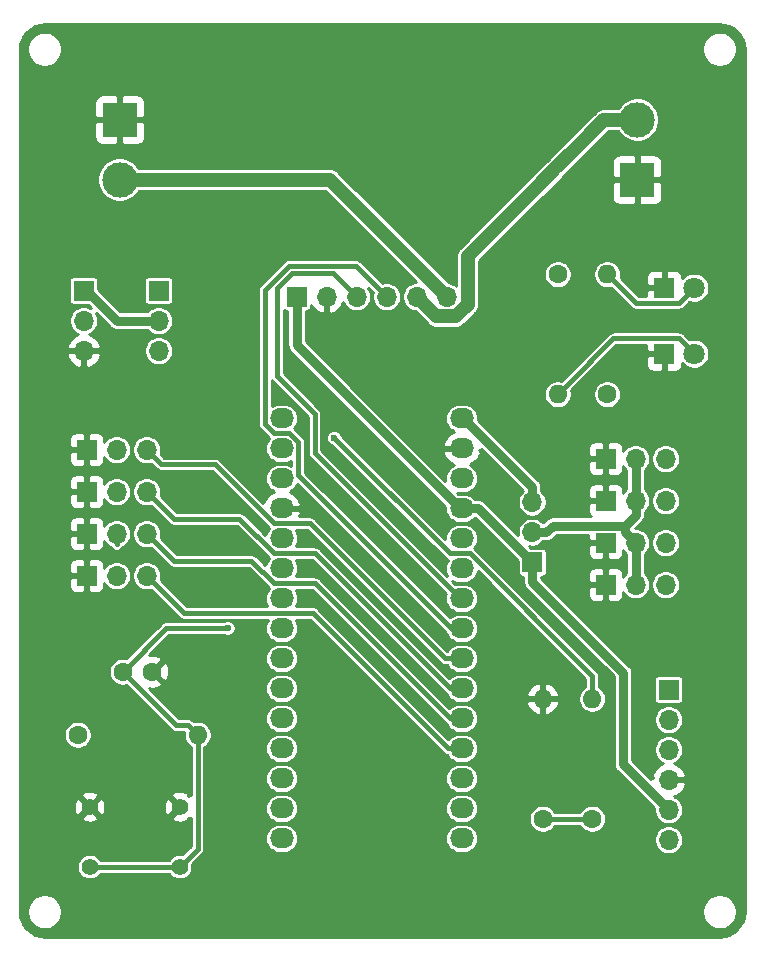
<source format=gbr>
G04 #@! TF.GenerationSoftware,KiCad,Pcbnew,(5.1.5)-3*
G04 #@! TF.CreationDate,2020-01-13T17:27:10+01:00*
G04 #@! TF.ProjectId,MPPT PCB,4d505054-2050-4434-922e-6b696361645f,rev?*
G04 #@! TF.SameCoordinates,Original*
G04 #@! TF.FileFunction,Copper,L1,Top*
G04 #@! TF.FilePolarity,Positive*
%FSLAX46Y46*%
G04 Gerber Fmt 4.6, Leading zero omitted, Abs format (unit mm)*
G04 Created by KiCad (PCBNEW (5.1.5)-3) date 2020-01-13 17:27:10*
%MOMM*%
%LPD*%
G04 APERTURE LIST*
%ADD10O,2.032000X1.727200*%
%ADD11C,1.600000*%
%ADD12C,1.800000*%
%ADD13R,1.800000X1.800000*%
%ADD14R,1.700000X1.700000*%
%ADD15O,1.700000X1.700000*%
%ADD16C,3.000000*%
%ADD17R,3.000000X3.000000*%
%ADD18O,1.600000X1.600000*%
%ADD19C,1.397000*%
%ADD20C,0.600000*%
%ADD21C,0.800000*%
%ADD22C,0.400000*%
%ADD23C,1.200000*%
%ADD24C,0.254000*%
G04 APERTURE END LIST*
D10*
X139446000Y-71247000D03*
X139446000Y-73787000D03*
X139446000Y-76327000D03*
X139446000Y-78867000D03*
X139446000Y-81407000D03*
X139446000Y-83947000D03*
X139446000Y-86487000D03*
X139446000Y-89027000D03*
X139446000Y-91567000D03*
X139446000Y-94107000D03*
X139446000Y-96647000D03*
X139446000Y-99187000D03*
X139446000Y-101727000D03*
X139446000Y-104267000D03*
X139446000Y-106807000D03*
X154686000Y-71247000D03*
X154686000Y-73787000D03*
X154686000Y-76327000D03*
X154686000Y-78867000D03*
X154686000Y-81407000D03*
X154686000Y-83947000D03*
X154686000Y-86487000D03*
X154686000Y-89027000D03*
X154686000Y-91567000D03*
X154686000Y-94107000D03*
X154686000Y-96647000D03*
X154686000Y-99187000D03*
X154686000Y-101727000D03*
X154686000Y-104267000D03*
X154686000Y-106807000D03*
D11*
X125984000Y-92710000D03*
X128484000Y-92710000D03*
D12*
X174371000Y-65786000D03*
D13*
X171831000Y-65786000D03*
X171831000Y-60198000D03*
D12*
X174371000Y-60198000D03*
D14*
X122936000Y-84582000D03*
D15*
X125476000Y-84582000D03*
X128016000Y-84582000D03*
D14*
X122936000Y-77470000D03*
D15*
X125476000Y-77470000D03*
X128016000Y-77470000D03*
X153416000Y-60960000D03*
X150876000Y-60960000D03*
X148336000Y-60960000D03*
X145796000Y-60960000D03*
X143256000Y-60960000D03*
D14*
X140716000Y-60960000D03*
D16*
X125730000Y-51054000D03*
D17*
X125730000Y-45974000D03*
D15*
X128016000Y-81026000D03*
X125476000Y-81026000D03*
D14*
X122936000Y-81026000D03*
X122936000Y-73914000D03*
D15*
X125476000Y-73914000D03*
X128016000Y-73914000D03*
D17*
X169545000Y-51054000D03*
D16*
X169545000Y-45974000D03*
D14*
X172212000Y-94234000D03*
D15*
X172212000Y-96774000D03*
X172212000Y-99314000D03*
X172212000Y-101854000D03*
X172212000Y-104394000D03*
X172212000Y-106934000D03*
X171958000Y-85344000D03*
X169418000Y-85344000D03*
D14*
X166878000Y-85344000D03*
X166878000Y-78232000D03*
D15*
X169418000Y-78232000D03*
X171958000Y-78232000D03*
D14*
X166878000Y-74676000D03*
D15*
X169418000Y-74676000D03*
X171958000Y-74676000D03*
X171958000Y-81788000D03*
X169418000Y-81788000D03*
D14*
X166878000Y-81788000D03*
D15*
X129032000Y-65532000D03*
X129032000Y-62992000D03*
D14*
X129032000Y-60452000D03*
D18*
X165735000Y-94996000D03*
D11*
X165735000Y-105156000D03*
X161544000Y-105156000D03*
D18*
X161544000Y-94996000D03*
X162814000Y-69215000D03*
D11*
X162814000Y-59055000D03*
X167005000Y-69215000D03*
D18*
X167005000Y-59055000D03*
X132334000Y-98044000D03*
D11*
X122174000Y-98044000D03*
D19*
X130810000Y-104140000D03*
X130810000Y-109220000D03*
X123190000Y-104140000D03*
X123190000Y-109220000D03*
D14*
X122682000Y-60452000D03*
D15*
X122682000Y-62992000D03*
X122682000Y-65532000D03*
D14*
X160655000Y-83439000D03*
D15*
X160655000Y-80899000D03*
X160655000Y-78359000D03*
D20*
X143891000Y-72898000D03*
X134874000Y-89027000D03*
X151638000Y-59182000D03*
X150114000Y-57658000D03*
X148717000Y-56261000D03*
X147193000Y-54737000D03*
X145542000Y-53086000D03*
X144018000Y-51562000D03*
X142494000Y-51054000D03*
X140589000Y-51054000D03*
X138684000Y-51054000D03*
X136906000Y-51054000D03*
X134874000Y-51054000D03*
X132842000Y-51054000D03*
X130810000Y-51054000D03*
X128778000Y-51054000D03*
X160020000Y-52705000D03*
X158496000Y-54229000D03*
X156845000Y-55880000D03*
X155194000Y-57531000D03*
X155194000Y-59690000D03*
X155194000Y-61624002D03*
X153670000Y-62610001D03*
X151725999Y-61809999D03*
X161321750Y-51403250D03*
X162623500Y-50101500D03*
X163925250Y-48799750D03*
X165290500Y-47434500D03*
X166687500Y-46037500D03*
D21*
X140208000Y-60452000D02*
X140716000Y-60960000D01*
X154533600Y-78867000D02*
X154686000Y-78867000D01*
X140716000Y-65049400D02*
X154533600Y-78867000D01*
X140716000Y-60960000D02*
X140716000Y-65049400D01*
X156083000Y-78867000D02*
X160655000Y-83439000D01*
X154686000Y-78867000D02*
X156083000Y-78867000D01*
X160655000Y-85089000D02*
X168349999Y-92783999D01*
X160655000Y-83439000D02*
X160655000Y-85089000D01*
X168349999Y-100531999D02*
X172212000Y-104394000D01*
X168349999Y-92783999D02*
X168349999Y-100531999D01*
D22*
X153676390Y-82683390D02*
X143891000Y-72898000D01*
X155361804Y-82683390D02*
X153676390Y-82683390D01*
X165735000Y-94996000D02*
X165735000Y-93056586D01*
X165735000Y-93056586D02*
X155361804Y-82683390D01*
X126783999Y-93509999D02*
X125984000Y-92710000D01*
X130518001Y-97244001D02*
X126783999Y-93509999D01*
X131534001Y-97244001D02*
X130518001Y-97244001D01*
X132334000Y-98044000D02*
X131534001Y-97244001D01*
X125984000Y-92710000D02*
X129667000Y-89027000D01*
X129667000Y-89027000D02*
X134874000Y-89027000D01*
X123190000Y-109220000D02*
X130810000Y-109220000D01*
X132334000Y-107696000D02*
X130810000Y-109220000D01*
X132334000Y-98044000D02*
X132334000Y-107696000D01*
D21*
X160655000Y-77156919D02*
X160655000Y-78359000D01*
X160655000Y-77063600D02*
X160655000Y-77156919D01*
X154838400Y-71247000D02*
X160655000Y-77063600D01*
X154686000Y-71247000D02*
X154838400Y-71247000D01*
D22*
X143764000Y-58928000D02*
X145796000Y-60960000D01*
X154533600Y-86487000D02*
X142240000Y-74193400D01*
X154686000Y-86487000D02*
X154533600Y-86487000D01*
X140327998Y-58928000D02*
X143764000Y-58928000D01*
X142240000Y-70866000D02*
X139065000Y-67691000D01*
X139065000Y-67691000D02*
X139065000Y-60190998D01*
X142240000Y-74193400D02*
X142240000Y-70866000D01*
X139065000Y-60190998D02*
X140327998Y-58928000D01*
X147486001Y-60110001D02*
X148336000Y-60960000D01*
X140079466Y-58327989D02*
X145703989Y-58327989D01*
X145703989Y-58327989D02*
X147486001Y-60110001D01*
X138029990Y-60377465D02*
X140079466Y-58327989D01*
X153797000Y-89027000D02*
X140862010Y-76092010D01*
X154686000Y-89027000D02*
X153797000Y-89027000D01*
X140862010Y-76092010D02*
X140862010Y-73263596D01*
X138029990Y-71770404D02*
X138029990Y-60377465D01*
X140862010Y-73263596D02*
X140109024Y-72510610D01*
X140109024Y-72510610D02*
X138770196Y-72510610D01*
X138770196Y-72510610D02*
X138029990Y-71770404D01*
X133803587Y-75164001D02*
X138782976Y-80143390D01*
X153289000Y-91567000D02*
X154686000Y-91567000D01*
X141865390Y-80143390D02*
X153289000Y-91567000D01*
X138782976Y-80143390D02*
X141865390Y-80143390D01*
X129266001Y-75164001D02*
X128016000Y-73914000D01*
X133803587Y-75164001D02*
X129266001Y-75164001D01*
X153670000Y-94107000D02*
X154686000Y-94107000D01*
X142246390Y-82683390D02*
X153670000Y-94107000D01*
X138782976Y-82683390D02*
X142246390Y-82683390D01*
X135875585Y-79775999D02*
X138782976Y-82683390D01*
X130321999Y-79775999D02*
X128016000Y-77470000D01*
X135875585Y-79775999D02*
X130321999Y-79775999D01*
X153670000Y-96647000D02*
X154686000Y-96647000D01*
X136891585Y-83331999D02*
X138782976Y-85223390D01*
X138782976Y-85223390D02*
X142246390Y-85223390D01*
X142246390Y-85223390D02*
X153670000Y-96647000D01*
X130321999Y-83331999D02*
X128016000Y-81026000D01*
X136891585Y-83331999D02*
X130321999Y-83331999D01*
X153543000Y-99187000D02*
X154686000Y-99187000D01*
X142106610Y-87750610D02*
X153543000Y-99187000D01*
X131184610Y-87750610D02*
X128016000Y-84582000D01*
X142106610Y-87750610D02*
X131184610Y-87750610D01*
X163613999Y-68415001D02*
X162814000Y-69215000D01*
X167543001Y-64485999D02*
X163613999Y-68415001D01*
X173070999Y-64485999D02*
X167543001Y-64485999D01*
X174371000Y-65786000D02*
X173070999Y-64485999D01*
X167804999Y-59854999D02*
X167005000Y-59055000D01*
X169448001Y-61498001D02*
X167804999Y-59854999D01*
X173070999Y-61498001D02*
X169448001Y-61498001D01*
X174371000Y-60198000D02*
X173070999Y-61498001D01*
X125476000Y-81026000D02*
X125476000Y-81915000D01*
D21*
X122682000Y-60452000D02*
X122936000Y-60452000D01*
X125476000Y-62992000D02*
X129032000Y-62992000D01*
X122936000Y-60452000D02*
X125476000Y-62992000D01*
D23*
X144018000Y-51562000D02*
X153416000Y-60960000D01*
X144018000Y-51562000D02*
X143510000Y-51054000D01*
X143510000Y-51054000D02*
X125730000Y-51054000D01*
X154894001Y-61924001D02*
X155194000Y-61624002D01*
X154208001Y-62610001D02*
X154894001Y-61924001D01*
X152526001Y-62610001D02*
X154208001Y-62610001D01*
X150876000Y-60960000D02*
X152526001Y-62610001D01*
X155194000Y-61624002D02*
X155194000Y-57531000D01*
X155194000Y-57531000D02*
X161321750Y-51403250D01*
X166751000Y-45974000D02*
X169545000Y-45974000D01*
X161321750Y-51403250D02*
X162623500Y-50101500D01*
X162623500Y-50101500D02*
X163925250Y-48799750D01*
X163925250Y-48799750D02*
X165290500Y-47434500D01*
X165290500Y-47434500D02*
X166687500Y-46037500D01*
X166687500Y-46037500D02*
X166751000Y-45974000D01*
D22*
X162675370Y-105156000D02*
X165735000Y-105156000D01*
X161544000Y-105156000D02*
X162675370Y-105156000D01*
D21*
X160655000Y-80899000D02*
X161857081Y-80899000D01*
X161857081Y-80899000D02*
X162418082Y-80337999D01*
X169418000Y-78232000D02*
X169418000Y-74676000D01*
X169418000Y-81788000D02*
X169418000Y-85344000D01*
X169418000Y-79434081D02*
X169418000Y-78232000D01*
X168514082Y-80337999D02*
X169418000Y-79434081D01*
X162418082Y-80337999D02*
X168514082Y-80337999D01*
X168514082Y-80884082D02*
X169418000Y-81788000D01*
X168514082Y-80337999D02*
X168514082Y-80884082D01*
D24*
G36*
X176939238Y-37938193D02*
G01*
X177332893Y-38057044D01*
X177695957Y-38250089D01*
X178014615Y-38509979D01*
X178276728Y-38826820D01*
X178472303Y-39188528D01*
X178593899Y-39581343D01*
X178639000Y-40010446D01*
X178639001Y-113008911D01*
X178596807Y-113439237D01*
X178477957Y-113832889D01*
X178284911Y-114195957D01*
X178025018Y-114514617D01*
X177708183Y-114776726D01*
X177346472Y-114972303D01*
X176953658Y-115093899D01*
X176524554Y-115139000D01*
X119401079Y-115139000D01*
X118970763Y-115096807D01*
X118577111Y-114977957D01*
X118214043Y-114784911D01*
X117895383Y-114525018D01*
X117633274Y-114208183D01*
X117437697Y-113846472D01*
X117316101Y-113453658D01*
X117271000Y-113024554D01*
X117271000Y-112884134D01*
X117899000Y-112884134D01*
X117899000Y-113175866D01*
X117955914Y-113461992D01*
X118067555Y-113731517D01*
X118229632Y-113974083D01*
X118435917Y-114180368D01*
X118678483Y-114342445D01*
X118948008Y-114454086D01*
X119234134Y-114511000D01*
X119525866Y-114511000D01*
X119811992Y-114454086D01*
X120081517Y-114342445D01*
X120324083Y-114180368D01*
X120530368Y-113974083D01*
X120692445Y-113731517D01*
X120804086Y-113461992D01*
X120861000Y-113175866D01*
X120861000Y-112884134D01*
X175049000Y-112884134D01*
X175049000Y-113175866D01*
X175105914Y-113461992D01*
X175217555Y-113731517D01*
X175379632Y-113974083D01*
X175585917Y-114180368D01*
X175828483Y-114342445D01*
X176098008Y-114454086D01*
X176384134Y-114511000D01*
X176675866Y-114511000D01*
X176961992Y-114454086D01*
X177231517Y-114342445D01*
X177474083Y-114180368D01*
X177680368Y-113974083D01*
X177842445Y-113731517D01*
X177954086Y-113461992D01*
X178011000Y-113175866D01*
X178011000Y-112884134D01*
X177954086Y-112598008D01*
X177842445Y-112328483D01*
X177680368Y-112085917D01*
X177474083Y-111879632D01*
X177231517Y-111717555D01*
X176961992Y-111605914D01*
X176675866Y-111549000D01*
X176384134Y-111549000D01*
X176098008Y-111605914D01*
X175828483Y-111717555D01*
X175585917Y-111879632D01*
X175379632Y-112085917D01*
X175217555Y-112328483D01*
X175105914Y-112598008D01*
X175049000Y-112884134D01*
X120861000Y-112884134D01*
X120804086Y-112598008D01*
X120692445Y-112328483D01*
X120530368Y-112085917D01*
X120324083Y-111879632D01*
X120081517Y-111717555D01*
X119811992Y-111605914D01*
X119525866Y-111549000D01*
X119234134Y-111549000D01*
X118948008Y-111605914D01*
X118678483Y-111717555D01*
X118435917Y-111879632D01*
X118229632Y-112085917D01*
X118067555Y-112328483D01*
X117955914Y-112598008D01*
X117899000Y-112884134D01*
X117271000Y-112884134D01*
X117271000Y-109113679D01*
X122110500Y-109113679D01*
X122110500Y-109326321D01*
X122151985Y-109534878D01*
X122233360Y-109731335D01*
X122351498Y-109908141D01*
X122501859Y-110058502D01*
X122678665Y-110176640D01*
X122875122Y-110258015D01*
X123083679Y-110299500D01*
X123296321Y-110299500D01*
X123504878Y-110258015D01*
X123701335Y-110176640D01*
X123878141Y-110058502D01*
X124028502Y-109908141D01*
X124100091Y-109801000D01*
X129899909Y-109801000D01*
X129971498Y-109908141D01*
X130121859Y-110058502D01*
X130298665Y-110176640D01*
X130495122Y-110258015D01*
X130703679Y-110299500D01*
X130916321Y-110299500D01*
X131124878Y-110258015D01*
X131321335Y-110176640D01*
X131498141Y-110058502D01*
X131648502Y-109908141D01*
X131766640Y-109731335D01*
X131848015Y-109534878D01*
X131889500Y-109326321D01*
X131889500Y-109113679D01*
X131864361Y-108987297D01*
X132724645Y-108127013D01*
X132746817Y-108108817D01*
X132819421Y-108020348D01*
X132873371Y-107919415D01*
X132906593Y-107809896D01*
X132915000Y-107724540D01*
X132915000Y-107724538D01*
X132917811Y-107696001D01*
X132915000Y-107667464D01*
X132915000Y-106807000D01*
X138042978Y-106807000D01*
X138067008Y-107050984D01*
X138138176Y-107285592D01*
X138253746Y-107501808D01*
X138409277Y-107691323D01*
X138598792Y-107846854D01*
X138815008Y-107962424D01*
X139049616Y-108033592D01*
X139232457Y-108051600D01*
X139659543Y-108051600D01*
X139842384Y-108033592D01*
X140076992Y-107962424D01*
X140293208Y-107846854D01*
X140482723Y-107691323D01*
X140638254Y-107501808D01*
X140753824Y-107285592D01*
X140824992Y-107050984D01*
X140849022Y-106807000D01*
X153282978Y-106807000D01*
X153307008Y-107050984D01*
X153378176Y-107285592D01*
X153493746Y-107501808D01*
X153649277Y-107691323D01*
X153838792Y-107846854D01*
X154055008Y-107962424D01*
X154289616Y-108033592D01*
X154472457Y-108051600D01*
X154899543Y-108051600D01*
X155082384Y-108033592D01*
X155316992Y-107962424D01*
X155533208Y-107846854D01*
X155722723Y-107691323D01*
X155878254Y-107501808D01*
X155993824Y-107285592D01*
X156064992Y-107050984D01*
X156088454Y-106812757D01*
X170981000Y-106812757D01*
X170981000Y-107055243D01*
X171028307Y-107293069D01*
X171121102Y-107517097D01*
X171255820Y-107718717D01*
X171427283Y-107890180D01*
X171628903Y-108024898D01*
X171852931Y-108117693D01*
X172090757Y-108165000D01*
X172333243Y-108165000D01*
X172571069Y-108117693D01*
X172795097Y-108024898D01*
X172996717Y-107890180D01*
X173168180Y-107718717D01*
X173302898Y-107517097D01*
X173395693Y-107293069D01*
X173443000Y-107055243D01*
X173443000Y-106812757D01*
X173395693Y-106574931D01*
X173302898Y-106350903D01*
X173168180Y-106149283D01*
X172996717Y-105977820D01*
X172795097Y-105843102D01*
X172571069Y-105750307D01*
X172333243Y-105703000D01*
X172090757Y-105703000D01*
X171852931Y-105750307D01*
X171628903Y-105843102D01*
X171427283Y-105977820D01*
X171255820Y-106149283D01*
X171121102Y-106350903D01*
X171028307Y-106574931D01*
X170981000Y-106812757D01*
X156088454Y-106812757D01*
X156089022Y-106807000D01*
X156064992Y-106563016D01*
X155993824Y-106328408D01*
X155878254Y-106112192D01*
X155722723Y-105922677D01*
X155533208Y-105767146D01*
X155316992Y-105651576D01*
X155082384Y-105580408D01*
X154899543Y-105562400D01*
X154472457Y-105562400D01*
X154289616Y-105580408D01*
X154055008Y-105651576D01*
X153838792Y-105767146D01*
X153649277Y-105922677D01*
X153493746Y-106112192D01*
X153378176Y-106328408D01*
X153307008Y-106563016D01*
X153282978Y-106807000D01*
X140849022Y-106807000D01*
X140824992Y-106563016D01*
X140753824Y-106328408D01*
X140638254Y-106112192D01*
X140482723Y-105922677D01*
X140293208Y-105767146D01*
X140076992Y-105651576D01*
X139842384Y-105580408D01*
X139659543Y-105562400D01*
X139232457Y-105562400D01*
X139049616Y-105580408D01*
X138815008Y-105651576D01*
X138598792Y-105767146D01*
X138409277Y-105922677D01*
X138253746Y-106112192D01*
X138138176Y-106328408D01*
X138067008Y-106563016D01*
X138042978Y-106807000D01*
X132915000Y-106807000D01*
X132915000Y-104267000D01*
X138042978Y-104267000D01*
X138067008Y-104510984D01*
X138138176Y-104745592D01*
X138253746Y-104961808D01*
X138409277Y-105151323D01*
X138598792Y-105306854D01*
X138815008Y-105422424D01*
X139049616Y-105493592D01*
X139232457Y-105511600D01*
X139659543Y-105511600D01*
X139842384Y-105493592D01*
X140076992Y-105422424D01*
X140293208Y-105306854D01*
X140482723Y-105151323D01*
X140638254Y-104961808D01*
X140753824Y-104745592D01*
X140824992Y-104510984D01*
X140849022Y-104267000D01*
X153282978Y-104267000D01*
X153307008Y-104510984D01*
X153378176Y-104745592D01*
X153493746Y-104961808D01*
X153649277Y-105151323D01*
X153838792Y-105306854D01*
X154055008Y-105422424D01*
X154289616Y-105493592D01*
X154472457Y-105511600D01*
X154899543Y-105511600D01*
X155082384Y-105493592D01*
X155316992Y-105422424D01*
X155533208Y-105306854D01*
X155722723Y-105151323D01*
X155814344Y-105039682D01*
X160363000Y-105039682D01*
X160363000Y-105272318D01*
X160408386Y-105500485D01*
X160497412Y-105715413D01*
X160626658Y-105908843D01*
X160791157Y-106073342D01*
X160984587Y-106202588D01*
X161199515Y-106291614D01*
X161427682Y-106337000D01*
X161660318Y-106337000D01*
X161888485Y-106291614D01*
X162103413Y-106202588D01*
X162296843Y-106073342D01*
X162461342Y-105908843D01*
X162576164Y-105737000D01*
X164702836Y-105737000D01*
X164817658Y-105908843D01*
X164982157Y-106073342D01*
X165175587Y-106202588D01*
X165390515Y-106291614D01*
X165618682Y-106337000D01*
X165851318Y-106337000D01*
X166079485Y-106291614D01*
X166294413Y-106202588D01*
X166487843Y-106073342D01*
X166652342Y-105908843D01*
X166781588Y-105715413D01*
X166870614Y-105500485D01*
X166916000Y-105272318D01*
X166916000Y-105039682D01*
X166870614Y-104811515D01*
X166781588Y-104596587D01*
X166652342Y-104403157D01*
X166487843Y-104238658D01*
X166294413Y-104109412D01*
X166079485Y-104020386D01*
X165851318Y-103975000D01*
X165618682Y-103975000D01*
X165390515Y-104020386D01*
X165175587Y-104109412D01*
X164982157Y-104238658D01*
X164817658Y-104403157D01*
X164702836Y-104575000D01*
X162576164Y-104575000D01*
X162461342Y-104403157D01*
X162296843Y-104238658D01*
X162103413Y-104109412D01*
X161888485Y-104020386D01*
X161660318Y-103975000D01*
X161427682Y-103975000D01*
X161199515Y-104020386D01*
X160984587Y-104109412D01*
X160791157Y-104238658D01*
X160626658Y-104403157D01*
X160497412Y-104596587D01*
X160408386Y-104811515D01*
X160363000Y-105039682D01*
X155814344Y-105039682D01*
X155878254Y-104961808D01*
X155993824Y-104745592D01*
X156064992Y-104510984D01*
X156089022Y-104267000D01*
X156064992Y-104023016D01*
X155993824Y-103788408D01*
X155878254Y-103572192D01*
X155722723Y-103382677D01*
X155533208Y-103227146D01*
X155316992Y-103111576D01*
X155082384Y-103040408D01*
X154899543Y-103022400D01*
X154472457Y-103022400D01*
X154289616Y-103040408D01*
X154055008Y-103111576D01*
X153838792Y-103227146D01*
X153649277Y-103382677D01*
X153493746Y-103572192D01*
X153378176Y-103788408D01*
X153307008Y-104023016D01*
X153282978Y-104267000D01*
X140849022Y-104267000D01*
X140824992Y-104023016D01*
X140753824Y-103788408D01*
X140638254Y-103572192D01*
X140482723Y-103382677D01*
X140293208Y-103227146D01*
X140076992Y-103111576D01*
X139842384Y-103040408D01*
X139659543Y-103022400D01*
X139232457Y-103022400D01*
X139049616Y-103040408D01*
X138815008Y-103111576D01*
X138598792Y-103227146D01*
X138409277Y-103382677D01*
X138253746Y-103572192D01*
X138138176Y-103788408D01*
X138067008Y-104023016D01*
X138042978Y-104267000D01*
X132915000Y-104267000D01*
X132915000Y-101727000D01*
X138042978Y-101727000D01*
X138067008Y-101970984D01*
X138138176Y-102205592D01*
X138253746Y-102421808D01*
X138409277Y-102611323D01*
X138598792Y-102766854D01*
X138815008Y-102882424D01*
X139049616Y-102953592D01*
X139232457Y-102971600D01*
X139659543Y-102971600D01*
X139842384Y-102953592D01*
X140076992Y-102882424D01*
X140293208Y-102766854D01*
X140482723Y-102611323D01*
X140638254Y-102421808D01*
X140753824Y-102205592D01*
X140824992Y-101970984D01*
X140849022Y-101727000D01*
X153282978Y-101727000D01*
X153307008Y-101970984D01*
X153378176Y-102205592D01*
X153493746Y-102421808D01*
X153649277Y-102611323D01*
X153838792Y-102766854D01*
X154055008Y-102882424D01*
X154289616Y-102953592D01*
X154472457Y-102971600D01*
X154899543Y-102971600D01*
X155082384Y-102953592D01*
X155316992Y-102882424D01*
X155533208Y-102766854D01*
X155722723Y-102611323D01*
X155878254Y-102421808D01*
X155993824Y-102205592D01*
X156064992Y-101970984D01*
X156089022Y-101727000D01*
X156064992Y-101483016D01*
X155993824Y-101248408D01*
X155878254Y-101032192D01*
X155722723Y-100842677D01*
X155533208Y-100687146D01*
X155316992Y-100571576D01*
X155082384Y-100500408D01*
X154899543Y-100482400D01*
X154472457Y-100482400D01*
X154289616Y-100500408D01*
X154055008Y-100571576D01*
X153838792Y-100687146D01*
X153649277Y-100842677D01*
X153493746Y-101032192D01*
X153378176Y-101248408D01*
X153307008Y-101483016D01*
X153282978Y-101727000D01*
X140849022Y-101727000D01*
X140824992Y-101483016D01*
X140753824Y-101248408D01*
X140638254Y-101032192D01*
X140482723Y-100842677D01*
X140293208Y-100687146D01*
X140076992Y-100571576D01*
X139842384Y-100500408D01*
X139659543Y-100482400D01*
X139232457Y-100482400D01*
X139049616Y-100500408D01*
X138815008Y-100571576D01*
X138598792Y-100687146D01*
X138409277Y-100842677D01*
X138253746Y-101032192D01*
X138138176Y-101248408D01*
X138067008Y-101483016D01*
X138042978Y-101727000D01*
X132915000Y-101727000D01*
X132915000Y-99187000D01*
X138042978Y-99187000D01*
X138067008Y-99430984D01*
X138138176Y-99665592D01*
X138253746Y-99881808D01*
X138409277Y-100071323D01*
X138598792Y-100226854D01*
X138815008Y-100342424D01*
X139049616Y-100413592D01*
X139232457Y-100431600D01*
X139659543Y-100431600D01*
X139842384Y-100413592D01*
X140076992Y-100342424D01*
X140293208Y-100226854D01*
X140482723Y-100071323D01*
X140638254Y-99881808D01*
X140753824Y-99665592D01*
X140824992Y-99430984D01*
X140849022Y-99187000D01*
X140824992Y-98943016D01*
X140753824Y-98708408D01*
X140638254Y-98492192D01*
X140482723Y-98302677D01*
X140293208Y-98147146D01*
X140076992Y-98031576D01*
X139842384Y-97960408D01*
X139659543Y-97942400D01*
X139232457Y-97942400D01*
X139049616Y-97960408D01*
X138815008Y-98031576D01*
X138598792Y-98147146D01*
X138409277Y-98302677D01*
X138253746Y-98492192D01*
X138138176Y-98708408D01*
X138067008Y-98943016D01*
X138042978Y-99187000D01*
X132915000Y-99187000D01*
X132915000Y-99076164D01*
X133086843Y-98961342D01*
X133251342Y-98796843D01*
X133380588Y-98603413D01*
X133469614Y-98388485D01*
X133515000Y-98160318D01*
X133515000Y-97927682D01*
X133469614Y-97699515D01*
X133380588Y-97484587D01*
X133251342Y-97291157D01*
X133086843Y-97126658D01*
X132893413Y-96997412D01*
X132678485Y-96908386D01*
X132450318Y-96863000D01*
X132217682Y-96863000D01*
X132014978Y-96903321D01*
X131965018Y-96853361D01*
X131946818Y-96831184D01*
X131858349Y-96758580D01*
X131757416Y-96704630D01*
X131647897Y-96671408D01*
X131562541Y-96663001D01*
X131534001Y-96660190D01*
X131505461Y-96663001D01*
X130758659Y-96663001D01*
X130742658Y-96647000D01*
X138042978Y-96647000D01*
X138067008Y-96890984D01*
X138138176Y-97125592D01*
X138253746Y-97341808D01*
X138409277Y-97531323D01*
X138598792Y-97686854D01*
X138815008Y-97802424D01*
X139049616Y-97873592D01*
X139232457Y-97891600D01*
X139659543Y-97891600D01*
X139842384Y-97873592D01*
X140076992Y-97802424D01*
X140293208Y-97686854D01*
X140482723Y-97531323D01*
X140638254Y-97341808D01*
X140753824Y-97125592D01*
X140824992Y-96890984D01*
X140849022Y-96647000D01*
X140824992Y-96403016D01*
X140753824Y-96168408D01*
X140638254Y-95952192D01*
X140482723Y-95762677D01*
X140293208Y-95607146D01*
X140076992Y-95491576D01*
X139842384Y-95420408D01*
X139659543Y-95402400D01*
X139232457Y-95402400D01*
X139049616Y-95420408D01*
X138815008Y-95491576D01*
X138598792Y-95607146D01*
X138409277Y-95762677D01*
X138253746Y-95952192D01*
X138138176Y-96168408D01*
X138067008Y-96403016D01*
X138042978Y-96647000D01*
X130742658Y-96647000D01*
X128218501Y-94122844D01*
X128272184Y-94136300D01*
X128554512Y-94150217D01*
X128834130Y-94108787D01*
X128839126Y-94107000D01*
X138042978Y-94107000D01*
X138067008Y-94350984D01*
X138138176Y-94585592D01*
X138253746Y-94801808D01*
X138409277Y-94991323D01*
X138598792Y-95146854D01*
X138815008Y-95262424D01*
X139049616Y-95333592D01*
X139232457Y-95351600D01*
X139659543Y-95351600D01*
X139842384Y-95333592D01*
X140076992Y-95262424D01*
X140293208Y-95146854D01*
X140482723Y-94991323D01*
X140638254Y-94801808D01*
X140753824Y-94585592D01*
X140824992Y-94350984D01*
X140849022Y-94107000D01*
X140824992Y-93863016D01*
X140753824Y-93628408D01*
X140638254Y-93412192D01*
X140482723Y-93222677D01*
X140293208Y-93067146D01*
X140076992Y-92951576D01*
X139842384Y-92880408D01*
X139659543Y-92862400D01*
X139232457Y-92862400D01*
X139049616Y-92880408D01*
X138815008Y-92951576D01*
X138598792Y-93067146D01*
X138409277Y-93222677D01*
X138253746Y-93412192D01*
X138138176Y-93628408D01*
X138067008Y-93863016D01*
X138042978Y-94107000D01*
X128839126Y-94107000D01*
X129100292Y-94013603D01*
X129225514Y-93946671D01*
X129297097Y-93702702D01*
X128484000Y-92889605D01*
X128469858Y-92903748D01*
X128290253Y-92724143D01*
X128304395Y-92710000D01*
X128663605Y-92710000D01*
X129476702Y-93523097D01*
X129720671Y-93451514D01*
X129841571Y-93196004D01*
X129910300Y-92921816D01*
X129924217Y-92639488D01*
X129882787Y-92359870D01*
X129787603Y-92093708D01*
X129720671Y-91968486D01*
X129476702Y-91896903D01*
X128663605Y-92710000D01*
X128304395Y-92710000D01*
X128290253Y-92695858D01*
X128469858Y-92516253D01*
X128484000Y-92530395D01*
X129297097Y-91717298D01*
X129252999Y-91567000D01*
X138042978Y-91567000D01*
X138067008Y-91810984D01*
X138138176Y-92045592D01*
X138253746Y-92261808D01*
X138409277Y-92451323D01*
X138598792Y-92606854D01*
X138815008Y-92722424D01*
X139049616Y-92793592D01*
X139232457Y-92811600D01*
X139659543Y-92811600D01*
X139842384Y-92793592D01*
X140076992Y-92722424D01*
X140293208Y-92606854D01*
X140482723Y-92451323D01*
X140638254Y-92261808D01*
X140753824Y-92045592D01*
X140824992Y-91810984D01*
X140849022Y-91567000D01*
X140824992Y-91323016D01*
X140753824Y-91088408D01*
X140638254Y-90872192D01*
X140482723Y-90682677D01*
X140293208Y-90527146D01*
X140076992Y-90411576D01*
X139842384Y-90340408D01*
X139659543Y-90322400D01*
X139232457Y-90322400D01*
X139049616Y-90340408D01*
X138815008Y-90411576D01*
X138598792Y-90527146D01*
X138409277Y-90682677D01*
X138253746Y-90872192D01*
X138138176Y-91088408D01*
X138067008Y-91323016D01*
X138042978Y-91567000D01*
X129252999Y-91567000D01*
X129225514Y-91473329D01*
X128970004Y-91352429D01*
X128695816Y-91283700D01*
X128413488Y-91269783D01*
X128216720Y-91298937D01*
X129907658Y-89608000D01*
X134517761Y-89608000D01*
X134551426Y-89630494D01*
X134675360Y-89681829D01*
X134806927Y-89708000D01*
X134941073Y-89708000D01*
X135072640Y-89681829D01*
X135196574Y-89630494D01*
X135308112Y-89555967D01*
X135402967Y-89461112D01*
X135477494Y-89349574D01*
X135528829Y-89225640D01*
X135555000Y-89094073D01*
X135555000Y-88959927D01*
X135528829Y-88828360D01*
X135477494Y-88704426D01*
X135402967Y-88592888D01*
X135308112Y-88498033D01*
X135196574Y-88423506D01*
X135072640Y-88372171D01*
X134941073Y-88346000D01*
X134806927Y-88346000D01*
X134675360Y-88372171D01*
X134551426Y-88423506D01*
X134517761Y-88446000D01*
X129695540Y-88446000D01*
X129667000Y-88443189D01*
X129638460Y-88446000D01*
X129553104Y-88454407D01*
X129443585Y-88487629D01*
X129342652Y-88541579D01*
X129254183Y-88614183D01*
X129235987Y-88636355D01*
X126303022Y-91569321D01*
X126100318Y-91529000D01*
X125867682Y-91529000D01*
X125639515Y-91574386D01*
X125424587Y-91663412D01*
X125231157Y-91792658D01*
X125066658Y-91957157D01*
X124937412Y-92150587D01*
X124848386Y-92365515D01*
X124803000Y-92593682D01*
X124803000Y-92826318D01*
X124848386Y-93054485D01*
X124937412Y-93269413D01*
X125066658Y-93462843D01*
X125231157Y-93627342D01*
X125424587Y-93756588D01*
X125639515Y-93845614D01*
X125867682Y-93891000D01*
X126100318Y-93891000D01*
X126303021Y-93850679D01*
X126393350Y-93941008D01*
X126393356Y-93941013D01*
X130086988Y-97634646D01*
X130105184Y-97656818D01*
X130193653Y-97729422D01*
X130294586Y-97783372D01*
X130404105Y-97816594D01*
X130489461Y-97825001D01*
X130489463Y-97825001D01*
X130518000Y-97827812D01*
X130546537Y-97825001D01*
X131173425Y-97825001D01*
X131153000Y-97927682D01*
X131153000Y-98160318D01*
X131198386Y-98388485D01*
X131287412Y-98603413D01*
X131416658Y-98796843D01*
X131581157Y-98961342D01*
X131753000Y-99076164D01*
X131753001Y-103188891D01*
X131667251Y-103103141D01*
X131550591Y-103219801D01*
X131491314Y-102986188D01*
X131253125Y-102875441D01*
X130997907Y-102813289D01*
X130735467Y-102802124D01*
X130475893Y-102842371D01*
X130229158Y-102932486D01*
X130128686Y-102986188D01*
X130069408Y-103219803D01*
X130810000Y-103960395D01*
X130824143Y-103946253D01*
X131003748Y-104125858D01*
X130989605Y-104140000D01*
X131003748Y-104154143D01*
X130824143Y-104333748D01*
X130810000Y-104319605D01*
X130069408Y-105060197D01*
X130128686Y-105293812D01*
X130366875Y-105404559D01*
X130622093Y-105466711D01*
X130884533Y-105477876D01*
X131144107Y-105437629D01*
X131390842Y-105347514D01*
X131491314Y-105293812D01*
X131550591Y-105060199D01*
X131667251Y-105176859D01*
X131753001Y-105091109D01*
X131753001Y-107455341D01*
X131042703Y-108165639D01*
X130916321Y-108140500D01*
X130703679Y-108140500D01*
X130495122Y-108181985D01*
X130298665Y-108263360D01*
X130121859Y-108381498D01*
X129971498Y-108531859D01*
X129899909Y-108639000D01*
X124100091Y-108639000D01*
X124028502Y-108531859D01*
X123878141Y-108381498D01*
X123701335Y-108263360D01*
X123504878Y-108181985D01*
X123296321Y-108140500D01*
X123083679Y-108140500D01*
X122875122Y-108181985D01*
X122678665Y-108263360D01*
X122501859Y-108381498D01*
X122351498Y-108531859D01*
X122233360Y-108708665D01*
X122151985Y-108905122D01*
X122110500Y-109113679D01*
X117271000Y-109113679D01*
X117271000Y-105060197D01*
X122449408Y-105060197D01*
X122508686Y-105293812D01*
X122746875Y-105404559D01*
X123002093Y-105466711D01*
X123264533Y-105477876D01*
X123524107Y-105437629D01*
X123770842Y-105347514D01*
X123871314Y-105293812D01*
X123930592Y-105060197D01*
X123190000Y-104319605D01*
X122449408Y-105060197D01*
X117271000Y-105060197D01*
X117271000Y-104214533D01*
X121852124Y-104214533D01*
X121892371Y-104474107D01*
X121982486Y-104720842D01*
X122036188Y-104821314D01*
X122269803Y-104880592D01*
X123010395Y-104140000D01*
X123369605Y-104140000D01*
X124110197Y-104880592D01*
X124343812Y-104821314D01*
X124454559Y-104583125D01*
X124516711Y-104327907D01*
X124521534Y-104214533D01*
X129472124Y-104214533D01*
X129512371Y-104474107D01*
X129602486Y-104720842D01*
X129656188Y-104821314D01*
X129889803Y-104880592D01*
X130630395Y-104140000D01*
X129889803Y-103399408D01*
X129656188Y-103458686D01*
X129545441Y-103696875D01*
X129483289Y-103952093D01*
X129472124Y-104214533D01*
X124521534Y-104214533D01*
X124527876Y-104065467D01*
X124487629Y-103805893D01*
X124397514Y-103559158D01*
X124343812Y-103458686D01*
X124110197Y-103399408D01*
X123369605Y-104140000D01*
X123010395Y-104140000D01*
X122269803Y-103399408D01*
X122036188Y-103458686D01*
X121925441Y-103696875D01*
X121863289Y-103952093D01*
X121852124Y-104214533D01*
X117271000Y-104214533D01*
X117271000Y-103219803D01*
X122449408Y-103219803D01*
X123190000Y-103960395D01*
X123930592Y-103219803D01*
X123871314Y-102986188D01*
X123633125Y-102875441D01*
X123377907Y-102813289D01*
X123115467Y-102802124D01*
X122855893Y-102842371D01*
X122609158Y-102932486D01*
X122508686Y-102986188D01*
X122449408Y-103219803D01*
X117271000Y-103219803D01*
X117271000Y-97927682D01*
X120993000Y-97927682D01*
X120993000Y-98160318D01*
X121038386Y-98388485D01*
X121127412Y-98603413D01*
X121256658Y-98796843D01*
X121421157Y-98961342D01*
X121614587Y-99090588D01*
X121829515Y-99179614D01*
X122057682Y-99225000D01*
X122290318Y-99225000D01*
X122518485Y-99179614D01*
X122733413Y-99090588D01*
X122926843Y-98961342D01*
X123091342Y-98796843D01*
X123220588Y-98603413D01*
X123309614Y-98388485D01*
X123355000Y-98160318D01*
X123355000Y-97927682D01*
X123309614Y-97699515D01*
X123220588Y-97484587D01*
X123091342Y-97291157D01*
X122926843Y-97126658D01*
X122733413Y-96997412D01*
X122518485Y-96908386D01*
X122290318Y-96863000D01*
X122057682Y-96863000D01*
X121829515Y-96908386D01*
X121614587Y-96997412D01*
X121421157Y-97126658D01*
X121256658Y-97291157D01*
X121127412Y-97484587D01*
X121038386Y-97699515D01*
X120993000Y-97927682D01*
X117271000Y-97927682D01*
X117271000Y-85432000D01*
X121447928Y-85432000D01*
X121460188Y-85556482D01*
X121496498Y-85676180D01*
X121555463Y-85786494D01*
X121634815Y-85883185D01*
X121731506Y-85962537D01*
X121841820Y-86021502D01*
X121961518Y-86057812D01*
X122086000Y-86070072D01*
X122650250Y-86067000D01*
X122809000Y-85908250D01*
X122809000Y-84709000D01*
X121609750Y-84709000D01*
X121451000Y-84867750D01*
X121447928Y-85432000D01*
X117271000Y-85432000D01*
X117271000Y-83732000D01*
X121447928Y-83732000D01*
X121451000Y-84296250D01*
X121609750Y-84455000D01*
X122809000Y-84455000D01*
X122809000Y-83255750D01*
X123063000Y-83255750D01*
X123063000Y-84455000D01*
X123083000Y-84455000D01*
X123083000Y-84709000D01*
X123063000Y-84709000D01*
X123063000Y-85908250D01*
X123221750Y-86067000D01*
X123786000Y-86070072D01*
X123910482Y-86057812D01*
X124030180Y-86021502D01*
X124140494Y-85962537D01*
X124237185Y-85883185D01*
X124316537Y-85786494D01*
X124375502Y-85676180D01*
X124411812Y-85556482D01*
X124424072Y-85432000D01*
X124422927Y-85221706D01*
X124519820Y-85366717D01*
X124691283Y-85538180D01*
X124892903Y-85672898D01*
X125116931Y-85765693D01*
X125354757Y-85813000D01*
X125597243Y-85813000D01*
X125835069Y-85765693D01*
X126059097Y-85672898D01*
X126260717Y-85538180D01*
X126432180Y-85366717D01*
X126566898Y-85165097D01*
X126659693Y-84941069D01*
X126707000Y-84703243D01*
X126707000Y-84460757D01*
X126659693Y-84222931D01*
X126566898Y-83998903D01*
X126432180Y-83797283D01*
X126260717Y-83625820D01*
X126059097Y-83491102D01*
X125835069Y-83398307D01*
X125597243Y-83351000D01*
X125354757Y-83351000D01*
X125116931Y-83398307D01*
X124892903Y-83491102D01*
X124691283Y-83625820D01*
X124519820Y-83797283D01*
X124422927Y-83942294D01*
X124424072Y-83732000D01*
X124411812Y-83607518D01*
X124375502Y-83487820D01*
X124316537Y-83377506D01*
X124237185Y-83280815D01*
X124140494Y-83201463D01*
X124030180Y-83142498D01*
X123910482Y-83106188D01*
X123786000Y-83093928D01*
X123221750Y-83097000D01*
X123063000Y-83255750D01*
X122809000Y-83255750D01*
X122650250Y-83097000D01*
X122086000Y-83093928D01*
X121961518Y-83106188D01*
X121841820Y-83142498D01*
X121731506Y-83201463D01*
X121634815Y-83280815D01*
X121555463Y-83377506D01*
X121496498Y-83487820D01*
X121460188Y-83607518D01*
X121447928Y-83732000D01*
X117271000Y-83732000D01*
X117271000Y-81876000D01*
X121447928Y-81876000D01*
X121460188Y-82000482D01*
X121496498Y-82120180D01*
X121555463Y-82230494D01*
X121634815Y-82327185D01*
X121731506Y-82406537D01*
X121841820Y-82465502D01*
X121961518Y-82501812D01*
X122086000Y-82514072D01*
X122650250Y-82511000D01*
X122809000Y-82352250D01*
X122809000Y-81153000D01*
X121609750Y-81153000D01*
X121451000Y-81311750D01*
X121447928Y-81876000D01*
X117271000Y-81876000D01*
X117271000Y-80176000D01*
X121447928Y-80176000D01*
X121451000Y-80740250D01*
X121609750Y-80899000D01*
X122809000Y-80899000D01*
X122809000Y-79699750D01*
X123063000Y-79699750D01*
X123063000Y-80899000D01*
X123083000Y-80899000D01*
X123083000Y-81153000D01*
X123063000Y-81153000D01*
X123063000Y-82352250D01*
X123221750Y-82511000D01*
X123786000Y-82514072D01*
X123910482Y-82501812D01*
X124030180Y-82465502D01*
X124140494Y-82406537D01*
X124237185Y-82327185D01*
X124316537Y-82230494D01*
X124375502Y-82120180D01*
X124411812Y-82000482D01*
X124424072Y-81876000D01*
X124422927Y-81665706D01*
X124519820Y-81810717D01*
X124691283Y-81982180D01*
X124892903Y-82116898D01*
X124935449Y-82134521D01*
X124936630Y-82138415D01*
X124990580Y-82239348D01*
X125063184Y-82327817D01*
X125151653Y-82400421D01*
X125252586Y-82454371D01*
X125362105Y-82487593D01*
X125476000Y-82498811D01*
X125589896Y-82487593D01*
X125699415Y-82454371D01*
X125800348Y-82400421D01*
X125888817Y-82327817D01*
X125961421Y-82239348D01*
X126015371Y-82138415D01*
X126016552Y-82134520D01*
X126059097Y-82116898D01*
X126260717Y-81982180D01*
X126432180Y-81810717D01*
X126566898Y-81609097D01*
X126659693Y-81385069D01*
X126707000Y-81147243D01*
X126707000Y-80904757D01*
X126659693Y-80666931D01*
X126566898Y-80442903D01*
X126432180Y-80241283D01*
X126260717Y-80069820D01*
X126059097Y-79935102D01*
X125835069Y-79842307D01*
X125597243Y-79795000D01*
X125354757Y-79795000D01*
X125116931Y-79842307D01*
X124892903Y-79935102D01*
X124691283Y-80069820D01*
X124519820Y-80241283D01*
X124422927Y-80386294D01*
X124424072Y-80176000D01*
X124411812Y-80051518D01*
X124375502Y-79931820D01*
X124316537Y-79821506D01*
X124237185Y-79724815D01*
X124140494Y-79645463D01*
X124030180Y-79586498D01*
X123910482Y-79550188D01*
X123786000Y-79537928D01*
X123221750Y-79541000D01*
X123063000Y-79699750D01*
X122809000Y-79699750D01*
X122650250Y-79541000D01*
X122086000Y-79537928D01*
X121961518Y-79550188D01*
X121841820Y-79586498D01*
X121731506Y-79645463D01*
X121634815Y-79724815D01*
X121555463Y-79821506D01*
X121496498Y-79931820D01*
X121460188Y-80051518D01*
X121447928Y-80176000D01*
X117271000Y-80176000D01*
X117271000Y-78320000D01*
X121447928Y-78320000D01*
X121460188Y-78444482D01*
X121496498Y-78564180D01*
X121555463Y-78674494D01*
X121634815Y-78771185D01*
X121731506Y-78850537D01*
X121841820Y-78909502D01*
X121961518Y-78945812D01*
X122086000Y-78958072D01*
X122650250Y-78955000D01*
X122809000Y-78796250D01*
X122809000Y-77597000D01*
X121609750Y-77597000D01*
X121451000Y-77755750D01*
X121447928Y-78320000D01*
X117271000Y-78320000D01*
X117271000Y-76620000D01*
X121447928Y-76620000D01*
X121451000Y-77184250D01*
X121609750Y-77343000D01*
X122809000Y-77343000D01*
X122809000Y-76143750D01*
X123063000Y-76143750D01*
X123063000Y-77343000D01*
X123083000Y-77343000D01*
X123083000Y-77597000D01*
X123063000Y-77597000D01*
X123063000Y-78796250D01*
X123221750Y-78955000D01*
X123786000Y-78958072D01*
X123910482Y-78945812D01*
X124030180Y-78909502D01*
X124140494Y-78850537D01*
X124237185Y-78771185D01*
X124316537Y-78674494D01*
X124375502Y-78564180D01*
X124411812Y-78444482D01*
X124424072Y-78320000D01*
X124422927Y-78109706D01*
X124519820Y-78254717D01*
X124691283Y-78426180D01*
X124892903Y-78560898D01*
X125116931Y-78653693D01*
X125354757Y-78701000D01*
X125597243Y-78701000D01*
X125835069Y-78653693D01*
X126059097Y-78560898D01*
X126260717Y-78426180D01*
X126432180Y-78254717D01*
X126566898Y-78053097D01*
X126659693Y-77829069D01*
X126707000Y-77591243D01*
X126707000Y-77348757D01*
X126659693Y-77110931D01*
X126566898Y-76886903D01*
X126432180Y-76685283D01*
X126260717Y-76513820D01*
X126059097Y-76379102D01*
X125835069Y-76286307D01*
X125597243Y-76239000D01*
X125354757Y-76239000D01*
X125116931Y-76286307D01*
X124892903Y-76379102D01*
X124691283Y-76513820D01*
X124519820Y-76685283D01*
X124422927Y-76830294D01*
X124424072Y-76620000D01*
X124411812Y-76495518D01*
X124375502Y-76375820D01*
X124316537Y-76265506D01*
X124237185Y-76168815D01*
X124140494Y-76089463D01*
X124030180Y-76030498D01*
X123910482Y-75994188D01*
X123786000Y-75981928D01*
X123221750Y-75985000D01*
X123063000Y-76143750D01*
X122809000Y-76143750D01*
X122650250Y-75985000D01*
X122086000Y-75981928D01*
X121961518Y-75994188D01*
X121841820Y-76030498D01*
X121731506Y-76089463D01*
X121634815Y-76168815D01*
X121555463Y-76265506D01*
X121496498Y-76375820D01*
X121460188Y-76495518D01*
X121447928Y-76620000D01*
X117271000Y-76620000D01*
X117271000Y-74764000D01*
X121447928Y-74764000D01*
X121460188Y-74888482D01*
X121496498Y-75008180D01*
X121555463Y-75118494D01*
X121634815Y-75215185D01*
X121731506Y-75294537D01*
X121841820Y-75353502D01*
X121961518Y-75389812D01*
X122086000Y-75402072D01*
X122650250Y-75399000D01*
X122809000Y-75240250D01*
X122809000Y-74041000D01*
X121609750Y-74041000D01*
X121451000Y-74199750D01*
X121447928Y-74764000D01*
X117271000Y-74764000D01*
X117271000Y-73064000D01*
X121447928Y-73064000D01*
X121451000Y-73628250D01*
X121609750Y-73787000D01*
X122809000Y-73787000D01*
X122809000Y-72587750D01*
X123063000Y-72587750D01*
X123063000Y-73787000D01*
X123083000Y-73787000D01*
X123083000Y-74041000D01*
X123063000Y-74041000D01*
X123063000Y-75240250D01*
X123221750Y-75399000D01*
X123786000Y-75402072D01*
X123910482Y-75389812D01*
X124030180Y-75353502D01*
X124140494Y-75294537D01*
X124237185Y-75215185D01*
X124316537Y-75118494D01*
X124375502Y-75008180D01*
X124411812Y-74888482D01*
X124424072Y-74764000D01*
X124422927Y-74553706D01*
X124519820Y-74698717D01*
X124691283Y-74870180D01*
X124892903Y-75004898D01*
X125116931Y-75097693D01*
X125354757Y-75145000D01*
X125597243Y-75145000D01*
X125835069Y-75097693D01*
X126059097Y-75004898D01*
X126260717Y-74870180D01*
X126432180Y-74698717D01*
X126566898Y-74497097D01*
X126659693Y-74273069D01*
X126707000Y-74035243D01*
X126707000Y-73792757D01*
X126785000Y-73792757D01*
X126785000Y-74035243D01*
X126832307Y-74273069D01*
X126925102Y-74497097D01*
X127059820Y-74698717D01*
X127231283Y-74870180D01*
X127432903Y-75004898D01*
X127656931Y-75097693D01*
X127894757Y-75145000D01*
X128137243Y-75145000D01*
X128375069Y-75097693D01*
X128377167Y-75096824D01*
X128834988Y-75554646D01*
X128853184Y-75576818D01*
X128941653Y-75649422D01*
X129042586Y-75703372D01*
X129152105Y-75736594D01*
X129237461Y-75745001D01*
X129237463Y-75745001D01*
X129266000Y-75747812D01*
X129294537Y-75745001D01*
X133562930Y-75745001D01*
X138351963Y-80534035D01*
X138370159Y-80556207D01*
X138377091Y-80561896D01*
X138253746Y-80712192D01*
X138138176Y-80928408D01*
X138071023Y-81149779D01*
X136306602Y-79385359D01*
X136288402Y-79363182D01*
X136199933Y-79290578D01*
X136099000Y-79236628D01*
X135989481Y-79203406D01*
X135904125Y-79194999D01*
X135875585Y-79192188D01*
X135847045Y-79194999D01*
X130562657Y-79194999D01*
X129198824Y-77831167D01*
X129199693Y-77829069D01*
X129247000Y-77591243D01*
X129247000Y-77348757D01*
X129199693Y-77110931D01*
X129106898Y-76886903D01*
X128972180Y-76685283D01*
X128800717Y-76513820D01*
X128599097Y-76379102D01*
X128375069Y-76286307D01*
X128137243Y-76239000D01*
X127894757Y-76239000D01*
X127656931Y-76286307D01*
X127432903Y-76379102D01*
X127231283Y-76513820D01*
X127059820Y-76685283D01*
X126925102Y-76886903D01*
X126832307Y-77110931D01*
X126785000Y-77348757D01*
X126785000Y-77591243D01*
X126832307Y-77829069D01*
X126925102Y-78053097D01*
X127059820Y-78254717D01*
X127231283Y-78426180D01*
X127432903Y-78560898D01*
X127656931Y-78653693D01*
X127894757Y-78701000D01*
X128137243Y-78701000D01*
X128375069Y-78653693D01*
X128377167Y-78652824D01*
X129890986Y-80166644D01*
X129909182Y-80188816D01*
X129997651Y-80261420D01*
X130078635Y-80304707D01*
X130098584Y-80315370D01*
X130208103Y-80348592D01*
X130321998Y-80359810D01*
X130350538Y-80356999D01*
X135634928Y-80356999D01*
X138351968Y-83074041D01*
X138370159Y-83096207D01*
X138377091Y-83101896D01*
X138253746Y-83252192D01*
X138138176Y-83468408D01*
X138071023Y-83689779D01*
X137322602Y-82941359D01*
X137304402Y-82919182D01*
X137215933Y-82846578D01*
X137115000Y-82792628D01*
X137005481Y-82759406D01*
X136920125Y-82750999D01*
X136891585Y-82748188D01*
X136863045Y-82750999D01*
X130562657Y-82750999D01*
X129198824Y-81387167D01*
X129199693Y-81385069D01*
X129247000Y-81147243D01*
X129247000Y-80904757D01*
X129199693Y-80666931D01*
X129106898Y-80442903D01*
X128972180Y-80241283D01*
X128800717Y-80069820D01*
X128599097Y-79935102D01*
X128375069Y-79842307D01*
X128137243Y-79795000D01*
X127894757Y-79795000D01*
X127656931Y-79842307D01*
X127432903Y-79935102D01*
X127231283Y-80069820D01*
X127059820Y-80241283D01*
X126925102Y-80442903D01*
X126832307Y-80666931D01*
X126785000Y-80904757D01*
X126785000Y-81147243D01*
X126832307Y-81385069D01*
X126925102Y-81609097D01*
X127059820Y-81810717D01*
X127231283Y-81982180D01*
X127432903Y-82116898D01*
X127656931Y-82209693D01*
X127894757Y-82257000D01*
X128137243Y-82257000D01*
X128375069Y-82209693D01*
X128377167Y-82208824D01*
X129890986Y-83722644D01*
X129909182Y-83744816D01*
X129997651Y-83817420D01*
X130092631Y-83868188D01*
X130098584Y-83871370D01*
X130208103Y-83904592D01*
X130321998Y-83915810D01*
X130350538Y-83912999D01*
X136650928Y-83912999D01*
X138351968Y-85614041D01*
X138370159Y-85636207D01*
X138377091Y-85641896D01*
X138253746Y-85792192D01*
X138138176Y-86008408D01*
X138067008Y-86243016D01*
X138042978Y-86487000D01*
X138067008Y-86730984D01*
X138138176Y-86965592D01*
X138247226Y-87169610D01*
X131425268Y-87169610D01*
X129198824Y-84943167D01*
X129199693Y-84941069D01*
X129247000Y-84703243D01*
X129247000Y-84460757D01*
X129199693Y-84222931D01*
X129106898Y-83998903D01*
X128972180Y-83797283D01*
X128800717Y-83625820D01*
X128599097Y-83491102D01*
X128375069Y-83398307D01*
X128137243Y-83351000D01*
X127894757Y-83351000D01*
X127656931Y-83398307D01*
X127432903Y-83491102D01*
X127231283Y-83625820D01*
X127059820Y-83797283D01*
X126925102Y-83998903D01*
X126832307Y-84222931D01*
X126785000Y-84460757D01*
X126785000Y-84703243D01*
X126832307Y-84941069D01*
X126925102Y-85165097D01*
X127059820Y-85366717D01*
X127231283Y-85538180D01*
X127432903Y-85672898D01*
X127656931Y-85765693D01*
X127894757Y-85813000D01*
X128137243Y-85813000D01*
X128375069Y-85765693D01*
X128377167Y-85764824D01*
X130753597Y-88141255D01*
X130771793Y-88163427D01*
X130860262Y-88236031D01*
X130961195Y-88289981D01*
X131070714Y-88323203D01*
X131156070Y-88331610D01*
X131156072Y-88331610D01*
X131184609Y-88334421D01*
X131213146Y-88331610D01*
X138254224Y-88331610D01*
X138253746Y-88332192D01*
X138138176Y-88548408D01*
X138067008Y-88783016D01*
X138042978Y-89027000D01*
X138067008Y-89270984D01*
X138138176Y-89505592D01*
X138253746Y-89721808D01*
X138409277Y-89911323D01*
X138598792Y-90066854D01*
X138815008Y-90182424D01*
X139049616Y-90253592D01*
X139232457Y-90271600D01*
X139659543Y-90271600D01*
X139842384Y-90253592D01*
X140076992Y-90182424D01*
X140293208Y-90066854D01*
X140482723Y-89911323D01*
X140638254Y-89721808D01*
X140753824Y-89505592D01*
X140824992Y-89270984D01*
X140849022Y-89027000D01*
X140824992Y-88783016D01*
X140753824Y-88548408D01*
X140638254Y-88332192D01*
X140637776Y-88331610D01*
X141865953Y-88331610D01*
X153111987Y-99577645D01*
X153130183Y-99599817D01*
X153210331Y-99665592D01*
X153218652Y-99672421D01*
X153319585Y-99726371D01*
X153428288Y-99759346D01*
X153493746Y-99881808D01*
X153649277Y-100071323D01*
X153838792Y-100226854D01*
X154055008Y-100342424D01*
X154289616Y-100413592D01*
X154472457Y-100431600D01*
X154899543Y-100431600D01*
X155082384Y-100413592D01*
X155316992Y-100342424D01*
X155533208Y-100226854D01*
X155722723Y-100071323D01*
X155878254Y-99881808D01*
X155993824Y-99665592D01*
X156064992Y-99430984D01*
X156089022Y-99187000D01*
X156064992Y-98943016D01*
X155993824Y-98708408D01*
X155878254Y-98492192D01*
X155722723Y-98302677D01*
X155533208Y-98147146D01*
X155316992Y-98031576D01*
X155082384Y-97960408D01*
X154899543Y-97942400D01*
X154472457Y-97942400D01*
X154289616Y-97960408D01*
X154055008Y-98031576D01*
X153838792Y-98147146D01*
X153649277Y-98302677D01*
X153573126Y-98395468D01*
X142537627Y-87359970D01*
X142519427Y-87337793D01*
X142430958Y-87265189D01*
X142330025Y-87211239D01*
X142220506Y-87178017D01*
X142135150Y-87169610D01*
X142106610Y-87166799D01*
X142078070Y-87169610D01*
X140644774Y-87169610D01*
X140753824Y-86965592D01*
X140824992Y-86730984D01*
X140849022Y-86487000D01*
X140824992Y-86243016D01*
X140753824Y-86008408D01*
X140644774Y-85804390D01*
X142005733Y-85804390D01*
X153238987Y-97037645D01*
X153257183Y-97059817D01*
X153345652Y-97132421D01*
X153396295Y-97159490D01*
X153493746Y-97341808D01*
X153649277Y-97531323D01*
X153838792Y-97686854D01*
X154055008Y-97802424D01*
X154289616Y-97873592D01*
X154472457Y-97891600D01*
X154899543Y-97891600D01*
X155082384Y-97873592D01*
X155316992Y-97802424D01*
X155533208Y-97686854D01*
X155722723Y-97531323D01*
X155878254Y-97341808D01*
X155993824Y-97125592D01*
X156064992Y-96890984D01*
X156089022Y-96647000D01*
X156064992Y-96403016D01*
X155993824Y-96168408D01*
X155878254Y-95952192D01*
X155722723Y-95762677D01*
X155533208Y-95607146D01*
X155316992Y-95491576D01*
X155082384Y-95420408D01*
X154899543Y-95402400D01*
X154472457Y-95402400D01*
X154289616Y-95420408D01*
X154055008Y-95491576D01*
X153838792Y-95607146D01*
X153649277Y-95762677D01*
X153630371Y-95785713D01*
X142677407Y-84832750D01*
X142659207Y-84810573D01*
X142570738Y-84737969D01*
X142469805Y-84684019D01*
X142360286Y-84650797D01*
X142274930Y-84642390D01*
X142246390Y-84639579D01*
X142217850Y-84642390D01*
X140637776Y-84642390D01*
X140638254Y-84641808D01*
X140753824Y-84425592D01*
X140824992Y-84190984D01*
X140849022Y-83947000D01*
X140824992Y-83703016D01*
X140753824Y-83468408D01*
X140644774Y-83264390D01*
X142005733Y-83264390D01*
X153238987Y-94497645D01*
X153257183Y-94519817D01*
X153345652Y-94592421D01*
X153396295Y-94619490D01*
X153493746Y-94801808D01*
X153649277Y-94991323D01*
X153838792Y-95146854D01*
X154055008Y-95262424D01*
X154289616Y-95333592D01*
X154472457Y-95351600D01*
X154899543Y-95351600D01*
X154966148Y-95345040D01*
X160152091Y-95345040D01*
X160246930Y-95609881D01*
X160391615Y-95851131D01*
X160580586Y-96059519D01*
X160806580Y-96227037D01*
X161060913Y-96347246D01*
X161194961Y-96387904D01*
X161417000Y-96265915D01*
X161417000Y-95123000D01*
X161671000Y-95123000D01*
X161671000Y-96265915D01*
X161893039Y-96387904D01*
X162027087Y-96347246D01*
X162281420Y-96227037D01*
X162507414Y-96059519D01*
X162696385Y-95851131D01*
X162841070Y-95609881D01*
X162935909Y-95345040D01*
X162814624Y-95123000D01*
X161671000Y-95123000D01*
X161417000Y-95123000D01*
X160273376Y-95123000D01*
X160152091Y-95345040D01*
X154966148Y-95345040D01*
X155082384Y-95333592D01*
X155316992Y-95262424D01*
X155533208Y-95146854D01*
X155722723Y-94991323D01*
X155878254Y-94801808D01*
X155961022Y-94646960D01*
X160152091Y-94646960D01*
X160273376Y-94869000D01*
X161417000Y-94869000D01*
X161417000Y-93726085D01*
X161671000Y-93726085D01*
X161671000Y-94869000D01*
X162814624Y-94869000D01*
X162935909Y-94646960D01*
X162841070Y-94382119D01*
X162696385Y-94140869D01*
X162507414Y-93932481D01*
X162281420Y-93764963D01*
X162027087Y-93644754D01*
X161893039Y-93604096D01*
X161671000Y-93726085D01*
X161417000Y-93726085D01*
X161194961Y-93604096D01*
X161060913Y-93644754D01*
X160806580Y-93764963D01*
X160580586Y-93932481D01*
X160391615Y-94140869D01*
X160246930Y-94382119D01*
X160152091Y-94646960D01*
X155961022Y-94646960D01*
X155993824Y-94585592D01*
X156064992Y-94350984D01*
X156089022Y-94107000D01*
X156064992Y-93863016D01*
X155993824Y-93628408D01*
X155878254Y-93412192D01*
X155722723Y-93222677D01*
X155533208Y-93067146D01*
X155316992Y-92951576D01*
X155082384Y-92880408D01*
X154899543Y-92862400D01*
X154472457Y-92862400D01*
X154289616Y-92880408D01*
X154055008Y-92951576D01*
X153838792Y-93067146D01*
X153649277Y-93222677D01*
X153630371Y-93245713D01*
X142677407Y-82292750D01*
X142659207Y-82270573D01*
X142570738Y-82197969D01*
X142469805Y-82144019D01*
X142360286Y-82110797D01*
X142274930Y-82102390D01*
X142246390Y-82099579D01*
X142217850Y-82102390D01*
X140637776Y-82102390D01*
X140638254Y-82101808D01*
X140753824Y-81885592D01*
X140824992Y-81650984D01*
X140849022Y-81407000D01*
X140824992Y-81163016D01*
X140753824Y-80928408D01*
X140644774Y-80724390D01*
X141624733Y-80724390D01*
X152857987Y-91957645D01*
X152876183Y-91979817D01*
X152964652Y-92052421D01*
X153065585Y-92106371D01*
X153175104Y-92139593D01*
X153288999Y-92150811D01*
X153317539Y-92148000D01*
X153432914Y-92148000D01*
X153493746Y-92261808D01*
X153649277Y-92451323D01*
X153838792Y-92606854D01*
X154055008Y-92722424D01*
X154289616Y-92793592D01*
X154472457Y-92811600D01*
X154899543Y-92811600D01*
X155082384Y-92793592D01*
X155316992Y-92722424D01*
X155533208Y-92606854D01*
X155722723Y-92451323D01*
X155878254Y-92261808D01*
X155993824Y-92045592D01*
X156064992Y-91810984D01*
X156089022Y-91567000D01*
X156064992Y-91323016D01*
X155993824Y-91088408D01*
X155878254Y-90872192D01*
X155722723Y-90682677D01*
X155533208Y-90527146D01*
X155316992Y-90411576D01*
X155082384Y-90340408D01*
X154899543Y-90322400D01*
X154472457Y-90322400D01*
X154289616Y-90340408D01*
X154055008Y-90411576D01*
X153838792Y-90527146D01*
X153649277Y-90682677D01*
X153493746Y-90872192D01*
X153466613Y-90922955D01*
X142296407Y-79752750D01*
X142278207Y-79730573D01*
X142189738Y-79657969D01*
X142088805Y-79604019D01*
X141979286Y-79570797D01*
X141893930Y-79562390D01*
X141865390Y-79559579D01*
X141836850Y-79562390D01*
X140922599Y-79562390D01*
X140949686Y-79517919D01*
X141050709Y-79241789D01*
X141053358Y-79226026D01*
X140932217Y-78994000D01*
X139573000Y-78994000D01*
X139573000Y-79014000D01*
X139319000Y-79014000D01*
X139319000Y-78994000D01*
X139299000Y-78994000D01*
X139299000Y-78740000D01*
X139319000Y-78740000D01*
X139319000Y-78720000D01*
X139573000Y-78720000D01*
X139573000Y-78740000D01*
X140932217Y-78740000D01*
X141053358Y-78507974D01*
X141050709Y-78492211D01*
X140949686Y-78216081D01*
X140796733Y-77964965D01*
X140597729Y-77748514D01*
X140360321Y-77575046D01*
X140115962Y-77461594D01*
X140293208Y-77366854D01*
X140482723Y-77211323D01*
X140638254Y-77021808D01*
X140753824Y-76805592D01*
X140753850Y-76805507D01*
X153345188Y-89396846D01*
X153378176Y-89505592D01*
X153493746Y-89721808D01*
X153649277Y-89911323D01*
X153838792Y-90066854D01*
X154055008Y-90182424D01*
X154289616Y-90253592D01*
X154472457Y-90271600D01*
X154899543Y-90271600D01*
X155082384Y-90253592D01*
X155316992Y-90182424D01*
X155533208Y-90066854D01*
X155722723Y-89911323D01*
X155878254Y-89721808D01*
X155993824Y-89505592D01*
X156064992Y-89270984D01*
X156089022Y-89027000D01*
X156064992Y-88783016D01*
X155993824Y-88548408D01*
X155878254Y-88332192D01*
X155722723Y-88142677D01*
X155533208Y-87987146D01*
X155316992Y-87871576D01*
X155082384Y-87800408D01*
X154899543Y-87782400D01*
X154472457Y-87782400D01*
X154289616Y-87800408D01*
X154055008Y-87871576D01*
X153838792Y-87987146D01*
X153695995Y-88104337D01*
X141443010Y-75851353D01*
X141443010Y-73292135D01*
X141445821Y-73263595D01*
X141434603Y-73149700D01*
X141401381Y-73040181D01*
X141347431Y-72939248D01*
X141317418Y-72902677D01*
X141274827Y-72850779D01*
X141252655Y-72832583D01*
X140540041Y-72119970D01*
X140521841Y-72097793D01*
X140514909Y-72092104D01*
X140638254Y-71941808D01*
X140753824Y-71725592D01*
X140824992Y-71490984D01*
X140849022Y-71247000D01*
X140824992Y-71003016D01*
X140753824Y-70768408D01*
X140638254Y-70552192D01*
X140482723Y-70362677D01*
X140293208Y-70207146D01*
X140076992Y-70091576D01*
X139842384Y-70020408D01*
X139659543Y-70002400D01*
X139232457Y-70002400D01*
X139049616Y-70020408D01*
X138815008Y-70091576D01*
X138610990Y-70200626D01*
X138610990Y-68053622D01*
X138652183Y-68103817D01*
X138674360Y-68122017D01*
X141659001Y-71106659D01*
X141659000Y-74164860D01*
X141656189Y-74193400D01*
X141664036Y-74273069D01*
X141667407Y-74307295D01*
X141700629Y-74416814D01*
X141754579Y-74517747D01*
X141827183Y-74606217D01*
X141849360Y-74624417D01*
X153344468Y-86119526D01*
X153307008Y-86243016D01*
X153282978Y-86487000D01*
X153307008Y-86730984D01*
X153378176Y-86965592D01*
X153493746Y-87181808D01*
X153649277Y-87371323D01*
X153838792Y-87526854D01*
X154055008Y-87642424D01*
X154289616Y-87713592D01*
X154472457Y-87731600D01*
X154899543Y-87731600D01*
X155082384Y-87713592D01*
X155316992Y-87642424D01*
X155533208Y-87526854D01*
X155722723Y-87371323D01*
X155878254Y-87181808D01*
X155993824Y-86965592D01*
X156064992Y-86730984D01*
X156089022Y-86487000D01*
X156064992Y-86243016D01*
X155993824Y-86008408D01*
X155878254Y-85792192D01*
X155722723Y-85602677D01*
X155533208Y-85447146D01*
X155316992Y-85331576D01*
X155082384Y-85260408D01*
X154899543Y-85242400D01*
X154472457Y-85242400D01*
X154289616Y-85260408D01*
X154166126Y-85297868D01*
X153873852Y-85005594D01*
X154055008Y-85102424D01*
X154289616Y-85173592D01*
X154472457Y-85191600D01*
X154899543Y-85191600D01*
X155082384Y-85173592D01*
X155316992Y-85102424D01*
X155533208Y-84986854D01*
X155722723Y-84831323D01*
X155878254Y-84641808D01*
X155993824Y-84425592D01*
X156060977Y-84204220D01*
X165154001Y-93297245D01*
X165154001Y-93963836D01*
X164982157Y-94078658D01*
X164817658Y-94243157D01*
X164688412Y-94436587D01*
X164599386Y-94651515D01*
X164554000Y-94879682D01*
X164554000Y-95112318D01*
X164599386Y-95340485D01*
X164688412Y-95555413D01*
X164817658Y-95748843D01*
X164982157Y-95913342D01*
X165175587Y-96042588D01*
X165390515Y-96131614D01*
X165618682Y-96177000D01*
X165851318Y-96177000D01*
X166079485Y-96131614D01*
X166294413Y-96042588D01*
X166487843Y-95913342D01*
X166652342Y-95748843D01*
X166781588Y-95555413D01*
X166870614Y-95340485D01*
X166916000Y-95112318D01*
X166916000Y-94879682D01*
X166870614Y-94651515D01*
X166781588Y-94436587D01*
X166652342Y-94243157D01*
X166487843Y-94078658D01*
X166316000Y-93963836D01*
X166316000Y-93085122D01*
X166318811Y-93056585D01*
X166314076Y-93008513D01*
X166307593Y-92942690D01*
X166274371Y-92833171D01*
X166220421Y-92732238D01*
X166147817Y-92643769D01*
X166125645Y-92625573D01*
X155792821Y-82292750D01*
X155774621Y-82270573D01*
X155753785Y-82253474D01*
X155878254Y-82101808D01*
X155993824Y-81885592D01*
X156064992Y-81650984D01*
X156089022Y-81407000D01*
X156064992Y-81163016D01*
X155993824Y-80928408D01*
X155878254Y-80712192D01*
X155722723Y-80522677D01*
X155533208Y-80367146D01*
X155316992Y-80251576D01*
X155082384Y-80180408D01*
X154899543Y-80162400D01*
X154472457Y-80162400D01*
X154289616Y-80180408D01*
X154055008Y-80251576D01*
X153838792Y-80367146D01*
X153649277Y-80522677D01*
X153493746Y-80712192D01*
X153378176Y-80928408D01*
X153307008Y-81163016D01*
X153282978Y-81407000D01*
X153289677Y-81475019D01*
X144553728Y-72739071D01*
X144545829Y-72699360D01*
X144494494Y-72575426D01*
X144419967Y-72463888D01*
X144325112Y-72369033D01*
X144213574Y-72294506D01*
X144089640Y-72243171D01*
X143958073Y-72217000D01*
X143823927Y-72217000D01*
X143692360Y-72243171D01*
X143568426Y-72294506D01*
X143456888Y-72369033D01*
X143362033Y-72463888D01*
X143287506Y-72575426D01*
X143236171Y-72699360D01*
X143210000Y-72830927D01*
X143210000Y-72965073D01*
X143236171Y-73096640D01*
X143287506Y-73220574D01*
X143362033Y-73332112D01*
X143456888Y-73426967D01*
X143568426Y-73501494D01*
X143692360Y-73552829D01*
X143732071Y-73560728D01*
X153245377Y-83074035D01*
X153263573Y-83096207D01*
X153352042Y-83168811D01*
X153452975Y-83222761D01*
X153504958Y-83238530D01*
X153493746Y-83252192D01*
X153378176Y-83468408D01*
X153307008Y-83703016D01*
X153282978Y-83947000D01*
X153307008Y-84190984D01*
X153378176Y-84425592D01*
X153475006Y-84606748D01*
X142821000Y-73952743D01*
X142821000Y-70894539D01*
X142823811Y-70865999D01*
X142812593Y-70752104D01*
X142779371Y-70642585D01*
X142725421Y-70541652D01*
X142652817Y-70453183D01*
X142630645Y-70434987D01*
X139646000Y-67450343D01*
X139646000Y-62122328D01*
X139653304Y-62128322D01*
X139719492Y-62163701D01*
X139791311Y-62185487D01*
X139866000Y-62192843D01*
X139935000Y-62192843D01*
X139935001Y-65011033D01*
X139931222Y-65049400D01*
X139946302Y-65202502D01*
X139990960Y-65349720D01*
X140063481Y-65485399D01*
X140136625Y-65574525D01*
X140161079Y-65604322D01*
X140190874Y-65628774D01*
X153296079Y-78733980D01*
X153282978Y-78867000D01*
X153307008Y-79110984D01*
X153378176Y-79345592D01*
X153493746Y-79561808D01*
X153649277Y-79751323D01*
X153838792Y-79906854D01*
X154055008Y-80022424D01*
X154289616Y-80093592D01*
X154472457Y-80111600D01*
X154899543Y-80111600D01*
X155082384Y-80093592D01*
X155316992Y-80022424D01*
X155533208Y-79906854D01*
X155722723Y-79751323D01*
X155785874Y-79674374D01*
X159422157Y-83310658D01*
X159422157Y-84289000D01*
X159429513Y-84363689D01*
X159451299Y-84435508D01*
X159486678Y-84501696D01*
X159534289Y-84559711D01*
X159592304Y-84607322D01*
X159658492Y-84642701D01*
X159730311Y-84664487D01*
X159805000Y-84671843D01*
X159874001Y-84671843D01*
X159874001Y-85050634D01*
X159870222Y-85089000D01*
X159885302Y-85242102D01*
X159929960Y-85389320D01*
X160002481Y-85524999D01*
X160066230Y-85602677D01*
X160100079Y-85643922D01*
X160129874Y-85668374D01*
X167568999Y-93107500D01*
X167569000Y-100493632D01*
X167565221Y-100531999D01*
X167580301Y-100685101D01*
X167624959Y-100832319D01*
X167697480Y-100967998D01*
X167750163Y-101032192D01*
X167795078Y-101086921D01*
X167824873Y-101111373D01*
X170981872Y-104268372D01*
X170981000Y-104272757D01*
X170981000Y-104515243D01*
X171028307Y-104753069D01*
X171121102Y-104977097D01*
X171255820Y-105178717D01*
X171427283Y-105350180D01*
X171628903Y-105484898D01*
X171852931Y-105577693D01*
X172090757Y-105625000D01*
X172333243Y-105625000D01*
X172571069Y-105577693D01*
X172795097Y-105484898D01*
X172996717Y-105350180D01*
X173168180Y-105178717D01*
X173302898Y-104977097D01*
X173395693Y-104753069D01*
X173443000Y-104515243D01*
X173443000Y-104272757D01*
X173395693Y-104034931D01*
X173302898Y-103810903D01*
X173168180Y-103609283D01*
X172996717Y-103437820D01*
X172795097Y-103303102D01*
X172680832Y-103255772D01*
X172843252Y-103198157D01*
X173093355Y-103049178D01*
X173309588Y-102854269D01*
X173483641Y-102620920D01*
X173608825Y-102358099D01*
X173653476Y-102210890D01*
X173532155Y-101981000D01*
X172339000Y-101981000D01*
X172339000Y-102001000D01*
X172085000Y-102001000D01*
X172085000Y-101981000D01*
X172065000Y-101981000D01*
X172065000Y-101727000D01*
X172085000Y-101727000D01*
X172085000Y-101707000D01*
X172339000Y-101707000D01*
X172339000Y-101727000D01*
X173532155Y-101727000D01*
X173653476Y-101497110D01*
X173608825Y-101349901D01*
X173483641Y-101087080D01*
X173309588Y-100853731D01*
X173093355Y-100658822D01*
X172843252Y-100509843D01*
X172680832Y-100452228D01*
X172795097Y-100404898D01*
X172996717Y-100270180D01*
X173168180Y-100098717D01*
X173302898Y-99897097D01*
X173395693Y-99673069D01*
X173443000Y-99435243D01*
X173443000Y-99192757D01*
X173395693Y-98954931D01*
X173302898Y-98730903D01*
X173168180Y-98529283D01*
X172996717Y-98357820D01*
X172795097Y-98223102D01*
X172571069Y-98130307D01*
X172333243Y-98083000D01*
X172090757Y-98083000D01*
X171852931Y-98130307D01*
X171628903Y-98223102D01*
X171427283Y-98357820D01*
X171255820Y-98529283D01*
X171121102Y-98730903D01*
X171028307Y-98954931D01*
X170981000Y-99192757D01*
X170981000Y-99435243D01*
X171028307Y-99673069D01*
X171121102Y-99897097D01*
X171255820Y-100098717D01*
X171427283Y-100270180D01*
X171628903Y-100404898D01*
X171743168Y-100452228D01*
X171580748Y-100509843D01*
X171330645Y-100658822D01*
X171114412Y-100853731D01*
X170940359Y-101087080D01*
X170815175Y-101349901D01*
X170770524Y-101497110D01*
X170891844Y-101726998D01*
X170727000Y-101726998D01*
X170727000Y-101804500D01*
X169130999Y-100208499D01*
X169130999Y-96652757D01*
X170981000Y-96652757D01*
X170981000Y-96895243D01*
X171028307Y-97133069D01*
X171121102Y-97357097D01*
X171255820Y-97558717D01*
X171427283Y-97730180D01*
X171628903Y-97864898D01*
X171852931Y-97957693D01*
X172090757Y-98005000D01*
X172333243Y-98005000D01*
X172571069Y-97957693D01*
X172795097Y-97864898D01*
X172996717Y-97730180D01*
X173168180Y-97558717D01*
X173302898Y-97357097D01*
X173395693Y-97133069D01*
X173443000Y-96895243D01*
X173443000Y-96652757D01*
X173395693Y-96414931D01*
X173302898Y-96190903D01*
X173168180Y-95989283D01*
X172996717Y-95817820D01*
X172795097Y-95683102D01*
X172571069Y-95590307D01*
X172333243Y-95543000D01*
X172090757Y-95543000D01*
X171852931Y-95590307D01*
X171628903Y-95683102D01*
X171427283Y-95817820D01*
X171255820Y-95989283D01*
X171121102Y-96190903D01*
X171028307Y-96414931D01*
X170981000Y-96652757D01*
X169130999Y-96652757D01*
X169130999Y-93384000D01*
X170979157Y-93384000D01*
X170979157Y-95084000D01*
X170986513Y-95158689D01*
X171008299Y-95230508D01*
X171043678Y-95296696D01*
X171091289Y-95354711D01*
X171149304Y-95402322D01*
X171215492Y-95437701D01*
X171287311Y-95459487D01*
X171362000Y-95466843D01*
X173062000Y-95466843D01*
X173136689Y-95459487D01*
X173208508Y-95437701D01*
X173274696Y-95402322D01*
X173332711Y-95354711D01*
X173380322Y-95296696D01*
X173415701Y-95230508D01*
X173437487Y-95158689D01*
X173444843Y-95084000D01*
X173444843Y-93384000D01*
X173437487Y-93309311D01*
X173415701Y-93237492D01*
X173380322Y-93171304D01*
X173332711Y-93113289D01*
X173274696Y-93065678D01*
X173208508Y-93030299D01*
X173136689Y-93008513D01*
X173062000Y-93001157D01*
X171362000Y-93001157D01*
X171287311Y-93008513D01*
X171215492Y-93030299D01*
X171149304Y-93065678D01*
X171091289Y-93113289D01*
X171043678Y-93171304D01*
X171008299Y-93237492D01*
X170986513Y-93309311D01*
X170979157Y-93384000D01*
X169130999Y-93384000D01*
X169130999Y-92822356D01*
X169134777Y-92783999D01*
X169129679Y-92732237D01*
X169119698Y-92630896D01*
X169075039Y-92483677D01*
X169002519Y-92348001D01*
X169002518Y-92347999D01*
X168929374Y-92258873D01*
X168929373Y-92258872D01*
X168904921Y-92229077D01*
X168875127Y-92204626D01*
X162864501Y-86194000D01*
X165389928Y-86194000D01*
X165402188Y-86318482D01*
X165438498Y-86438180D01*
X165497463Y-86548494D01*
X165576815Y-86645185D01*
X165673506Y-86724537D01*
X165783820Y-86783502D01*
X165903518Y-86819812D01*
X166028000Y-86832072D01*
X166592250Y-86829000D01*
X166751000Y-86670250D01*
X166751000Y-85471000D01*
X165551750Y-85471000D01*
X165393000Y-85629750D01*
X165389928Y-86194000D01*
X162864501Y-86194000D01*
X161436000Y-84765500D01*
X161436000Y-84671843D01*
X161505000Y-84671843D01*
X161579689Y-84664487D01*
X161651508Y-84642701D01*
X161717696Y-84607322D01*
X161775711Y-84559711D01*
X161823322Y-84501696D01*
X161827435Y-84494000D01*
X165389928Y-84494000D01*
X165393000Y-85058250D01*
X165551750Y-85217000D01*
X166751000Y-85217000D01*
X166751000Y-84017750D01*
X166592250Y-83859000D01*
X166028000Y-83855928D01*
X165903518Y-83868188D01*
X165783820Y-83904498D01*
X165673506Y-83963463D01*
X165576815Y-84042815D01*
X165497463Y-84139506D01*
X165438498Y-84249820D01*
X165402188Y-84369518D01*
X165389928Y-84494000D01*
X161827435Y-84494000D01*
X161858701Y-84435508D01*
X161880487Y-84363689D01*
X161887843Y-84289000D01*
X161887843Y-82638000D01*
X165389928Y-82638000D01*
X165402188Y-82762482D01*
X165438498Y-82882180D01*
X165497463Y-82992494D01*
X165576815Y-83089185D01*
X165673506Y-83168537D01*
X165783820Y-83227502D01*
X165903518Y-83263812D01*
X166028000Y-83276072D01*
X166592250Y-83273000D01*
X166751000Y-83114250D01*
X166751000Y-81915000D01*
X165551750Y-81915000D01*
X165393000Y-82073750D01*
X165389928Y-82638000D01*
X161887843Y-82638000D01*
X161887843Y-82589000D01*
X161880487Y-82514311D01*
X161858701Y-82442492D01*
X161823322Y-82376304D01*
X161775711Y-82318289D01*
X161717696Y-82270678D01*
X161651508Y-82235299D01*
X161579689Y-82213513D01*
X161505000Y-82206157D01*
X160526658Y-82206157D01*
X160429828Y-82109327D01*
X160533757Y-82130000D01*
X160776243Y-82130000D01*
X161014069Y-82082693D01*
X161238097Y-81989898D01*
X161439717Y-81855180D01*
X161611180Y-81683717D01*
X161613664Y-81680000D01*
X161818724Y-81680000D01*
X161857081Y-81683778D01*
X161895438Y-81680000D01*
X161895441Y-81680000D01*
X162010184Y-81668699D01*
X162157403Y-81624040D01*
X162293080Y-81551519D01*
X162412003Y-81453922D01*
X162436459Y-81424122D01*
X162741582Y-81118999D01*
X165390913Y-81118999D01*
X165393000Y-81502250D01*
X165551750Y-81661000D01*
X166751000Y-81661000D01*
X166751000Y-81641000D01*
X167005000Y-81641000D01*
X167005000Y-81661000D01*
X167025000Y-81661000D01*
X167025000Y-81915000D01*
X167005000Y-81915000D01*
X167005000Y-83114250D01*
X167163750Y-83273000D01*
X167728000Y-83276072D01*
X167852482Y-83263812D01*
X167972180Y-83227502D01*
X168082494Y-83168537D01*
X168179185Y-83089185D01*
X168258537Y-82992494D01*
X168317502Y-82882180D01*
X168353812Y-82762482D01*
X168366072Y-82638000D01*
X168364927Y-82427706D01*
X168461820Y-82572717D01*
X168633283Y-82744180D01*
X168637000Y-82746664D01*
X168637001Y-84385336D01*
X168633283Y-84387820D01*
X168461820Y-84559283D01*
X168364927Y-84704294D01*
X168366072Y-84494000D01*
X168353812Y-84369518D01*
X168317502Y-84249820D01*
X168258537Y-84139506D01*
X168179185Y-84042815D01*
X168082494Y-83963463D01*
X167972180Y-83904498D01*
X167852482Y-83868188D01*
X167728000Y-83855928D01*
X167163750Y-83859000D01*
X167005000Y-84017750D01*
X167005000Y-85217000D01*
X167025000Y-85217000D01*
X167025000Y-85471000D01*
X167005000Y-85471000D01*
X167005000Y-86670250D01*
X167163750Y-86829000D01*
X167728000Y-86832072D01*
X167852482Y-86819812D01*
X167972180Y-86783502D01*
X168082494Y-86724537D01*
X168179185Y-86645185D01*
X168258537Y-86548494D01*
X168317502Y-86438180D01*
X168353812Y-86318482D01*
X168366072Y-86194000D01*
X168364927Y-85983706D01*
X168461820Y-86128717D01*
X168633283Y-86300180D01*
X168834903Y-86434898D01*
X169058931Y-86527693D01*
X169296757Y-86575000D01*
X169539243Y-86575000D01*
X169777069Y-86527693D01*
X170001097Y-86434898D01*
X170202717Y-86300180D01*
X170374180Y-86128717D01*
X170508898Y-85927097D01*
X170601693Y-85703069D01*
X170649000Y-85465243D01*
X170649000Y-85222757D01*
X170727000Y-85222757D01*
X170727000Y-85465243D01*
X170774307Y-85703069D01*
X170867102Y-85927097D01*
X171001820Y-86128717D01*
X171173283Y-86300180D01*
X171374903Y-86434898D01*
X171598931Y-86527693D01*
X171836757Y-86575000D01*
X172079243Y-86575000D01*
X172317069Y-86527693D01*
X172541097Y-86434898D01*
X172742717Y-86300180D01*
X172914180Y-86128717D01*
X173048898Y-85927097D01*
X173141693Y-85703069D01*
X173189000Y-85465243D01*
X173189000Y-85222757D01*
X173141693Y-84984931D01*
X173048898Y-84760903D01*
X172914180Y-84559283D01*
X172742717Y-84387820D01*
X172541097Y-84253102D01*
X172317069Y-84160307D01*
X172079243Y-84113000D01*
X171836757Y-84113000D01*
X171598931Y-84160307D01*
X171374903Y-84253102D01*
X171173283Y-84387820D01*
X171001820Y-84559283D01*
X170867102Y-84760903D01*
X170774307Y-84984931D01*
X170727000Y-85222757D01*
X170649000Y-85222757D01*
X170601693Y-84984931D01*
X170508898Y-84760903D01*
X170374180Y-84559283D01*
X170202717Y-84387820D01*
X170199000Y-84385336D01*
X170199000Y-82746664D01*
X170202717Y-82744180D01*
X170374180Y-82572717D01*
X170508898Y-82371097D01*
X170601693Y-82147069D01*
X170649000Y-81909243D01*
X170649000Y-81666757D01*
X170727000Y-81666757D01*
X170727000Y-81909243D01*
X170774307Y-82147069D01*
X170867102Y-82371097D01*
X171001820Y-82572717D01*
X171173283Y-82744180D01*
X171374903Y-82878898D01*
X171598931Y-82971693D01*
X171836757Y-83019000D01*
X172079243Y-83019000D01*
X172317069Y-82971693D01*
X172541097Y-82878898D01*
X172742717Y-82744180D01*
X172914180Y-82572717D01*
X173048898Y-82371097D01*
X173141693Y-82147069D01*
X173189000Y-81909243D01*
X173189000Y-81666757D01*
X173141693Y-81428931D01*
X173048898Y-81204903D01*
X172914180Y-81003283D01*
X172742717Y-80831820D01*
X172541097Y-80697102D01*
X172317069Y-80604307D01*
X172079243Y-80557000D01*
X171836757Y-80557000D01*
X171598931Y-80604307D01*
X171374903Y-80697102D01*
X171173283Y-80831820D01*
X171001820Y-81003283D01*
X170867102Y-81204903D01*
X170774307Y-81428931D01*
X170727000Y-81666757D01*
X170649000Y-81666757D01*
X170601693Y-81428931D01*
X170508898Y-81204903D01*
X170374180Y-81003283D01*
X170202717Y-80831820D01*
X170001097Y-80697102D01*
X169777069Y-80604307D01*
X169539243Y-80557000D01*
X169399581Y-80557000D01*
X169943123Y-80013458D01*
X169972922Y-79989003D01*
X170040340Y-79906854D01*
X170070519Y-79870081D01*
X170143040Y-79734403D01*
X170144202Y-79730573D01*
X170187699Y-79587184D01*
X170199000Y-79472441D01*
X170199000Y-79472439D01*
X170202778Y-79434082D01*
X170199000Y-79395725D01*
X170199000Y-79190664D01*
X170202717Y-79188180D01*
X170374180Y-79016717D01*
X170508898Y-78815097D01*
X170601693Y-78591069D01*
X170649000Y-78353243D01*
X170649000Y-78110757D01*
X170727000Y-78110757D01*
X170727000Y-78353243D01*
X170774307Y-78591069D01*
X170867102Y-78815097D01*
X171001820Y-79016717D01*
X171173283Y-79188180D01*
X171374903Y-79322898D01*
X171598931Y-79415693D01*
X171836757Y-79463000D01*
X172079243Y-79463000D01*
X172317069Y-79415693D01*
X172541097Y-79322898D01*
X172742717Y-79188180D01*
X172914180Y-79016717D01*
X173048898Y-78815097D01*
X173141693Y-78591069D01*
X173189000Y-78353243D01*
X173189000Y-78110757D01*
X173141693Y-77872931D01*
X173048898Y-77648903D01*
X172914180Y-77447283D01*
X172742717Y-77275820D01*
X172541097Y-77141102D01*
X172317069Y-77048307D01*
X172079243Y-77001000D01*
X171836757Y-77001000D01*
X171598931Y-77048307D01*
X171374903Y-77141102D01*
X171173283Y-77275820D01*
X171001820Y-77447283D01*
X170867102Y-77648903D01*
X170774307Y-77872931D01*
X170727000Y-78110757D01*
X170649000Y-78110757D01*
X170601693Y-77872931D01*
X170508898Y-77648903D01*
X170374180Y-77447283D01*
X170202717Y-77275820D01*
X170199000Y-77273336D01*
X170199000Y-75634664D01*
X170202717Y-75632180D01*
X170374180Y-75460717D01*
X170508898Y-75259097D01*
X170601693Y-75035069D01*
X170649000Y-74797243D01*
X170649000Y-74554757D01*
X170727000Y-74554757D01*
X170727000Y-74797243D01*
X170774307Y-75035069D01*
X170867102Y-75259097D01*
X171001820Y-75460717D01*
X171173283Y-75632180D01*
X171374903Y-75766898D01*
X171598931Y-75859693D01*
X171836757Y-75907000D01*
X172079243Y-75907000D01*
X172317069Y-75859693D01*
X172541097Y-75766898D01*
X172742717Y-75632180D01*
X172914180Y-75460717D01*
X173048898Y-75259097D01*
X173141693Y-75035069D01*
X173189000Y-74797243D01*
X173189000Y-74554757D01*
X173141693Y-74316931D01*
X173048898Y-74092903D01*
X172914180Y-73891283D01*
X172742717Y-73719820D01*
X172541097Y-73585102D01*
X172317069Y-73492307D01*
X172079243Y-73445000D01*
X171836757Y-73445000D01*
X171598931Y-73492307D01*
X171374903Y-73585102D01*
X171173283Y-73719820D01*
X171001820Y-73891283D01*
X170867102Y-74092903D01*
X170774307Y-74316931D01*
X170727000Y-74554757D01*
X170649000Y-74554757D01*
X170601693Y-74316931D01*
X170508898Y-74092903D01*
X170374180Y-73891283D01*
X170202717Y-73719820D01*
X170001097Y-73585102D01*
X169777069Y-73492307D01*
X169539243Y-73445000D01*
X169296757Y-73445000D01*
X169058931Y-73492307D01*
X168834903Y-73585102D01*
X168633283Y-73719820D01*
X168461820Y-73891283D01*
X168364927Y-74036294D01*
X168366072Y-73826000D01*
X168353812Y-73701518D01*
X168317502Y-73581820D01*
X168258537Y-73471506D01*
X168179185Y-73374815D01*
X168082494Y-73295463D01*
X167972180Y-73236498D01*
X167852482Y-73200188D01*
X167728000Y-73187928D01*
X167163750Y-73191000D01*
X167005000Y-73349750D01*
X167005000Y-74549000D01*
X167025000Y-74549000D01*
X167025000Y-74803000D01*
X167005000Y-74803000D01*
X167005000Y-76002250D01*
X167163750Y-76161000D01*
X167728000Y-76164072D01*
X167852482Y-76151812D01*
X167972180Y-76115502D01*
X168082494Y-76056537D01*
X168179185Y-75977185D01*
X168258537Y-75880494D01*
X168317502Y-75770180D01*
X168353812Y-75650482D01*
X168366072Y-75526000D01*
X168364927Y-75315706D01*
X168461820Y-75460717D01*
X168633283Y-75632180D01*
X168637001Y-75634664D01*
X168637000Y-77273336D01*
X168633283Y-77275820D01*
X168461820Y-77447283D01*
X168364927Y-77592294D01*
X168366072Y-77382000D01*
X168353812Y-77257518D01*
X168317502Y-77137820D01*
X168258537Y-77027506D01*
X168179185Y-76930815D01*
X168082494Y-76851463D01*
X167972180Y-76792498D01*
X167852482Y-76756188D01*
X167728000Y-76743928D01*
X167163750Y-76747000D01*
X167005000Y-76905750D01*
X167005000Y-78105000D01*
X167025000Y-78105000D01*
X167025000Y-78359000D01*
X167005000Y-78359000D01*
X167005000Y-78379000D01*
X166751000Y-78379000D01*
X166751000Y-78359000D01*
X165551750Y-78359000D01*
X165393000Y-78517750D01*
X165389928Y-79082000D01*
X165402188Y-79206482D01*
X165438498Y-79326180D01*
X165497463Y-79436494D01*
X165576815Y-79533185D01*
X165605833Y-79556999D01*
X162456438Y-79556999D01*
X162418081Y-79553221D01*
X162379724Y-79556999D01*
X162379722Y-79556999D01*
X162264979Y-79568300D01*
X162147231Y-79604019D01*
X162117760Y-79612959D01*
X161982082Y-79685480D01*
X161939932Y-79720072D01*
X161863160Y-79783077D01*
X161838704Y-79812877D01*
X161574239Y-80077342D01*
X161439717Y-79942820D01*
X161238097Y-79808102D01*
X161014069Y-79715307D01*
X160776243Y-79668000D01*
X160533757Y-79668000D01*
X160295931Y-79715307D01*
X160071903Y-79808102D01*
X159870283Y-79942820D01*
X159698820Y-80114283D01*
X159564102Y-80315903D01*
X159471307Y-80539931D01*
X159424000Y-80777757D01*
X159424000Y-81020243D01*
X159444673Y-81124172D01*
X156662378Y-78341878D01*
X156637922Y-78312078D01*
X156518999Y-78214481D01*
X156383322Y-78141960D01*
X156236103Y-78097301D01*
X156121360Y-78086000D01*
X156121357Y-78086000D01*
X156083000Y-78082222D01*
X156044643Y-78086000D01*
X155807518Y-78086000D01*
X155722723Y-77982677D01*
X155533208Y-77827146D01*
X155316992Y-77711576D01*
X155082384Y-77640408D01*
X154899543Y-77622400D01*
X154472457Y-77622400D01*
X154400580Y-77629479D01*
X154328525Y-77557424D01*
X154472457Y-77571600D01*
X154899543Y-77571600D01*
X155082384Y-77553592D01*
X155316992Y-77482424D01*
X155533208Y-77366854D01*
X155722723Y-77211323D01*
X155878254Y-77021808D01*
X155993824Y-76805592D01*
X156064992Y-76570984D01*
X156089022Y-76327000D01*
X156064992Y-76083016D01*
X155993824Y-75848408D01*
X155878254Y-75632192D01*
X155722723Y-75442677D01*
X155533208Y-75287146D01*
X155355962Y-75192406D01*
X155600321Y-75078954D01*
X155837729Y-74905486D01*
X156036733Y-74689035D01*
X156189686Y-74437919D01*
X156290709Y-74161789D01*
X156293358Y-74146026D01*
X156172218Y-73914002D01*
X156337000Y-73914002D01*
X156337000Y-73850100D01*
X159874000Y-77387101D01*
X159874000Y-77400336D01*
X159870283Y-77402820D01*
X159698820Y-77574283D01*
X159564102Y-77775903D01*
X159471307Y-77999931D01*
X159424000Y-78237757D01*
X159424000Y-78480243D01*
X159471307Y-78718069D01*
X159564102Y-78942097D01*
X159698820Y-79143717D01*
X159870283Y-79315180D01*
X160071903Y-79449898D01*
X160295931Y-79542693D01*
X160533757Y-79590000D01*
X160776243Y-79590000D01*
X161014069Y-79542693D01*
X161238097Y-79449898D01*
X161439717Y-79315180D01*
X161611180Y-79143717D01*
X161745898Y-78942097D01*
X161838693Y-78718069D01*
X161886000Y-78480243D01*
X161886000Y-78237757D01*
X161838693Y-77999931D01*
X161745898Y-77775903D01*
X161611180Y-77574283D01*
X161439717Y-77402820D01*
X161436000Y-77400336D01*
X161436000Y-77382000D01*
X165389928Y-77382000D01*
X165393000Y-77946250D01*
X165551750Y-78105000D01*
X166751000Y-78105000D01*
X166751000Y-76905750D01*
X166592250Y-76747000D01*
X166028000Y-76743928D01*
X165903518Y-76756188D01*
X165783820Y-76792498D01*
X165673506Y-76851463D01*
X165576815Y-76930815D01*
X165497463Y-77027506D01*
X165438498Y-77137820D01*
X165402188Y-77257518D01*
X165389928Y-77382000D01*
X161436000Y-77382000D01*
X161436000Y-77101957D01*
X161439778Y-77063600D01*
X161433890Y-77003816D01*
X161424699Y-76910497D01*
X161380040Y-76763278D01*
X161307519Y-76627601D01*
X161301281Y-76620000D01*
X161234375Y-76538474D01*
X161234374Y-76538473D01*
X161209922Y-76508678D01*
X161180128Y-76484227D01*
X160221901Y-75526000D01*
X165389928Y-75526000D01*
X165402188Y-75650482D01*
X165438498Y-75770180D01*
X165497463Y-75880494D01*
X165576815Y-75977185D01*
X165673506Y-76056537D01*
X165783820Y-76115502D01*
X165903518Y-76151812D01*
X166028000Y-76164072D01*
X166592250Y-76161000D01*
X166751000Y-76002250D01*
X166751000Y-74803000D01*
X165551750Y-74803000D01*
X165393000Y-74961750D01*
X165389928Y-75526000D01*
X160221901Y-75526000D01*
X158521901Y-73826000D01*
X165389928Y-73826000D01*
X165393000Y-74390250D01*
X165551750Y-74549000D01*
X166751000Y-74549000D01*
X166751000Y-73349750D01*
X166592250Y-73191000D01*
X166028000Y-73187928D01*
X165903518Y-73200188D01*
X165783820Y-73236498D01*
X165673506Y-73295463D01*
X165576815Y-73374815D01*
X165497463Y-73471506D01*
X165438498Y-73581820D01*
X165402188Y-73701518D01*
X165389928Y-73826000D01*
X158521901Y-73826000D01*
X156075921Y-71380021D01*
X156089022Y-71247000D01*
X156064992Y-71003016D01*
X155993824Y-70768408D01*
X155878254Y-70552192D01*
X155722723Y-70362677D01*
X155533208Y-70207146D01*
X155316992Y-70091576D01*
X155082384Y-70020408D01*
X154899543Y-70002400D01*
X154472457Y-70002400D01*
X154289616Y-70020408D01*
X154055008Y-70091576D01*
X153838792Y-70207146D01*
X153649277Y-70362677D01*
X153493746Y-70552192D01*
X153378176Y-70768408D01*
X153307008Y-71003016D01*
X153282978Y-71247000D01*
X153307008Y-71490984D01*
X153378176Y-71725592D01*
X153493746Y-71941808D01*
X153649277Y-72131323D01*
X153838792Y-72286854D01*
X154016038Y-72381594D01*
X153771679Y-72495046D01*
X153534271Y-72668514D01*
X153335267Y-72884965D01*
X153182314Y-73136081D01*
X153081291Y-73412211D01*
X153078642Y-73427974D01*
X153199783Y-73660000D01*
X154559000Y-73660000D01*
X154559000Y-73640000D01*
X154813000Y-73640000D01*
X154813000Y-73660000D01*
X154833000Y-73660000D01*
X154833000Y-73914000D01*
X154813000Y-73914000D01*
X154813000Y-73934000D01*
X154559000Y-73934000D01*
X154559000Y-73914000D01*
X153199783Y-73914000D01*
X153078642Y-74146026D01*
X153081291Y-74161789D01*
X153182314Y-74437919D01*
X153335267Y-74689035D01*
X153534271Y-74905486D01*
X153771679Y-75078954D01*
X154016038Y-75192406D01*
X153838792Y-75287146D01*
X153649277Y-75442677D01*
X153493746Y-75632192D01*
X153378176Y-75848408D01*
X153307008Y-76083016D01*
X153282978Y-76327000D01*
X153303176Y-76532075D01*
X145869783Y-69098682D01*
X161633000Y-69098682D01*
X161633000Y-69331318D01*
X161678386Y-69559485D01*
X161767412Y-69774413D01*
X161896658Y-69967843D01*
X162061157Y-70132342D01*
X162254587Y-70261588D01*
X162469515Y-70350614D01*
X162697682Y-70396000D01*
X162930318Y-70396000D01*
X163158485Y-70350614D01*
X163373413Y-70261588D01*
X163566843Y-70132342D01*
X163731342Y-69967843D01*
X163860588Y-69774413D01*
X163949614Y-69559485D01*
X163995000Y-69331318D01*
X163995000Y-69098682D01*
X165824000Y-69098682D01*
X165824000Y-69331318D01*
X165869386Y-69559485D01*
X165958412Y-69774413D01*
X166087658Y-69967843D01*
X166252157Y-70132342D01*
X166445587Y-70261588D01*
X166660515Y-70350614D01*
X166888682Y-70396000D01*
X167121318Y-70396000D01*
X167349485Y-70350614D01*
X167564413Y-70261588D01*
X167757843Y-70132342D01*
X167922342Y-69967843D01*
X168051588Y-69774413D01*
X168140614Y-69559485D01*
X168186000Y-69331318D01*
X168186000Y-69098682D01*
X168140614Y-68870515D01*
X168051588Y-68655587D01*
X167922342Y-68462157D01*
X167757843Y-68297658D01*
X167564413Y-68168412D01*
X167349485Y-68079386D01*
X167121318Y-68034000D01*
X166888682Y-68034000D01*
X166660515Y-68079386D01*
X166445587Y-68168412D01*
X166252157Y-68297658D01*
X166087658Y-68462157D01*
X165958412Y-68655587D01*
X165869386Y-68870515D01*
X165824000Y-69098682D01*
X163995000Y-69098682D01*
X163954679Y-68895979D01*
X164045008Y-68805650D01*
X164045013Y-68805644D01*
X166164657Y-66686000D01*
X170292928Y-66686000D01*
X170305188Y-66810482D01*
X170341498Y-66930180D01*
X170400463Y-67040494D01*
X170479815Y-67137185D01*
X170576506Y-67216537D01*
X170686820Y-67275502D01*
X170806518Y-67311812D01*
X170931000Y-67324072D01*
X171545250Y-67321000D01*
X171704000Y-67162250D01*
X171704000Y-65913000D01*
X170454750Y-65913000D01*
X170296000Y-66071750D01*
X170292928Y-66686000D01*
X166164657Y-66686000D01*
X167783659Y-65066999D01*
X170293833Y-65066999D01*
X170296000Y-65500250D01*
X170454750Y-65659000D01*
X171704000Y-65659000D01*
X171704000Y-65639000D01*
X171958000Y-65639000D01*
X171958000Y-65659000D01*
X171978000Y-65659000D01*
X171978000Y-65913000D01*
X171958000Y-65913000D01*
X171958000Y-67162250D01*
X172116750Y-67321000D01*
X172731000Y-67324072D01*
X172855482Y-67311812D01*
X172975180Y-67275502D01*
X173085494Y-67216537D01*
X173182185Y-67137185D01*
X173261537Y-67040494D01*
X173320502Y-66930180D01*
X173356812Y-66810482D01*
X173369072Y-66686000D01*
X173368600Y-66591541D01*
X173375982Y-66602590D01*
X173554410Y-66781018D01*
X173764219Y-66921207D01*
X173997346Y-67017772D01*
X174244833Y-67067000D01*
X174497167Y-67067000D01*
X174744654Y-67017772D01*
X174977781Y-66921207D01*
X175187590Y-66781018D01*
X175366018Y-66602590D01*
X175506207Y-66392781D01*
X175602772Y-66159654D01*
X175652000Y-65912167D01*
X175652000Y-65659833D01*
X175602772Y-65412346D01*
X175506207Y-65179219D01*
X175366018Y-64969410D01*
X175187590Y-64790982D01*
X174977781Y-64650793D01*
X174744654Y-64554228D01*
X174497167Y-64505000D01*
X174244833Y-64505000D01*
X173997346Y-64554228D01*
X173971564Y-64564907D01*
X173502016Y-64095359D01*
X173483816Y-64073182D01*
X173395347Y-64000578D01*
X173294414Y-63946628D01*
X173184895Y-63913406D01*
X173099539Y-63904999D01*
X173070999Y-63902188D01*
X173042459Y-63904999D01*
X167571541Y-63904999D01*
X167543001Y-63902188D01*
X167514461Y-63904999D01*
X167429105Y-63913406D01*
X167319586Y-63946628D01*
X167218653Y-64000578D01*
X167130184Y-64073182D01*
X167111988Y-64095354D01*
X163223356Y-67983987D01*
X163223350Y-67983992D01*
X163133021Y-68074321D01*
X162930318Y-68034000D01*
X162697682Y-68034000D01*
X162469515Y-68079386D01*
X162254587Y-68168412D01*
X162061157Y-68297658D01*
X161896658Y-68462157D01*
X161767412Y-68655587D01*
X161678386Y-68870515D01*
X161633000Y-69098682D01*
X145869783Y-69098682D01*
X141497000Y-64725900D01*
X141497000Y-62192843D01*
X141566000Y-62192843D01*
X141640689Y-62185487D01*
X141712508Y-62163701D01*
X141778696Y-62128322D01*
X141836711Y-62080711D01*
X141884322Y-62022696D01*
X141919701Y-61956508D01*
X141941487Y-61884689D01*
X141948843Y-61810000D01*
X141948843Y-61653367D01*
X142060822Y-61841355D01*
X142255731Y-62057588D01*
X142489080Y-62231641D01*
X142751901Y-62356825D01*
X142899110Y-62401476D01*
X143129000Y-62280155D01*
X143129000Y-61087000D01*
X143109000Y-61087000D01*
X143109000Y-60833000D01*
X143129000Y-60833000D01*
X143129000Y-60813000D01*
X143383000Y-60813000D01*
X143383000Y-60833000D01*
X143403000Y-60833000D01*
X143403000Y-61087000D01*
X143383000Y-61087000D01*
X143383000Y-62280155D01*
X143612890Y-62401476D01*
X143760099Y-62356825D01*
X144022920Y-62231641D01*
X144256269Y-62057588D01*
X144451178Y-61841355D01*
X144600157Y-61591252D01*
X144657772Y-61428832D01*
X144705102Y-61543097D01*
X144839820Y-61744717D01*
X145011283Y-61916180D01*
X145212903Y-62050898D01*
X145436931Y-62143693D01*
X145674757Y-62191000D01*
X145917243Y-62191000D01*
X146155069Y-62143693D01*
X146379097Y-62050898D01*
X146580717Y-61916180D01*
X146752180Y-61744717D01*
X146886898Y-61543097D01*
X146979693Y-61319069D01*
X147027000Y-61081243D01*
X147027000Y-60838757D01*
X146979693Y-60600931D01*
X146886898Y-60376903D01*
X146797598Y-60243256D01*
X147095353Y-60541011D01*
X147095358Y-60541015D01*
X147153176Y-60598833D01*
X147152307Y-60600931D01*
X147105000Y-60838757D01*
X147105000Y-61081243D01*
X147152307Y-61319069D01*
X147245102Y-61543097D01*
X147379820Y-61744717D01*
X147551283Y-61916180D01*
X147752903Y-62050898D01*
X147976931Y-62143693D01*
X148214757Y-62191000D01*
X148457243Y-62191000D01*
X148695069Y-62143693D01*
X148919097Y-62050898D01*
X149120717Y-61916180D01*
X149292180Y-61744717D01*
X149426898Y-61543097D01*
X149519693Y-61319069D01*
X149567000Y-61081243D01*
X149567000Y-60838757D01*
X149519693Y-60600931D01*
X149426898Y-60376903D01*
X149292180Y-60175283D01*
X149120717Y-60003820D01*
X148919097Y-59869102D01*
X148695069Y-59776307D01*
X148457243Y-59729000D01*
X148214757Y-59729000D01*
X147976931Y-59776307D01*
X147974833Y-59777176D01*
X147917015Y-59719358D01*
X147917011Y-59719353D01*
X146135006Y-57937349D01*
X146116806Y-57915172D01*
X146028337Y-57842568D01*
X145927404Y-57788618D01*
X145817885Y-57755396D01*
X145732529Y-57746989D01*
X145703989Y-57744178D01*
X145675449Y-57746989D01*
X140108006Y-57746989D01*
X140079466Y-57744178D01*
X139965570Y-57755396D01*
X139856051Y-57788618D01*
X139755118Y-57842568D01*
X139716818Y-57874000D01*
X139666649Y-57915172D01*
X139648458Y-57937338D01*
X137639345Y-59946453D01*
X137617174Y-59964648D01*
X137575030Y-60016001D01*
X137544569Y-60053118D01*
X137490619Y-60154051D01*
X137457397Y-60263570D01*
X137446179Y-60377465D01*
X137448991Y-60406015D01*
X137448990Y-71741864D01*
X137446179Y-71770404D01*
X137448990Y-71798943D01*
X137457397Y-71884299D01*
X137490619Y-71993818D01*
X137544569Y-72094751D01*
X137617173Y-72183221D01*
X137639350Y-72201421D01*
X138339183Y-72901255D01*
X138357379Y-72923427D01*
X138378215Y-72940526D01*
X138253746Y-73092192D01*
X138138176Y-73308408D01*
X138067008Y-73543016D01*
X138042978Y-73787000D01*
X138067008Y-74030984D01*
X138138176Y-74265592D01*
X138253746Y-74481808D01*
X138409277Y-74671323D01*
X138598792Y-74826854D01*
X138815008Y-74942424D01*
X139049616Y-75013592D01*
X139232457Y-75031600D01*
X139659543Y-75031600D01*
X139842384Y-75013592D01*
X140076992Y-74942424D01*
X140281010Y-74833374D01*
X140281010Y-75280626D01*
X140076992Y-75171576D01*
X139842384Y-75100408D01*
X139659543Y-75082400D01*
X139232457Y-75082400D01*
X139049616Y-75100408D01*
X138815008Y-75171576D01*
X138598792Y-75287146D01*
X138409277Y-75442677D01*
X138253746Y-75632192D01*
X138138176Y-75848408D01*
X138067008Y-76083016D01*
X138042978Y-76327000D01*
X138067008Y-76570984D01*
X138138176Y-76805592D01*
X138253746Y-77021808D01*
X138409277Y-77211323D01*
X138598792Y-77366854D01*
X138776038Y-77461594D01*
X138531679Y-77575046D01*
X138294271Y-77748514D01*
X138095267Y-77964965D01*
X137942314Y-78216081D01*
X137871335Y-78410091D01*
X134234604Y-74773361D01*
X134216404Y-74751184D01*
X134127935Y-74678580D01*
X134027002Y-74624630D01*
X133917483Y-74591408D01*
X133832127Y-74583001D01*
X133803587Y-74580190D01*
X133775047Y-74583001D01*
X129506659Y-74583001D01*
X129198824Y-74275167D01*
X129199693Y-74273069D01*
X129247000Y-74035243D01*
X129247000Y-73792757D01*
X129199693Y-73554931D01*
X129106898Y-73330903D01*
X128972180Y-73129283D01*
X128800717Y-72957820D01*
X128599097Y-72823102D01*
X128375069Y-72730307D01*
X128137243Y-72683000D01*
X127894757Y-72683000D01*
X127656931Y-72730307D01*
X127432903Y-72823102D01*
X127231283Y-72957820D01*
X127059820Y-73129283D01*
X126925102Y-73330903D01*
X126832307Y-73554931D01*
X126785000Y-73792757D01*
X126707000Y-73792757D01*
X126659693Y-73554931D01*
X126566898Y-73330903D01*
X126432180Y-73129283D01*
X126260717Y-72957820D01*
X126059097Y-72823102D01*
X125835069Y-72730307D01*
X125597243Y-72683000D01*
X125354757Y-72683000D01*
X125116931Y-72730307D01*
X124892903Y-72823102D01*
X124691283Y-72957820D01*
X124519820Y-73129283D01*
X124422927Y-73274294D01*
X124424072Y-73064000D01*
X124411812Y-72939518D01*
X124375502Y-72819820D01*
X124316537Y-72709506D01*
X124237185Y-72612815D01*
X124140494Y-72533463D01*
X124030180Y-72474498D01*
X123910482Y-72438188D01*
X123786000Y-72425928D01*
X123221750Y-72429000D01*
X123063000Y-72587750D01*
X122809000Y-72587750D01*
X122650250Y-72429000D01*
X122086000Y-72425928D01*
X121961518Y-72438188D01*
X121841820Y-72474498D01*
X121731506Y-72533463D01*
X121634815Y-72612815D01*
X121555463Y-72709506D01*
X121496498Y-72819820D01*
X121460188Y-72939518D01*
X121447928Y-73064000D01*
X117271000Y-73064000D01*
X117271000Y-65888890D01*
X121240524Y-65888890D01*
X121285175Y-66036099D01*
X121410359Y-66298920D01*
X121584412Y-66532269D01*
X121800645Y-66727178D01*
X122050748Y-66876157D01*
X122325109Y-66973481D01*
X122555000Y-66852814D01*
X122555000Y-65659000D01*
X122809000Y-65659000D01*
X122809000Y-66852814D01*
X123038891Y-66973481D01*
X123313252Y-66876157D01*
X123563355Y-66727178D01*
X123779588Y-66532269D01*
X123953641Y-66298920D01*
X124078825Y-66036099D01*
X124123476Y-65888890D01*
X124002155Y-65659000D01*
X122809000Y-65659000D01*
X122555000Y-65659000D01*
X121361845Y-65659000D01*
X121240524Y-65888890D01*
X117271000Y-65888890D01*
X117271000Y-65410757D01*
X127801000Y-65410757D01*
X127801000Y-65653243D01*
X127848307Y-65891069D01*
X127941102Y-66115097D01*
X128075820Y-66316717D01*
X128247283Y-66488180D01*
X128448903Y-66622898D01*
X128672931Y-66715693D01*
X128910757Y-66763000D01*
X129153243Y-66763000D01*
X129391069Y-66715693D01*
X129615097Y-66622898D01*
X129816717Y-66488180D01*
X129988180Y-66316717D01*
X130122898Y-66115097D01*
X130215693Y-65891069D01*
X130263000Y-65653243D01*
X130263000Y-65410757D01*
X130215693Y-65172931D01*
X130122898Y-64948903D01*
X129988180Y-64747283D01*
X129816717Y-64575820D01*
X129615097Y-64441102D01*
X129391069Y-64348307D01*
X129153243Y-64301000D01*
X128910757Y-64301000D01*
X128672931Y-64348307D01*
X128448903Y-64441102D01*
X128247283Y-64575820D01*
X128075820Y-64747283D01*
X127941102Y-64948903D01*
X127848307Y-65172931D01*
X127801000Y-65410757D01*
X117271000Y-65410757D01*
X117271000Y-65175110D01*
X121240524Y-65175110D01*
X121361845Y-65405000D01*
X122555000Y-65405000D01*
X122555000Y-65385000D01*
X122809000Y-65385000D01*
X122809000Y-65405000D01*
X124002155Y-65405000D01*
X124123476Y-65175110D01*
X124078825Y-65027901D01*
X123953641Y-64765080D01*
X123779588Y-64531731D01*
X123563355Y-64336822D01*
X123313252Y-64187843D01*
X123150832Y-64130228D01*
X123265097Y-64082898D01*
X123466717Y-63948180D01*
X123638180Y-63776717D01*
X123772898Y-63575097D01*
X123865693Y-63351069D01*
X123913000Y-63113243D01*
X123913000Y-62870757D01*
X123865693Y-62632931D01*
X123772898Y-62408903D01*
X123741677Y-62362178D01*
X124896626Y-63517127D01*
X124921078Y-63546922D01*
X124950873Y-63571374D01*
X125040000Y-63644519D01*
X125175678Y-63717040D01*
X125322897Y-63761699D01*
X125437640Y-63773000D01*
X125437650Y-63773000D01*
X125475999Y-63776777D01*
X125514348Y-63773000D01*
X128073336Y-63773000D01*
X128075820Y-63776717D01*
X128247283Y-63948180D01*
X128448903Y-64082898D01*
X128672931Y-64175693D01*
X128910757Y-64223000D01*
X129153243Y-64223000D01*
X129391069Y-64175693D01*
X129615097Y-64082898D01*
X129816717Y-63948180D01*
X129988180Y-63776717D01*
X130122898Y-63575097D01*
X130215693Y-63351069D01*
X130263000Y-63113243D01*
X130263000Y-62870757D01*
X130215693Y-62632931D01*
X130122898Y-62408903D01*
X129988180Y-62207283D01*
X129816717Y-62035820D01*
X129615097Y-61901102D01*
X129391069Y-61808307D01*
X129153243Y-61761000D01*
X128910757Y-61761000D01*
X128672931Y-61808307D01*
X128448903Y-61901102D01*
X128247283Y-62035820D01*
X128075820Y-62207283D01*
X128073336Y-62211000D01*
X125799501Y-62211000D01*
X123914843Y-60326343D01*
X123914843Y-59602000D01*
X127799157Y-59602000D01*
X127799157Y-61302000D01*
X127806513Y-61376689D01*
X127828299Y-61448508D01*
X127863678Y-61514696D01*
X127911289Y-61572711D01*
X127969304Y-61620322D01*
X128035492Y-61655701D01*
X128107311Y-61677487D01*
X128182000Y-61684843D01*
X129882000Y-61684843D01*
X129956689Y-61677487D01*
X130028508Y-61655701D01*
X130094696Y-61620322D01*
X130152711Y-61572711D01*
X130200322Y-61514696D01*
X130235701Y-61448508D01*
X130257487Y-61376689D01*
X130264843Y-61302000D01*
X130264843Y-59602000D01*
X130257487Y-59527311D01*
X130235701Y-59455492D01*
X130200322Y-59389304D01*
X130152711Y-59331289D01*
X130094696Y-59283678D01*
X130028508Y-59248299D01*
X129956689Y-59226513D01*
X129882000Y-59219157D01*
X128182000Y-59219157D01*
X128107311Y-59226513D01*
X128035492Y-59248299D01*
X127969304Y-59283678D01*
X127911289Y-59331289D01*
X127863678Y-59389304D01*
X127828299Y-59455492D01*
X127806513Y-59527311D01*
X127799157Y-59602000D01*
X123914843Y-59602000D01*
X123907487Y-59527311D01*
X123885701Y-59455492D01*
X123850322Y-59389304D01*
X123802711Y-59331289D01*
X123744696Y-59283678D01*
X123678508Y-59248299D01*
X123606689Y-59226513D01*
X123532000Y-59219157D01*
X121832000Y-59219157D01*
X121757311Y-59226513D01*
X121685492Y-59248299D01*
X121619304Y-59283678D01*
X121561289Y-59331289D01*
X121513678Y-59389304D01*
X121478299Y-59455492D01*
X121456513Y-59527311D01*
X121449157Y-59602000D01*
X121449157Y-61302000D01*
X121456513Y-61376689D01*
X121478299Y-61448508D01*
X121513678Y-61514696D01*
X121561289Y-61572711D01*
X121619304Y-61620322D01*
X121685492Y-61655701D01*
X121757311Y-61677487D01*
X121832000Y-61684843D01*
X123064343Y-61684843D01*
X123311823Y-61932323D01*
X123265097Y-61901102D01*
X123041069Y-61808307D01*
X122803243Y-61761000D01*
X122560757Y-61761000D01*
X122322931Y-61808307D01*
X122098903Y-61901102D01*
X121897283Y-62035820D01*
X121725820Y-62207283D01*
X121591102Y-62408903D01*
X121498307Y-62632931D01*
X121451000Y-62870757D01*
X121451000Y-63113243D01*
X121498307Y-63351069D01*
X121591102Y-63575097D01*
X121725820Y-63776717D01*
X121897283Y-63948180D01*
X122098903Y-64082898D01*
X122213168Y-64130228D01*
X122050748Y-64187843D01*
X121800645Y-64336822D01*
X121584412Y-64531731D01*
X121410359Y-64765080D01*
X121285175Y-65027901D01*
X121240524Y-65175110D01*
X117271000Y-65175110D01*
X117271000Y-50868738D01*
X123849000Y-50868738D01*
X123849000Y-51239262D01*
X123921286Y-51602667D01*
X124063080Y-51944987D01*
X124268932Y-52253067D01*
X124530933Y-52515068D01*
X124839013Y-52720920D01*
X125181333Y-52862714D01*
X125544738Y-52935000D01*
X125915262Y-52935000D01*
X126278667Y-52862714D01*
X126620987Y-52720920D01*
X126929067Y-52515068D01*
X127191068Y-52253067D01*
X127336775Y-52035000D01*
X143103658Y-52035000D01*
X143290251Y-52221593D01*
X143290255Y-52221598D01*
X150797656Y-59729000D01*
X150754757Y-59729000D01*
X150516931Y-59776307D01*
X150292903Y-59869102D01*
X150091283Y-60003820D01*
X149919820Y-60175283D01*
X149785102Y-60376903D01*
X149692307Y-60600931D01*
X149645000Y-60838757D01*
X149645000Y-61081243D01*
X149692307Y-61319069D01*
X149785102Y-61543097D01*
X149919820Y-61744717D01*
X150091283Y-61916180D01*
X150292903Y-62050898D01*
X150516931Y-62143693D01*
X150710941Y-62182284D01*
X151798256Y-63269599D01*
X151828973Y-63307029D01*
X151866402Y-63337746D01*
X151978350Y-63429619D01*
X152148772Y-63520712D01*
X152333691Y-63576806D01*
X152526001Y-63595747D01*
X152574187Y-63591001D01*
X154159815Y-63591001D01*
X154208001Y-63595747D01*
X154256187Y-63591001D01*
X154256188Y-63591001D01*
X154400311Y-63576806D01*
X154585230Y-63520712D01*
X154755652Y-63429619D01*
X154905029Y-63307029D01*
X154935750Y-63269595D01*
X155621746Y-62583600D01*
X155621751Y-62583594D01*
X155853593Y-62351752D01*
X155891028Y-62321030D01*
X156013618Y-62171653D01*
X156104711Y-62001231D01*
X156160805Y-61816312D01*
X156175000Y-61672189D01*
X156175000Y-61672188D01*
X156179746Y-61624002D01*
X156175000Y-61575816D01*
X156175000Y-58938682D01*
X161633000Y-58938682D01*
X161633000Y-59171318D01*
X161678386Y-59399485D01*
X161767412Y-59614413D01*
X161896658Y-59807843D01*
X162061157Y-59972342D01*
X162254587Y-60101588D01*
X162469515Y-60190614D01*
X162697682Y-60236000D01*
X162930318Y-60236000D01*
X163158485Y-60190614D01*
X163373413Y-60101588D01*
X163566843Y-59972342D01*
X163731342Y-59807843D01*
X163860588Y-59614413D01*
X163949614Y-59399485D01*
X163995000Y-59171318D01*
X163995000Y-58938682D01*
X165824000Y-58938682D01*
X165824000Y-59171318D01*
X165869386Y-59399485D01*
X165958412Y-59614413D01*
X166087658Y-59807843D01*
X166252157Y-59972342D01*
X166445587Y-60101588D01*
X166660515Y-60190614D01*
X166888682Y-60236000D01*
X167121318Y-60236000D01*
X167324021Y-60195679D01*
X167414350Y-60286008D01*
X167414355Y-60286012D01*
X169016993Y-61888652D01*
X169035184Y-61910818D01*
X169057350Y-61929009D01*
X169057352Y-61929011D01*
X169123653Y-61983422D01*
X169224586Y-62037372D01*
X169334105Y-62070594D01*
X169448001Y-62081812D01*
X169476541Y-62079001D01*
X173042459Y-62079001D01*
X173070999Y-62081812D01*
X173099539Y-62079001D01*
X173184895Y-62070594D01*
X173294414Y-62037372D01*
X173395347Y-61983422D01*
X173483816Y-61910818D01*
X173502016Y-61888641D01*
X173971564Y-61419093D01*
X173997346Y-61429772D01*
X174244833Y-61479000D01*
X174497167Y-61479000D01*
X174744654Y-61429772D01*
X174977781Y-61333207D01*
X175187590Y-61193018D01*
X175366018Y-61014590D01*
X175506207Y-60804781D01*
X175602772Y-60571654D01*
X175652000Y-60324167D01*
X175652000Y-60071833D01*
X175602772Y-59824346D01*
X175506207Y-59591219D01*
X175366018Y-59381410D01*
X175187590Y-59202982D01*
X174977781Y-59062793D01*
X174744654Y-58966228D01*
X174497167Y-58917000D01*
X174244833Y-58917000D01*
X173997346Y-58966228D01*
X173764219Y-59062793D01*
X173554410Y-59202982D01*
X173375982Y-59381410D01*
X173368600Y-59392459D01*
X173369072Y-59298000D01*
X173356812Y-59173518D01*
X173320502Y-59053820D01*
X173261537Y-58943506D01*
X173182185Y-58846815D01*
X173085494Y-58767463D01*
X172975180Y-58708498D01*
X172855482Y-58672188D01*
X172731000Y-58659928D01*
X172116750Y-58663000D01*
X171958000Y-58821750D01*
X171958000Y-60071000D01*
X171978000Y-60071000D01*
X171978000Y-60325000D01*
X171958000Y-60325000D01*
X171958000Y-60345000D01*
X171704000Y-60345000D01*
X171704000Y-60325000D01*
X170454750Y-60325000D01*
X170296000Y-60483750D01*
X170293833Y-60917001D01*
X169688660Y-60917001D01*
X168236012Y-59464355D01*
X168236008Y-59464350D01*
X168145679Y-59374021D01*
X168160800Y-59298000D01*
X170292928Y-59298000D01*
X170296000Y-59912250D01*
X170454750Y-60071000D01*
X171704000Y-60071000D01*
X171704000Y-58821750D01*
X171545250Y-58663000D01*
X170931000Y-58659928D01*
X170806518Y-58672188D01*
X170686820Y-58708498D01*
X170576506Y-58767463D01*
X170479815Y-58846815D01*
X170400463Y-58943506D01*
X170341498Y-59053820D01*
X170305188Y-59173518D01*
X170292928Y-59298000D01*
X168160800Y-59298000D01*
X168186000Y-59171318D01*
X168186000Y-58938682D01*
X168140614Y-58710515D01*
X168051588Y-58495587D01*
X167922342Y-58302157D01*
X167757843Y-58137658D01*
X167564413Y-58008412D01*
X167349485Y-57919386D01*
X167121318Y-57874000D01*
X166888682Y-57874000D01*
X166660515Y-57919386D01*
X166445587Y-58008412D01*
X166252157Y-58137658D01*
X166087658Y-58302157D01*
X165958412Y-58495587D01*
X165869386Y-58710515D01*
X165824000Y-58938682D01*
X163995000Y-58938682D01*
X163949614Y-58710515D01*
X163860588Y-58495587D01*
X163731342Y-58302157D01*
X163566843Y-58137658D01*
X163373413Y-58008412D01*
X163158485Y-57919386D01*
X162930318Y-57874000D01*
X162697682Y-57874000D01*
X162469515Y-57919386D01*
X162254587Y-58008412D01*
X162061157Y-58137658D01*
X161896658Y-58302157D01*
X161767412Y-58495587D01*
X161678386Y-58710515D01*
X161633000Y-58938682D01*
X156175000Y-58938682D01*
X156175000Y-57937343D01*
X161558343Y-52554000D01*
X167406928Y-52554000D01*
X167419188Y-52678482D01*
X167455498Y-52798180D01*
X167514463Y-52908494D01*
X167593815Y-53005185D01*
X167690506Y-53084537D01*
X167800820Y-53143502D01*
X167920518Y-53179812D01*
X168045000Y-53192072D01*
X169259250Y-53189000D01*
X169418000Y-53030250D01*
X169418000Y-51181000D01*
X169672000Y-51181000D01*
X169672000Y-53030250D01*
X169830750Y-53189000D01*
X171045000Y-53192072D01*
X171169482Y-53179812D01*
X171289180Y-53143502D01*
X171399494Y-53084537D01*
X171496185Y-53005185D01*
X171575537Y-52908494D01*
X171634502Y-52798180D01*
X171670812Y-52678482D01*
X171683072Y-52554000D01*
X171680000Y-51339750D01*
X171521250Y-51181000D01*
X169672000Y-51181000D01*
X169418000Y-51181000D01*
X167568750Y-51181000D01*
X167410000Y-51339750D01*
X167406928Y-52554000D01*
X161558343Y-52554000D01*
X162049494Y-52062849D01*
X163351245Y-50761099D01*
X163351249Y-50761094D01*
X164558343Y-49554000D01*
X167406928Y-49554000D01*
X167410000Y-50768250D01*
X167568750Y-50927000D01*
X169418000Y-50927000D01*
X169418000Y-49077750D01*
X169672000Y-49077750D01*
X169672000Y-50927000D01*
X171521250Y-50927000D01*
X171680000Y-50768250D01*
X171683072Y-49554000D01*
X171670812Y-49429518D01*
X171634502Y-49309820D01*
X171575537Y-49199506D01*
X171496185Y-49102815D01*
X171399494Y-49023463D01*
X171289180Y-48964498D01*
X171169482Y-48928188D01*
X171045000Y-48915928D01*
X169830750Y-48919000D01*
X169672000Y-49077750D01*
X169418000Y-49077750D01*
X169259250Y-48919000D01*
X168045000Y-48915928D01*
X167920518Y-48928188D01*
X167800820Y-48964498D01*
X167690506Y-49023463D01*
X167593815Y-49102815D01*
X167514463Y-49199506D01*
X167455498Y-49309820D01*
X167419188Y-49429518D01*
X167406928Y-49554000D01*
X164558343Y-49554000D01*
X164652995Y-49459349D01*
X164652999Y-49459344D01*
X166018245Y-48094099D01*
X166018250Y-48094093D01*
X167157343Y-46955000D01*
X167938225Y-46955000D01*
X168083932Y-47173067D01*
X168345933Y-47435068D01*
X168654013Y-47640920D01*
X168996333Y-47782714D01*
X169359738Y-47855000D01*
X169730262Y-47855000D01*
X170093667Y-47782714D01*
X170435987Y-47640920D01*
X170744067Y-47435068D01*
X171006068Y-47173067D01*
X171211920Y-46864987D01*
X171353714Y-46522667D01*
X171426000Y-46159262D01*
X171426000Y-45788738D01*
X171353714Y-45425333D01*
X171211920Y-45083013D01*
X171006068Y-44774933D01*
X170744067Y-44512932D01*
X170435987Y-44307080D01*
X170093667Y-44165286D01*
X169730262Y-44093000D01*
X169359738Y-44093000D01*
X168996333Y-44165286D01*
X168654013Y-44307080D01*
X168345933Y-44512932D01*
X168083932Y-44774933D01*
X167938225Y-44993000D01*
X166799187Y-44993000D01*
X166751000Y-44988254D01*
X166702814Y-44993000D01*
X166702813Y-44993000D01*
X166558690Y-45007195D01*
X166373771Y-45063289D01*
X166203349Y-45154382D01*
X166053972Y-45276972D01*
X166023250Y-45314407D01*
X164630907Y-46706750D01*
X164630901Y-46706755D01*
X163265656Y-48072001D01*
X163265651Y-48072005D01*
X161963906Y-49373751D01*
X161963901Y-49373755D01*
X160662151Y-50675506D01*
X154534402Y-56803255D01*
X154496973Y-56833972D01*
X154466256Y-56871401D01*
X154466255Y-56871402D01*
X154374382Y-56983350D01*
X154283289Y-57153772D01*
X154227195Y-57338691D01*
X154208254Y-57531000D01*
X154213001Y-57579196D01*
X154213000Y-60016103D01*
X154200717Y-60003820D01*
X153999097Y-59869102D01*
X153775069Y-59776307D01*
X153581060Y-59737716D01*
X144677598Y-50834255D01*
X144677593Y-50834251D01*
X144237750Y-50394408D01*
X144207028Y-50356972D01*
X144057651Y-50234382D01*
X143887229Y-50143289D01*
X143702310Y-50087195D01*
X143558187Y-50073000D01*
X143558186Y-50073000D01*
X143510000Y-50068254D01*
X143461814Y-50073000D01*
X127336775Y-50073000D01*
X127191068Y-49854933D01*
X126929067Y-49592932D01*
X126620987Y-49387080D01*
X126278667Y-49245286D01*
X125915262Y-49173000D01*
X125544738Y-49173000D01*
X125181333Y-49245286D01*
X124839013Y-49387080D01*
X124530933Y-49592932D01*
X124268932Y-49854933D01*
X124063080Y-50163013D01*
X123921286Y-50505333D01*
X123849000Y-50868738D01*
X117271000Y-50868738D01*
X117271000Y-47474000D01*
X123591928Y-47474000D01*
X123604188Y-47598482D01*
X123640498Y-47718180D01*
X123699463Y-47828494D01*
X123778815Y-47925185D01*
X123875506Y-48004537D01*
X123985820Y-48063502D01*
X124105518Y-48099812D01*
X124230000Y-48112072D01*
X125444250Y-48109000D01*
X125603000Y-47950250D01*
X125603000Y-46101000D01*
X125857000Y-46101000D01*
X125857000Y-47950250D01*
X126015750Y-48109000D01*
X127230000Y-48112072D01*
X127354482Y-48099812D01*
X127474180Y-48063502D01*
X127584494Y-48004537D01*
X127681185Y-47925185D01*
X127760537Y-47828494D01*
X127819502Y-47718180D01*
X127855812Y-47598482D01*
X127868072Y-47474000D01*
X127865000Y-46259750D01*
X127706250Y-46101000D01*
X125857000Y-46101000D01*
X125603000Y-46101000D01*
X123753750Y-46101000D01*
X123595000Y-46259750D01*
X123591928Y-47474000D01*
X117271000Y-47474000D01*
X117271000Y-44474000D01*
X123591928Y-44474000D01*
X123595000Y-45688250D01*
X123753750Y-45847000D01*
X125603000Y-45847000D01*
X125603000Y-43997750D01*
X125857000Y-43997750D01*
X125857000Y-45847000D01*
X127706250Y-45847000D01*
X127865000Y-45688250D01*
X127868072Y-44474000D01*
X127855812Y-44349518D01*
X127819502Y-44229820D01*
X127760537Y-44119506D01*
X127681185Y-44022815D01*
X127584494Y-43943463D01*
X127474180Y-43884498D01*
X127354482Y-43848188D01*
X127230000Y-43835928D01*
X126015750Y-43839000D01*
X125857000Y-43997750D01*
X125603000Y-43997750D01*
X125444250Y-43839000D01*
X124230000Y-43835928D01*
X124105518Y-43848188D01*
X123985820Y-43884498D01*
X123875506Y-43943463D01*
X123778815Y-44022815D01*
X123699463Y-44119506D01*
X123640498Y-44229820D01*
X123604188Y-44349518D01*
X123591928Y-44474000D01*
X117271000Y-44474000D01*
X117271000Y-40026079D01*
X117287369Y-39859134D01*
X117899000Y-39859134D01*
X117899000Y-40150866D01*
X117955914Y-40436992D01*
X118067555Y-40706517D01*
X118229632Y-40949083D01*
X118435917Y-41155368D01*
X118678483Y-41317445D01*
X118948008Y-41429086D01*
X119234134Y-41486000D01*
X119525866Y-41486000D01*
X119811992Y-41429086D01*
X120081517Y-41317445D01*
X120324083Y-41155368D01*
X120530368Y-40949083D01*
X120692445Y-40706517D01*
X120804086Y-40436992D01*
X120861000Y-40150866D01*
X120861000Y-39859134D01*
X175049000Y-39859134D01*
X175049000Y-40150866D01*
X175105914Y-40436992D01*
X175217555Y-40706517D01*
X175379632Y-40949083D01*
X175585917Y-41155368D01*
X175828483Y-41317445D01*
X176098008Y-41429086D01*
X176384134Y-41486000D01*
X176675866Y-41486000D01*
X176961992Y-41429086D01*
X177231517Y-41317445D01*
X177474083Y-41155368D01*
X177680368Y-40949083D01*
X177842445Y-40706517D01*
X177954086Y-40436992D01*
X178011000Y-40150866D01*
X178011000Y-39859134D01*
X177954086Y-39573008D01*
X177842445Y-39303483D01*
X177680368Y-39060917D01*
X177474083Y-38854632D01*
X177231517Y-38692555D01*
X176961992Y-38580914D01*
X176675866Y-38524000D01*
X176384134Y-38524000D01*
X176098008Y-38580914D01*
X175828483Y-38692555D01*
X175585917Y-38854632D01*
X175379632Y-39060917D01*
X175217555Y-39303483D01*
X175105914Y-39573008D01*
X175049000Y-39859134D01*
X120861000Y-39859134D01*
X120804086Y-39573008D01*
X120692445Y-39303483D01*
X120530368Y-39060917D01*
X120324083Y-38854632D01*
X120081517Y-38692555D01*
X119811992Y-38580914D01*
X119525866Y-38524000D01*
X119234134Y-38524000D01*
X118948008Y-38580914D01*
X118678483Y-38692555D01*
X118435917Y-38854632D01*
X118229632Y-39060917D01*
X118067555Y-39303483D01*
X117955914Y-39573008D01*
X117899000Y-39859134D01*
X117287369Y-39859134D01*
X117313193Y-39595762D01*
X117432044Y-39202107D01*
X117625089Y-38839043D01*
X117884979Y-38520385D01*
X118201820Y-38258272D01*
X118563528Y-38062697D01*
X118956343Y-37941101D01*
X119385446Y-37896000D01*
X176508921Y-37896000D01*
X176939238Y-37938193D01*
G37*
X176939238Y-37938193D02*
X177332893Y-38057044D01*
X177695957Y-38250089D01*
X178014615Y-38509979D01*
X178276728Y-38826820D01*
X178472303Y-39188528D01*
X178593899Y-39581343D01*
X178639000Y-40010446D01*
X178639001Y-113008911D01*
X178596807Y-113439237D01*
X178477957Y-113832889D01*
X178284911Y-114195957D01*
X178025018Y-114514617D01*
X177708183Y-114776726D01*
X177346472Y-114972303D01*
X176953658Y-115093899D01*
X176524554Y-115139000D01*
X119401079Y-115139000D01*
X118970763Y-115096807D01*
X118577111Y-114977957D01*
X118214043Y-114784911D01*
X117895383Y-114525018D01*
X117633274Y-114208183D01*
X117437697Y-113846472D01*
X117316101Y-113453658D01*
X117271000Y-113024554D01*
X117271000Y-112884134D01*
X117899000Y-112884134D01*
X117899000Y-113175866D01*
X117955914Y-113461992D01*
X118067555Y-113731517D01*
X118229632Y-113974083D01*
X118435917Y-114180368D01*
X118678483Y-114342445D01*
X118948008Y-114454086D01*
X119234134Y-114511000D01*
X119525866Y-114511000D01*
X119811992Y-114454086D01*
X120081517Y-114342445D01*
X120324083Y-114180368D01*
X120530368Y-113974083D01*
X120692445Y-113731517D01*
X120804086Y-113461992D01*
X120861000Y-113175866D01*
X120861000Y-112884134D01*
X175049000Y-112884134D01*
X175049000Y-113175866D01*
X175105914Y-113461992D01*
X175217555Y-113731517D01*
X175379632Y-113974083D01*
X175585917Y-114180368D01*
X175828483Y-114342445D01*
X176098008Y-114454086D01*
X176384134Y-114511000D01*
X176675866Y-114511000D01*
X176961992Y-114454086D01*
X177231517Y-114342445D01*
X177474083Y-114180368D01*
X177680368Y-113974083D01*
X177842445Y-113731517D01*
X177954086Y-113461992D01*
X178011000Y-113175866D01*
X178011000Y-112884134D01*
X177954086Y-112598008D01*
X177842445Y-112328483D01*
X177680368Y-112085917D01*
X177474083Y-111879632D01*
X177231517Y-111717555D01*
X176961992Y-111605914D01*
X176675866Y-111549000D01*
X176384134Y-111549000D01*
X176098008Y-111605914D01*
X175828483Y-111717555D01*
X175585917Y-111879632D01*
X175379632Y-112085917D01*
X175217555Y-112328483D01*
X175105914Y-112598008D01*
X175049000Y-112884134D01*
X120861000Y-112884134D01*
X120804086Y-112598008D01*
X120692445Y-112328483D01*
X120530368Y-112085917D01*
X120324083Y-111879632D01*
X120081517Y-111717555D01*
X119811992Y-111605914D01*
X119525866Y-111549000D01*
X119234134Y-111549000D01*
X118948008Y-111605914D01*
X118678483Y-111717555D01*
X118435917Y-111879632D01*
X118229632Y-112085917D01*
X118067555Y-112328483D01*
X117955914Y-112598008D01*
X117899000Y-112884134D01*
X117271000Y-112884134D01*
X117271000Y-109113679D01*
X122110500Y-109113679D01*
X122110500Y-109326321D01*
X122151985Y-109534878D01*
X122233360Y-109731335D01*
X122351498Y-109908141D01*
X122501859Y-110058502D01*
X122678665Y-110176640D01*
X122875122Y-110258015D01*
X123083679Y-110299500D01*
X123296321Y-110299500D01*
X123504878Y-110258015D01*
X123701335Y-110176640D01*
X123878141Y-110058502D01*
X124028502Y-109908141D01*
X124100091Y-109801000D01*
X129899909Y-109801000D01*
X129971498Y-109908141D01*
X130121859Y-110058502D01*
X130298665Y-110176640D01*
X130495122Y-110258015D01*
X130703679Y-110299500D01*
X130916321Y-110299500D01*
X131124878Y-110258015D01*
X131321335Y-110176640D01*
X131498141Y-110058502D01*
X131648502Y-109908141D01*
X131766640Y-109731335D01*
X131848015Y-109534878D01*
X131889500Y-109326321D01*
X131889500Y-109113679D01*
X131864361Y-108987297D01*
X132724645Y-108127013D01*
X132746817Y-108108817D01*
X132819421Y-108020348D01*
X132873371Y-107919415D01*
X132906593Y-107809896D01*
X132915000Y-107724540D01*
X132915000Y-107724538D01*
X132917811Y-107696001D01*
X132915000Y-107667464D01*
X132915000Y-106807000D01*
X138042978Y-106807000D01*
X138067008Y-107050984D01*
X138138176Y-107285592D01*
X138253746Y-107501808D01*
X138409277Y-107691323D01*
X138598792Y-107846854D01*
X138815008Y-107962424D01*
X139049616Y-108033592D01*
X139232457Y-108051600D01*
X139659543Y-108051600D01*
X139842384Y-108033592D01*
X140076992Y-107962424D01*
X140293208Y-107846854D01*
X140482723Y-107691323D01*
X140638254Y-107501808D01*
X140753824Y-107285592D01*
X140824992Y-107050984D01*
X140849022Y-106807000D01*
X153282978Y-106807000D01*
X153307008Y-107050984D01*
X153378176Y-107285592D01*
X153493746Y-107501808D01*
X153649277Y-107691323D01*
X153838792Y-107846854D01*
X154055008Y-107962424D01*
X154289616Y-108033592D01*
X154472457Y-108051600D01*
X154899543Y-108051600D01*
X155082384Y-108033592D01*
X155316992Y-107962424D01*
X155533208Y-107846854D01*
X155722723Y-107691323D01*
X155878254Y-107501808D01*
X155993824Y-107285592D01*
X156064992Y-107050984D01*
X156088454Y-106812757D01*
X170981000Y-106812757D01*
X170981000Y-107055243D01*
X171028307Y-107293069D01*
X171121102Y-107517097D01*
X171255820Y-107718717D01*
X171427283Y-107890180D01*
X171628903Y-108024898D01*
X171852931Y-108117693D01*
X172090757Y-108165000D01*
X172333243Y-108165000D01*
X172571069Y-108117693D01*
X172795097Y-108024898D01*
X172996717Y-107890180D01*
X173168180Y-107718717D01*
X173302898Y-107517097D01*
X173395693Y-107293069D01*
X173443000Y-107055243D01*
X173443000Y-106812757D01*
X173395693Y-106574931D01*
X173302898Y-106350903D01*
X173168180Y-106149283D01*
X172996717Y-105977820D01*
X172795097Y-105843102D01*
X172571069Y-105750307D01*
X172333243Y-105703000D01*
X172090757Y-105703000D01*
X171852931Y-105750307D01*
X171628903Y-105843102D01*
X171427283Y-105977820D01*
X171255820Y-106149283D01*
X171121102Y-106350903D01*
X171028307Y-106574931D01*
X170981000Y-106812757D01*
X156088454Y-106812757D01*
X156089022Y-106807000D01*
X156064992Y-106563016D01*
X155993824Y-106328408D01*
X155878254Y-106112192D01*
X155722723Y-105922677D01*
X155533208Y-105767146D01*
X155316992Y-105651576D01*
X155082384Y-105580408D01*
X154899543Y-105562400D01*
X154472457Y-105562400D01*
X154289616Y-105580408D01*
X154055008Y-105651576D01*
X153838792Y-105767146D01*
X153649277Y-105922677D01*
X153493746Y-106112192D01*
X153378176Y-106328408D01*
X153307008Y-106563016D01*
X153282978Y-106807000D01*
X140849022Y-106807000D01*
X140824992Y-106563016D01*
X140753824Y-106328408D01*
X140638254Y-106112192D01*
X140482723Y-105922677D01*
X140293208Y-105767146D01*
X140076992Y-105651576D01*
X139842384Y-105580408D01*
X139659543Y-105562400D01*
X139232457Y-105562400D01*
X139049616Y-105580408D01*
X138815008Y-105651576D01*
X138598792Y-105767146D01*
X138409277Y-105922677D01*
X138253746Y-106112192D01*
X138138176Y-106328408D01*
X138067008Y-106563016D01*
X138042978Y-106807000D01*
X132915000Y-106807000D01*
X132915000Y-104267000D01*
X138042978Y-104267000D01*
X138067008Y-104510984D01*
X138138176Y-104745592D01*
X138253746Y-104961808D01*
X138409277Y-105151323D01*
X138598792Y-105306854D01*
X138815008Y-105422424D01*
X139049616Y-105493592D01*
X139232457Y-105511600D01*
X139659543Y-105511600D01*
X139842384Y-105493592D01*
X140076992Y-105422424D01*
X140293208Y-105306854D01*
X140482723Y-105151323D01*
X140638254Y-104961808D01*
X140753824Y-104745592D01*
X140824992Y-104510984D01*
X140849022Y-104267000D01*
X153282978Y-104267000D01*
X153307008Y-104510984D01*
X153378176Y-104745592D01*
X153493746Y-104961808D01*
X153649277Y-105151323D01*
X153838792Y-105306854D01*
X154055008Y-105422424D01*
X154289616Y-105493592D01*
X154472457Y-105511600D01*
X154899543Y-105511600D01*
X155082384Y-105493592D01*
X155316992Y-105422424D01*
X155533208Y-105306854D01*
X155722723Y-105151323D01*
X155814344Y-105039682D01*
X160363000Y-105039682D01*
X160363000Y-105272318D01*
X160408386Y-105500485D01*
X160497412Y-105715413D01*
X160626658Y-105908843D01*
X160791157Y-106073342D01*
X160984587Y-106202588D01*
X161199515Y-106291614D01*
X161427682Y-106337000D01*
X161660318Y-106337000D01*
X161888485Y-106291614D01*
X162103413Y-106202588D01*
X162296843Y-106073342D01*
X162461342Y-105908843D01*
X162576164Y-105737000D01*
X164702836Y-105737000D01*
X164817658Y-105908843D01*
X164982157Y-106073342D01*
X165175587Y-106202588D01*
X165390515Y-106291614D01*
X165618682Y-106337000D01*
X165851318Y-106337000D01*
X166079485Y-106291614D01*
X166294413Y-106202588D01*
X166487843Y-106073342D01*
X166652342Y-105908843D01*
X166781588Y-105715413D01*
X166870614Y-105500485D01*
X166916000Y-105272318D01*
X166916000Y-105039682D01*
X166870614Y-104811515D01*
X166781588Y-104596587D01*
X166652342Y-104403157D01*
X166487843Y-104238658D01*
X166294413Y-104109412D01*
X166079485Y-104020386D01*
X165851318Y-103975000D01*
X165618682Y-103975000D01*
X165390515Y-104020386D01*
X165175587Y-104109412D01*
X164982157Y-104238658D01*
X164817658Y-104403157D01*
X164702836Y-104575000D01*
X162576164Y-104575000D01*
X162461342Y-104403157D01*
X162296843Y-104238658D01*
X162103413Y-104109412D01*
X161888485Y-104020386D01*
X161660318Y-103975000D01*
X161427682Y-103975000D01*
X161199515Y-104020386D01*
X160984587Y-104109412D01*
X160791157Y-104238658D01*
X160626658Y-104403157D01*
X160497412Y-104596587D01*
X160408386Y-104811515D01*
X160363000Y-105039682D01*
X155814344Y-105039682D01*
X155878254Y-104961808D01*
X155993824Y-104745592D01*
X156064992Y-104510984D01*
X156089022Y-104267000D01*
X156064992Y-104023016D01*
X155993824Y-103788408D01*
X155878254Y-103572192D01*
X155722723Y-103382677D01*
X155533208Y-103227146D01*
X155316992Y-103111576D01*
X155082384Y-103040408D01*
X154899543Y-103022400D01*
X154472457Y-103022400D01*
X154289616Y-103040408D01*
X154055008Y-103111576D01*
X153838792Y-103227146D01*
X153649277Y-103382677D01*
X153493746Y-103572192D01*
X153378176Y-103788408D01*
X153307008Y-104023016D01*
X153282978Y-104267000D01*
X140849022Y-104267000D01*
X140824992Y-104023016D01*
X140753824Y-103788408D01*
X140638254Y-103572192D01*
X140482723Y-103382677D01*
X140293208Y-103227146D01*
X140076992Y-103111576D01*
X139842384Y-103040408D01*
X139659543Y-103022400D01*
X139232457Y-103022400D01*
X139049616Y-103040408D01*
X138815008Y-103111576D01*
X138598792Y-103227146D01*
X138409277Y-103382677D01*
X138253746Y-103572192D01*
X138138176Y-103788408D01*
X138067008Y-104023016D01*
X138042978Y-104267000D01*
X132915000Y-104267000D01*
X132915000Y-101727000D01*
X138042978Y-101727000D01*
X138067008Y-101970984D01*
X138138176Y-102205592D01*
X138253746Y-102421808D01*
X138409277Y-102611323D01*
X138598792Y-102766854D01*
X138815008Y-102882424D01*
X139049616Y-102953592D01*
X139232457Y-102971600D01*
X139659543Y-102971600D01*
X139842384Y-102953592D01*
X140076992Y-102882424D01*
X140293208Y-102766854D01*
X140482723Y-102611323D01*
X140638254Y-102421808D01*
X140753824Y-102205592D01*
X140824992Y-101970984D01*
X140849022Y-101727000D01*
X153282978Y-101727000D01*
X153307008Y-101970984D01*
X153378176Y-102205592D01*
X153493746Y-102421808D01*
X153649277Y-102611323D01*
X153838792Y-102766854D01*
X154055008Y-102882424D01*
X154289616Y-102953592D01*
X154472457Y-102971600D01*
X154899543Y-102971600D01*
X155082384Y-102953592D01*
X155316992Y-102882424D01*
X155533208Y-102766854D01*
X155722723Y-102611323D01*
X155878254Y-102421808D01*
X155993824Y-102205592D01*
X156064992Y-101970984D01*
X156089022Y-101727000D01*
X156064992Y-101483016D01*
X155993824Y-101248408D01*
X155878254Y-101032192D01*
X155722723Y-100842677D01*
X155533208Y-100687146D01*
X155316992Y-100571576D01*
X155082384Y-100500408D01*
X154899543Y-100482400D01*
X154472457Y-100482400D01*
X154289616Y-100500408D01*
X154055008Y-100571576D01*
X153838792Y-100687146D01*
X153649277Y-100842677D01*
X153493746Y-101032192D01*
X153378176Y-101248408D01*
X153307008Y-101483016D01*
X153282978Y-101727000D01*
X140849022Y-101727000D01*
X140824992Y-101483016D01*
X140753824Y-101248408D01*
X140638254Y-101032192D01*
X140482723Y-100842677D01*
X140293208Y-100687146D01*
X140076992Y-100571576D01*
X139842384Y-100500408D01*
X139659543Y-100482400D01*
X139232457Y-100482400D01*
X139049616Y-100500408D01*
X138815008Y-100571576D01*
X138598792Y-100687146D01*
X138409277Y-100842677D01*
X138253746Y-101032192D01*
X138138176Y-101248408D01*
X138067008Y-101483016D01*
X138042978Y-101727000D01*
X132915000Y-101727000D01*
X132915000Y-99187000D01*
X138042978Y-99187000D01*
X138067008Y-99430984D01*
X138138176Y-99665592D01*
X138253746Y-99881808D01*
X138409277Y-100071323D01*
X138598792Y-100226854D01*
X138815008Y-100342424D01*
X139049616Y-100413592D01*
X139232457Y-100431600D01*
X139659543Y-100431600D01*
X139842384Y-100413592D01*
X140076992Y-100342424D01*
X140293208Y-100226854D01*
X140482723Y-100071323D01*
X140638254Y-99881808D01*
X140753824Y-99665592D01*
X140824992Y-99430984D01*
X140849022Y-99187000D01*
X140824992Y-98943016D01*
X140753824Y-98708408D01*
X140638254Y-98492192D01*
X140482723Y-98302677D01*
X140293208Y-98147146D01*
X140076992Y-98031576D01*
X139842384Y-97960408D01*
X139659543Y-97942400D01*
X139232457Y-97942400D01*
X139049616Y-97960408D01*
X138815008Y-98031576D01*
X138598792Y-98147146D01*
X138409277Y-98302677D01*
X138253746Y-98492192D01*
X138138176Y-98708408D01*
X138067008Y-98943016D01*
X138042978Y-99187000D01*
X132915000Y-99187000D01*
X132915000Y-99076164D01*
X133086843Y-98961342D01*
X133251342Y-98796843D01*
X133380588Y-98603413D01*
X133469614Y-98388485D01*
X133515000Y-98160318D01*
X133515000Y-97927682D01*
X133469614Y-97699515D01*
X133380588Y-97484587D01*
X133251342Y-97291157D01*
X133086843Y-97126658D01*
X132893413Y-96997412D01*
X132678485Y-96908386D01*
X132450318Y-96863000D01*
X132217682Y-96863000D01*
X132014978Y-96903321D01*
X131965018Y-96853361D01*
X131946818Y-96831184D01*
X131858349Y-96758580D01*
X131757416Y-96704630D01*
X131647897Y-96671408D01*
X131562541Y-96663001D01*
X131534001Y-96660190D01*
X131505461Y-96663001D01*
X130758659Y-96663001D01*
X130742658Y-96647000D01*
X138042978Y-96647000D01*
X138067008Y-96890984D01*
X138138176Y-97125592D01*
X138253746Y-97341808D01*
X138409277Y-97531323D01*
X138598792Y-97686854D01*
X138815008Y-97802424D01*
X139049616Y-97873592D01*
X139232457Y-97891600D01*
X139659543Y-97891600D01*
X139842384Y-97873592D01*
X140076992Y-97802424D01*
X140293208Y-97686854D01*
X140482723Y-97531323D01*
X140638254Y-97341808D01*
X140753824Y-97125592D01*
X140824992Y-96890984D01*
X140849022Y-96647000D01*
X140824992Y-96403016D01*
X140753824Y-96168408D01*
X140638254Y-95952192D01*
X140482723Y-95762677D01*
X140293208Y-95607146D01*
X140076992Y-95491576D01*
X139842384Y-95420408D01*
X139659543Y-95402400D01*
X139232457Y-95402400D01*
X139049616Y-95420408D01*
X138815008Y-95491576D01*
X138598792Y-95607146D01*
X138409277Y-95762677D01*
X138253746Y-95952192D01*
X138138176Y-96168408D01*
X138067008Y-96403016D01*
X138042978Y-96647000D01*
X130742658Y-96647000D01*
X128218501Y-94122844D01*
X128272184Y-94136300D01*
X128554512Y-94150217D01*
X128834130Y-94108787D01*
X128839126Y-94107000D01*
X138042978Y-94107000D01*
X138067008Y-94350984D01*
X138138176Y-94585592D01*
X138253746Y-94801808D01*
X138409277Y-94991323D01*
X138598792Y-95146854D01*
X138815008Y-95262424D01*
X139049616Y-95333592D01*
X139232457Y-95351600D01*
X139659543Y-95351600D01*
X139842384Y-95333592D01*
X140076992Y-95262424D01*
X140293208Y-95146854D01*
X140482723Y-94991323D01*
X140638254Y-94801808D01*
X140753824Y-94585592D01*
X140824992Y-94350984D01*
X140849022Y-94107000D01*
X140824992Y-93863016D01*
X140753824Y-93628408D01*
X140638254Y-93412192D01*
X140482723Y-93222677D01*
X140293208Y-93067146D01*
X140076992Y-92951576D01*
X139842384Y-92880408D01*
X139659543Y-92862400D01*
X139232457Y-92862400D01*
X139049616Y-92880408D01*
X138815008Y-92951576D01*
X138598792Y-93067146D01*
X138409277Y-93222677D01*
X138253746Y-93412192D01*
X138138176Y-93628408D01*
X138067008Y-93863016D01*
X138042978Y-94107000D01*
X128839126Y-94107000D01*
X129100292Y-94013603D01*
X129225514Y-93946671D01*
X129297097Y-93702702D01*
X128484000Y-92889605D01*
X128469858Y-92903748D01*
X128290253Y-92724143D01*
X128304395Y-92710000D01*
X128663605Y-92710000D01*
X129476702Y-93523097D01*
X129720671Y-93451514D01*
X129841571Y-93196004D01*
X129910300Y-92921816D01*
X129924217Y-92639488D01*
X129882787Y-92359870D01*
X129787603Y-92093708D01*
X129720671Y-91968486D01*
X129476702Y-91896903D01*
X128663605Y-92710000D01*
X128304395Y-92710000D01*
X128290253Y-92695858D01*
X128469858Y-92516253D01*
X128484000Y-92530395D01*
X129297097Y-91717298D01*
X129252999Y-91567000D01*
X138042978Y-91567000D01*
X138067008Y-91810984D01*
X138138176Y-92045592D01*
X138253746Y-92261808D01*
X138409277Y-92451323D01*
X138598792Y-92606854D01*
X138815008Y-92722424D01*
X139049616Y-92793592D01*
X139232457Y-92811600D01*
X139659543Y-92811600D01*
X139842384Y-92793592D01*
X140076992Y-92722424D01*
X140293208Y-92606854D01*
X140482723Y-92451323D01*
X140638254Y-92261808D01*
X140753824Y-92045592D01*
X140824992Y-91810984D01*
X140849022Y-91567000D01*
X140824992Y-91323016D01*
X140753824Y-91088408D01*
X140638254Y-90872192D01*
X140482723Y-90682677D01*
X140293208Y-90527146D01*
X140076992Y-90411576D01*
X139842384Y-90340408D01*
X139659543Y-90322400D01*
X139232457Y-90322400D01*
X139049616Y-90340408D01*
X138815008Y-90411576D01*
X138598792Y-90527146D01*
X138409277Y-90682677D01*
X138253746Y-90872192D01*
X138138176Y-91088408D01*
X138067008Y-91323016D01*
X138042978Y-91567000D01*
X129252999Y-91567000D01*
X129225514Y-91473329D01*
X128970004Y-91352429D01*
X128695816Y-91283700D01*
X128413488Y-91269783D01*
X128216720Y-91298937D01*
X129907658Y-89608000D01*
X134517761Y-89608000D01*
X134551426Y-89630494D01*
X134675360Y-89681829D01*
X134806927Y-89708000D01*
X134941073Y-89708000D01*
X135072640Y-89681829D01*
X135196574Y-89630494D01*
X135308112Y-89555967D01*
X135402967Y-89461112D01*
X135477494Y-89349574D01*
X135528829Y-89225640D01*
X135555000Y-89094073D01*
X135555000Y-88959927D01*
X135528829Y-88828360D01*
X135477494Y-88704426D01*
X135402967Y-88592888D01*
X135308112Y-88498033D01*
X135196574Y-88423506D01*
X135072640Y-88372171D01*
X134941073Y-88346000D01*
X134806927Y-88346000D01*
X134675360Y-88372171D01*
X134551426Y-88423506D01*
X134517761Y-88446000D01*
X129695540Y-88446000D01*
X129667000Y-88443189D01*
X129638460Y-88446000D01*
X129553104Y-88454407D01*
X129443585Y-88487629D01*
X129342652Y-88541579D01*
X129254183Y-88614183D01*
X129235987Y-88636355D01*
X126303022Y-91569321D01*
X126100318Y-91529000D01*
X125867682Y-91529000D01*
X125639515Y-91574386D01*
X125424587Y-91663412D01*
X125231157Y-91792658D01*
X125066658Y-91957157D01*
X124937412Y-92150587D01*
X124848386Y-92365515D01*
X124803000Y-92593682D01*
X124803000Y-92826318D01*
X124848386Y-93054485D01*
X124937412Y-93269413D01*
X125066658Y-93462843D01*
X125231157Y-93627342D01*
X125424587Y-93756588D01*
X125639515Y-93845614D01*
X125867682Y-93891000D01*
X126100318Y-93891000D01*
X126303021Y-93850679D01*
X126393350Y-93941008D01*
X126393356Y-93941013D01*
X130086988Y-97634646D01*
X130105184Y-97656818D01*
X130193653Y-97729422D01*
X130294586Y-97783372D01*
X130404105Y-97816594D01*
X130489461Y-97825001D01*
X130489463Y-97825001D01*
X130518000Y-97827812D01*
X130546537Y-97825001D01*
X131173425Y-97825001D01*
X131153000Y-97927682D01*
X131153000Y-98160318D01*
X131198386Y-98388485D01*
X131287412Y-98603413D01*
X131416658Y-98796843D01*
X131581157Y-98961342D01*
X131753000Y-99076164D01*
X131753001Y-103188891D01*
X131667251Y-103103141D01*
X131550591Y-103219801D01*
X131491314Y-102986188D01*
X131253125Y-102875441D01*
X130997907Y-102813289D01*
X130735467Y-102802124D01*
X130475893Y-102842371D01*
X130229158Y-102932486D01*
X130128686Y-102986188D01*
X130069408Y-103219803D01*
X130810000Y-103960395D01*
X130824143Y-103946253D01*
X131003748Y-104125858D01*
X130989605Y-104140000D01*
X131003748Y-104154143D01*
X130824143Y-104333748D01*
X130810000Y-104319605D01*
X130069408Y-105060197D01*
X130128686Y-105293812D01*
X130366875Y-105404559D01*
X130622093Y-105466711D01*
X130884533Y-105477876D01*
X131144107Y-105437629D01*
X131390842Y-105347514D01*
X131491314Y-105293812D01*
X131550591Y-105060199D01*
X131667251Y-105176859D01*
X131753001Y-105091109D01*
X131753001Y-107455341D01*
X131042703Y-108165639D01*
X130916321Y-108140500D01*
X130703679Y-108140500D01*
X130495122Y-108181985D01*
X130298665Y-108263360D01*
X130121859Y-108381498D01*
X129971498Y-108531859D01*
X129899909Y-108639000D01*
X124100091Y-108639000D01*
X124028502Y-108531859D01*
X123878141Y-108381498D01*
X123701335Y-108263360D01*
X123504878Y-108181985D01*
X123296321Y-108140500D01*
X123083679Y-108140500D01*
X122875122Y-108181985D01*
X122678665Y-108263360D01*
X122501859Y-108381498D01*
X122351498Y-108531859D01*
X122233360Y-108708665D01*
X122151985Y-108905122D01*
X122110500Y-109113679D01*
X117271000Y-109113679D01*
X117271000Y-105060197D01*
X122449408Y-105060197D01*
X122508686Y-105293812D01*
X122746875Y-105404559D01*
X123002093Y-105466711D01*
X123264533Y-105477876D01*
X123524107Y-105437629D01*
X123770842Y-105347514D01*
X123871314Y-105293812D01*
X123930592Y-105060197D01*
X123190000Y-104319605D01*
X122449408Y-105060197D01*
X117271000Y-105060197D01*
X117271000Y-104214533D01*
X121852124Y-104214533D01*
X121892371Y-104474107D01*
X121982486Y-104720842D01*
X122036188Y-104821314D01*
X122269803Y-104880592D01*
X123010395Y-104140000D01*
X123369605Y-104140000D01*
X124110197Y-104880592D01*
X124343812Y-104821314D01*
X124454559Y-104583125D01*
X124516711Y-104327907D01*
X124521534Y-104214533D01*
X129472124Y-104214533D01*
X129512371Y-104474107D01*
X129602486Y-104720842D01*
X129656188Y-104821314D01*
X129889803Y-104880592D01*
X130630395Y-104140000D01*
X129889803Y-103399408D01*
X129656188Y-103458686D01*
X129545441Y-103696875D01*
X129483289Y-103952093D01*
X129472124Y-104214533D01*
X124521534Y-104214533D01*
X124527876Y-104065467D01*
X124487629Y-103805893D01*
X124397514Y-103559158D01*
X124343812Y-103458686D01*
X124110197Y-103399408D01*
X123369605Y-104140000D01*
X123010395Y-104140000D01*
X122269803Y-103399408D01*
X122036188Y-103458686D01*
X121925441Y-103696875D01*
X121863289Y-103952093D01*
X121852124Y-104214533D01*
X117271000Y-104214533D01*
X117271000Y-103219803D01*
X122449408Y-103219803D01*
X123190000Y-103960395D01*
X123930592Y-103219803D01*
X123871314Y-102986188D01*
X123633125Y-102875441D01*
X123377907Y-102813289D01*
X123115467Y-102802124D01*
X122855893Y-102842371D01*
X122609158Y-102932486D01*
X122508686Y-102986188D01*
X122449408Y-103219803D01*
X117271000Y-103219803D01*
X117271000Y-97927682D01*
X120993000Y-97927682D01*
X120993000Y-98160318D01*
X121038386Y-98388485D01*
X121127412Y-98603413D01*
X121256658Y-98796843D01*
X121421157Y-98961342D01*
X121614587Y-99090588D01*
X121829515Y-99179614D01*
X122057682Y-99225000D01*
X122290318Y-99225000D01*
X122518485Y-99179614D01*
X122733413Y-99090588D01*
X122926843Y-98961342D01*
X123091342Y-98796843D01*
X123220588Y-98603413D01*
X123309614Y-98388485D01*
X123355000Y-98160318D01*
X123355000Y-97927682D01*
X123309614Y-97699515D01*
X123220588Y-97484587D01*
X123091342Y-97291157D01*
X122926843Y-97126658D01*
X122733413Y-96997412D01*
X122518485Y-96908386D01*
X122290318Y-96863000D01*
X122057682Y-96863000D01*
X121829515Y-96908386D01*
X121614587Y-96997412D01*
X121421157Y-97126658D01*
X121256658Y-97291157D01*
X121127412Y-97484587D01*
X121038386Y-97699515D01*
X120993000Y-97927682D01*
X117271000Y-97927682D01*
X117271000Y-85432000D01*
X121447928Y-85432000D01*
X121460188Y-85556482D01*
X121496498Y-85676180D01*
X121555463Y-85786494D01*
X121634815Y-85883185D01*
X121731506Y-85962537D01*
X121841820Y-86021502D01*
X121961518Y-86057812D01*
X122086000Y-86070072D01*
X122650250Y-86067000D01*
X122809000Y-85908250D01*
X122809000Y-84709000D01*
X121609750Y-84709000D01*
X121451000Y-84867750D01*
X121447928Y-85432000D01*
X117271000Y-85432000D01*
X117271000Y-83732000D01*
X121447928Y-83732000D01*
X121451000Y-84296250D01*
X121609750Y-84455000D01*
X122809000Y-84455000D01*
X122809000Y-83255750D01*
X123063000Y-83255750D01*
X123063000Y-84455000D01*
X123083000Y-84455000D01*
X123083000Y-84709000D01*
X123063000Y-84709000D01*
X123063000Y-85908250D01*
X123221750Y-86067000D01*
X123786000Y-86070072D01*
X123910482Y-86057812D01*
X124030180Y-86021502D01*
X124140494Y-85962537D01*
X124237185Y-85883185D01*
X124316537Y-85786494D01*
X124375502Y-85676180D01*
X124411812Y-85556482D01*
X124424072Y-85432000D01*
X124422927Y-85221706D01*
X124519820Y-85366717D01*
X124691283Y-85538180D01*
X124892903Y-85672898D01*
X125116931Y-85765693D01*
X125354757Y-85813000D01*
X125597243Y-85813000D01*
X125835069Y-85765693D01*
X126059097Y-85672898D01*
X126260717Y-85538180D01*
X126432180Y-85366717D01*
X126566898Y-85165097D01*
X126659693Y-84941069D01*
X126707000Y-84703243D01*
X126707000Y-84460757D01*
X126659693Y-84222931D01*
X126566898Y-83998903D01*
X126432180Y-83797283D01*
X126260717Y-83625820D01*
X126059097Y-83491102D01*
X125835069Y-83398307D01*
X125597243Y-83351000D01*
X125354757Y-83351000D01*
X125116931Y-83398307D01*
X124892903Y-83491102D01*
X124691283Y-83625820D01*
X124519820Y-83797283D01*
X124422927Y-83942294D01*
X124424072Y-83732000D01*
X124411812Y-83607518D01*
X124375502Y-83487820D01*
X124316537Y-83377506D01*
X124237185Y-83280815D01*
X124140494Y-83201463D01*
X124030180Y-83142498D01*
X123910482Y-83106188D01*
X123786000Y-83093928D01*
X123221750Y-83097000D01*
X123063000Y-83255750D01*
X122809000Y-83255750D01*
X122650250Y-83097000D01*
X122086000Y-83093928D01*
X121961518Y-83106188D01*
X121841820Y-83142498D01*
X121731506Y-83201463D01*
X121634815Y-83280815D01*
X121555463Y-83377506D01*
X121496498Y-83487820D01*
X121460188Y-83607518D01*
X121447928Y-83732000D01*
X117271000Y-83732000D01*
X117271000Y-81876000D01*
X121447928Y-81876000D01*
X121460188Y-82000482D01*
X121496498Y-82120180D01*
X121555463Y-82230494D01*
X121634815Y-82327185D01*
X121731506Y-82406537D01*
X121841820Y-82465502D01*
X121961518Y-82501812D01*
X122086000Y-82514072D01*
X122650250Y-82511000D01*
X122809000Y-82352250D01*
X122809000Y-81153000D01*
X121609750Y-81153000D01*
X121451000Y-81311750D01*
X121447928Y-81876000D01*
X117271000Y-81876000D01*
X117271000Y-80176000D01*
X121447928Y-80176000D01*
X121451000Y-80740250D01*
X121609750Y-80899000D01*
X122809000Y-80899000D01*
X122809000Y-79699750D01*
X123063000Y-79699750D01*
X123063000Y-80899000D01*
X123083000Y-80899000D01*
X123083000Y-81153000D01*
X123063000Y-81153000D01*
X123063000Y-82352250D01*
X123221750Y-82511000D01*
X123786000Y-82514072D01*
X123910482Y-82501812D01*
X124030180Y-82465502D01*
X124140494Y-82406537D01*
X124237185Y-82327185D01*
X124316537Y-82230494D01*
X124375502Y-82120180D01*
X124411812Y-82000482D01*
X124424072Y-81876000D01*
X124422927Y-81665706D01*
X124519820Y-81810717D01*
X124691283Y-81982180D01*
X124892903Y-82116898D01*
X124935449Y-82134521D01*
X124936630Y-82138415D01*
X124990580Y-82239348D01*
X125063184Y-82327817D01*
X125151653Y-82400421D01*
X125252586Y-82454371D01*
X125362105Y-82487593D01*
X125476000Y-82498811D01*
X125589896Y-82487593D01*
X125699415Y-82454371D01*
X125800348Y-82400421D01*
X125888817Y-82327817D01*
X125961421Y-82239348D01*
X126015371Y-82138415D01*
X126016552Y-82134520D01*
X126059097Y-82116898D01*
X126260717Y-81982180D01*
X126432180Y-81810717D01*
X126566898Y-81609097D01*
X126659693Y-81385069D01*
X126707000Y-81147243D01*
X126707000Y-80904757D01*
X126659693Y-80666931D01*
X126566898Y-80442903D01*
X126432180Y-80241283D01*
X126260717Y-80069820D01*
X126059097Y-79935102D01*
X125835069Y-79842307D01*
X125597243Y-79795000D01*
X125354757Y-79795000D01*
X125116931Y-79842307D01*
X124892903Y-79935102D01*
X124691283Y-80069820D01*
X124519820Y-80241283D01*
X124422927Y-80386294D01*
X124424072Y-80176000D01*
X124411812Y-80051518D01*
X124375502Y-79931820D01*
X124316537Y-79821506D01*
X124237185Y-79724815D01*
X124140494Y-79645463D01*
X124030180Y-79586498D01*
X123910482Y-79550188D01*
X123786000Y-79537928D01*
X123221750Y-79541000D01*
X123063000Y-79699750D01*
X122809000Y-79699750D01*
X122650250Y-79541000D01*
X122086000Y-79537928D01*
X121961518Y-79550188D01*
X121841820Y-79586498D01*
X121731506Y-79645463D01*
X121634815Y-79724815D01*
X121555463Y-79821506D01*
X121496498Y-79931820D01*
X121460188Y-80051518D01*
X121447928Y-80176000D01*
X117271000Y-80176000D01*
X117271000Y-78320000D01*
X121447928Y-78320000D01*
X121460188Y-78444482D01*
X121496498Y-78564180D01*
X121555463Y-78674494D01*
X121634815Y-78771185D01*
X121731506Y-78850537D01*
X121841820Y-78909502D01*
X121961518Y-78945812D01*
X122086000Y-78958072D01*
X122650250Y-78955000D01*
X122809000Y-78796250D01*
X122809000Y-77597000D01*
X121609750Y-77597000D01*
X121451000Y-77755750D01*
X121447928Y-78320000D01*
X117271000Y-78320000D01*
X117271000Y-76620000D01*
X121447928Y-76620000D01*
X121451000Y-77184250D01*
X121609750Y-77343000D01*
X122809000Y-77343000D01*
X122809000Y-76143750D01*
X123063000Y-76143750D01*
X123063000Y-77343000D01*
X123083000Y-77343000D01*
X123083000Y-77597000D01*
X123063000Y-77597000D01*
X123063000Y-78796250D01*
X123221750Y-78955000D01*
X123786000Y-78958072D01*
X123910482Y-78945812D01*
X124030180Y-78909502D01*
X124140494Y-78850537D01*
X124237185Y-78771185D01*
X124316537Y-78674494D01*
X124375502Y-78564180D01*
X124411812Y-78444482D01*
X124424072Y-78320000D01*
X124422927Y-78109706D01*
X124519820Y-78254717D01*
X124691283Y-78426180D01*
X124892903Y-78560898D01*
X125116931Y-78653693D01*
X125354757Y-78701000D01*
X125597243Y-78701000D01*
X125835069Y-78653693D01*
X126059097Y-78560898D01*
X126260717Y-78426180D01*
X126432180Y-78254717D01*
X126566898Y-78053097D01*
X126659693Y-77829069D01*
X126707000Y-77591243D01*
X126707000Y-77348757D01*
X126659693Y-77110931D01*
X126566898Y-76886903D01*
X126432180Y-76685283D01*
X126260717Y-76513820D01*
X126059097Y-76379102D01*
X125835069Y-76286307D01*
X125597243Y-76239000D01*
X125354757Y-76239000D01*
X125116931Y-76286307D01*
X124892903Y-76379102D01*
X124691283Y-76513820D01*
X124519820Y-76685283D01*
X124422927Y-76830294D01*
X124424072Y-76620000D01*
X124411812Y-76495518D01*
X124375502Y-76375820D01*
X124316537Y-76265506D01*
X124237185Y-76168815D01*
X124140494Y-76089463D01*
X124030180Y-76030498D01*
X123910482Y-75994188D01*
X123786000Y-75981928D01*
X123221750Y-75985000D01*
X123063000Y-76143750D01*
X122809000Y-76143750D01*
X122650250Y-75985000D01*
X122086000Y-75981928D01*
X121961518Y-75994188D01*
X121841820Y-76030498D01*
X121731506Y-76089463D01*
X121634815Y-76168815D01*
X121555463Y-76265506D01*
X121496498Y-76375820D01*
X121460188Y-76495518D01*
X121447928Y-76620000D01*
X117271000Y-76620000D01*
X117271000Y-74764000D01*
X121447928Y-74764000D01*
X121460188Y-74888482D01*
X121496498Y-75008180D01*
X121555463Y-75118494D01*
X121634815Y-75215185D01*
X121731506Y-75294537D01*
X121841820Y-75353502D01*
X121961518Y-75389812D01*
X122086000Y-75402072D01*
X122650250Y-75399000D01*
X122809000Y-75240250D01*
X122809000Y-74041000D01*
X121609750Y-74041000D01*
X121451000Y-74199750D01*
X121447928Y-74764000D01*
X117271000Y-74764000D01*
X117271000Y-73064000D01*
X121447928Y-73064000D01*
X121451000Y-73628250D01*
X121609750Y-73787000D01*
X122809000Y-73787000D01*
X122809000Y-72587750D01*
X123063000Y-72587750D01*
X123063000Y-73787000D01*
X123083000Y-73787000D01*
X123083000Y-74041000D01*
X123063000Y-74041000D01*
X123063000Y-75240250D01*
X123221750Y-75399000D01*
X123786000Y-75402072D01*
X123910482Y-75389812D01*
X124030180Y-75353502D01*
X124140494Y-75294537D01*
X124237185Y-75215185D01*
X124316537Y-75118494D01*
X124375502Y-75008180D01*
X124411812Y-74888482D01*
X124424072Y-74764000D01*
X124422927Y-74553706D01*
X124519820Y-74698717D01*
X124691283Y-74870180D01*
X124892903Y-75004898D01*
X125116931Y-75097693D01*
X125354757Y-75145000D01*
X125597243Y-75145000D01*
X125835069Y-75097693D01*
X126059097Y-75004898D01*
X126260717Y-74870180D01*
X126432180Y-74698717D01*
X126566898Y-74497097D01*
X126659693Y-74273069D01*
X126707000Y-74035243D01*
X126707000Y-73792757D01*
X126785000Y-73792757D01*
X126785000Y-74035243D01*
X126832307Y-74273069D01*
X126925102Y-74497097D01*
X127059820Y-74698717D01*
X127231283Y-74870180D01*
X127432903Y-75004898D01*
X127656931Y-75097693D01*
X127894757Y-75145000D01*
X128137243Y-75145000D01*
X128375069Y-75097693D01*
X128377167Y-75096824D01*
X128834988Y-75554646D01*
X128853184Y-75576818D01*
X128941653Y-75649422D01*
X129042586Y-75703372D01*
X129152105Y-75736594D01*
X129237461Y-75745001D01*
X129237463Y-75745001D01*
X129266000Y-75747812D01*
X129294537Y-75745001D01*
X133562930Y-75745001D01*
X138351963Y-80534035D01*
X138370159Y-80556207D01*
X138377091Y-80561896D01*
X138253746Y-80712192D01*
X138138176Y-80928408D01*
X138071023Y-81149779D01*
X136306602Y-79385359D01*
X136288402Y-79363182D01*
X136199933Y-79290578D01*
X136099000Y-79236628D01*
X135989481Y-79203406D01*
X135904125Y-79194999D01*
X135875585Y-79192188D01*
X135847045Y-79194999D01*
X130562657Y-79194999D01*
X129198824Y-77831167D01*
X129199693Y-77829069D01*
X129247000Y-77591243D01*
X129247000Y-77348757D01*
X129199693Y-77110931D01*
X129106898Y-76886903D01*
X128972180Y-76685283D01*
X128800717Y-76513820D01*
X128599097Y-76379102D01*
X128375069Y-76286307D01*
X128137243Y-76239000D01*
X127894757Y-76239000D01*
X127656931Y-76286307D01*
X127432903Y-76379102D01*
X127231283Y-76513820D01*
X127059820Y-76685283D01*
X126925102Y-76886903D01*
X126832307Y-77110931D01*
X126785000Y-77348757D01*
X126785000Y-77591243D01*
X126832307Y-77829069D01*
X126925102Y-78053097D01*
X127059820Y-78254717D01*
X127231283Y-78426180D01*
X127432903Y-78560898D01*
X127656931Y-78653693D01*
X127894757Y-78701000D01*
X128137243Y-78701000D01*
X128375069Y-78653693D01*
X128377167Y-78652824D01*
X129890986Y-80166644D01*
X129909182Y-80188816D01*
X129997651Y-80261420D01*
X130078635Y-80304707D01*
X130098584Y-80315370D01*
X130208103Y-80348592D01*
X130321998Y-80359810D01*
X130350538Y-80356999D01*
X135634928Y-80356999D01*
X138351968Y-83074041D01*
X138370159Y-83096207D01*
X138377091Y-83101896D01*
X138253746Y-83252192D01*
X138138176Y-83468408D01*
X138071023Y-83689779D01*
X137322602Y-82941359D01*
X137304402Y-82919182D01*
X137215933Y-82846578D01*
X137115000Y-82792628D01*
X137005481Y-82759406D01*
X136920125Y-82750999D01*
X136891585Y-82748188D01*
X136863045Y-82750999D01*
X130562657Y-82750999D01*
X129198824Y-81387167D01*
X129199693Y-81385069D01*
X129247000Y-81147243D01*
X129247000Y-80904757D01*
X129199693Y-80666931D01*
X129106898Y-80442903D01*
X128972180Y-80241283D01*
X128800717Y-80069820D01*
X128599097Y-79935102D01*
X128375069Y-79842307D01*
X128137243Y-79795000D01*
X127894757Y-79795000D01*
X127656931Y-79842307D01*
X127432903Y-79935102D01*
X127231283Y-80069820D01*
X127059820Y-80241283D01*
X126925102Y-80442903D01*
X126832307Y-80666931D01*
X126785000Y-80904757D01*
X126785000Y-81147243D01*
X126832307Y-81385069D01*
X126925102Y-81609097D01*
X127059820Y-81810717D01*
X127231283Y-81982180D01*
X127432903Y-82116898D01*
X127656931Y-82209693D01*
X127894757Y-82257000D01*
X128137243Y-82257000D01*
X128375069Y-82209693D01*
X128377167Y-82208824D01*
X129890986Y-83722644D01*
X129909182Y-83744816D01*
X129997651Y-83817420D01*
X130092631Y-83868188D01*
X130098584Y-83871370D01*
X130208103Y-83904592D01*
X130321998Y-83915810D01*
X130350538Y-83912999D01*
X136650928Y-83912999D01*
X138351968Y-85614041D01*
X138370159Y-85636207D01*
X138377091Y-85641896D01*
X138253746Y-85792192D01*
X138138176Y-86008408D01*
X138067008Y-86243016D01*
X138042978Y-86487000D01*
X138067008Y-86730984D01*
X138138176Y-86965592D01*
X138247226Y-87169610D01*
X131425268Y-87169610D01*
X129198824Y-84943167D01*
X129199693Y-84941069D01*
X129247000Y-84703243D01*
X129247000Y-84460757D01*
X129199693Y-84222931D01*
X129106898Y-83998903D01*
X128972180Y-83797283D01*
X128800717Y-83625820D01*
X128599097Y-83491102D01*
X128375069Y-83398307D01*
X128137243Y-83351000D01*
X127894757Y-83351000D01*
X127656931Y-83398307D01*
X127432903Y-83491102D01*
X127231283Y-83625820D01*
X127059820Y-83797283D01*
X126925102Y-83998903D01*
X126832307Y-84222931D01*
X126785000Y-84460757D01*
X126785000Y-84703243D01*
X126832307Y-84941069D01*
X126925102Y-85165097D01*
X127059820Y-85366717D01*
X127231283Y-85538180D01*
X127432903Y-85672898D01*
X127656931Y-85765693D01*
X127894757Y-85813000D01*
X128137243Y-85813000D01*
X128375069Y-85765693D01*
X128377167Y-85764824D01*
X130753597Y-88141255D01*
X130771793Y-88163427D01*
X130860262Y-88236031D01*
X130961195Y-88289981D01*
X131070714Y-88323203D01*
X131156070Y-88331610D01*
X131156072Y-88331610D01*
X131184609Y-88334421D01*
X131213146Y-88331610D01*
X138254224Y-88331610D01*
X138253746Y-88332192D01*
X138138176Y-88548408D01*
X138067008Y-88783016D01*
X138042978Y-89027000D01*
X138067008Y-89270984D01*
X138138176Y-89505592D01*
X138253746Y-89721808D01*
X138409277Y-89911323D01*
X138598792Y-90066854D01*
X138815008Y-90182424D01*
X139049616Y-90253592D01*
X139232457Y-90271600D01*
X139659543Y-90271600D01*
X139842384Y-90253592D01*
X140076992Y-90182424D01*
X140293208Y-90066854D01*
X140482723Y-89911323D01*
X140638254Y-89721808D01*
X140753824Y-89505592D01*
X140824992Y-89270984D01*
X140849022Y-89027000D01*
X140824992Y-88783016D01*
X140753824Y-88548408D01*
X140638254Y-88332192D01*
X140637776Y-88331610D01*
X141865953Y-88331610D01*
X153111987Y-99577645D01*
X153130183Y-99599817D01*
X153210331Y-99665592D01*
X153218652Y-99672421D01*
X153319585Y-99726371D01*
X153428288Y-99759346D01*
X153493746Y-99881808D01*
X153649277Y-100071323D01*
X153838792Y-100226854D01*
X154055008Y-100342424D01*
X154289616Y-100413592D01*
X154472457Y-100431600D01*
X154899543Y-100431600D01*
X155082384Y-100413592D01*
X155316992Y-100342424D01*
X155533208Y-100226854D01*
X155722723Y-100071323D01*
X155878254Y-99881808D01*
X155993824Y-99665592D01*
X156064992Y-99430984D01*
X156089022Y-99187000D01*
X156064992Y-98943016D01*
X155993824Y-98708408D01*
X155878254Y-98492192D01*
X155722723Y-98302677D01*
X155533208Y-98147146D01*
X155316992Y-98031576D01*
X155082384Y-97960408D01*
X154899543Y-97942400D01*
X154472457Y-97942400D01*
X154289616Y-97960408D01*
X154055008Y-98031576D01*
X153838792Y-98147146D01*
X153649277Y-98302677D01*
X153573126Y-98395468D01*
X142537627Y-87359970D01*
X142519427Y-87337793D01*
X142430958Y-87265189D01*
X142330025Y-87211239D01*
X142220506Y-87178017D01*
X142135150Y-87169610D01*
X142106610Y-87166799D01*
X142078070Y-87169610D01*
X140644774Y-87169610D01*
X140753824Y-86965592D01*
X140824992Y-86730984D01*
X140849022Y-86487000D01*
X140824992Y-86243016D01*
X140753824Y-86008408D01*
X140644774Y-85804390D01*
X142005733Y-85804390D01*
X153238987Y-97037645D01*
X153257183Y-97059817D01*
X153345652Y-97132421D01*
X153396295Y-97159490D01*
X153493746Y-97341808D01*
X153649277Y-97531323D01*
X153838792Y-97686854D01*
X154055008Y-97802424D01*
X154289616Y-97873592D01*
X154472457Y-97891600D01*
X154899543Y-97891600D01*
X155082384Y-97873592D01*
X155316992Y-97802424D01*
X155533208Y-97686854D01*
X155722723Y-97531323D01*
X155878254Y-97341808D01*
X155993824Y-97125592D01*
X156064992Y-96890984D01*
X156089022Y-96647000D01*
X156064992Y-96403016D01*
X155993824Y-96168408D01*
X155878254Y-95952192D01*
X155722723Y-95762677D01*
X155533208Y-95607146D01*
X155316992Y-95491576D01*
X155082384Y-95420408D01*
X154899543Y-95402400D01*
X154472457Y-95402400D01*
X154289616Y-95420408D01*
X154055008Y-95491576D01*
X153838792Y-95607146D01*
X153649277Y-95762677D01*
X153630371Y-95785713D01*
X142677407Y-84832750D01*
X142659207Y-84810573D01*
X142570738Y-84737969D01*
X142469805Y-84684019D01*
X142360286Y-84650797D01*
X142274930Y-84642390D01*
X142246390Y-84639579D01*
X142217850Y-84642390D01*
X140637776Y-84642390D01*
X140638254Y-84641808D01*
X140753824Y-84425592D01*
X140824992Y-84190984D01*
X140849022Y-83947000D01*
X140824992Y-83703016D01*
X140753824Y-83468408D01*
X140644774Y-83264390D01*
X142005733Y-83264390D01*
X153238987Y-94497645D01*
X153257183Y-94519817D01*
X153345652Y-94592421D01*
X153396295Y-94619490D01*
X153493746Y-94801808D01*
X153649277Y-94991323D01*
X153838792Y-95146854D01*
X154055008Y-95262424D01*
X154289616Y-95333592D01*
X154472457Y-95351600D01*
X154899543Y-95351600D01*
X154966148Y-95345040D01*
X160152091Y-95345040D01*
X160246930Y-95609881D01*
X160391615Y-95851131D01*
X160580586Y-96059519D01*
X160806580Y-96227037D01*
X161060913Y-96347246D01*
X161194961Y-96387904D01*
X161417000Y-96265915D01*
X161417000Y-95123000D01*
X161671000Y-95123000D01*
X161671000Y-96265915D01*
X161893039Y-96387904D01*
X162027087Y-96347246D01*
X162281420Y-96227037D01*
X162507414Y-96059519D01*
X162696385Y-95851131D01*
X162841070Y-95609881D01*
X162935909Y-95345040D01*
X162814624Y-95123000D01*
X161671000Y-95123000D01*
X161417000Y-95123000D01*
X160273376Y-95123000D01*
X160152091Y-95345040D01*
X154966148Y-95345040D01*
X155082384Y-95333592D01*
X155316992Y-95262424D01*
X155533208Y-95146854D01*
X155722723Y-94991323D01*
X155878254Y-94801808D01*
X155961022Y-94646960D01*
X160152091Y-94646960D01*
X160273376Y-94869000D01*
X161417000Y-94869000D01*
X161417000Y-93726085D01*
X161671000Y-93726085D01*
X161671000Y-94869000D01*
X162814624Y-94869000D01*
X162935909Y-94646960D01*
X162841070Y-94382119D01*
X162696385Y-94140869D01*
X162507414Y-93932481D01*
X162281420Y-93764963D01*
X162027087Y-93644754D01*
X161893039Y-93604096D01*
X161671000Y-93726085D01*
X161417000Y-93726085D01*
X161194961Y-93604096D01*
X161060913Y-93644754D01*
X160806580Y-93764963D01*
X160580586Y-93932481D01*
X160391615Y-94140869D01*
X160246930Y-94382119D01*
X160152091Y-94646960D01*
X155961022Y-94646960D01*
X155993824Y-94585592D01*
X156064992Y-94350984D01*
X156089022Y-94107000D01*
X156064992Y-93863016D01*
X155993824Y-93628408D01*
X155878254Y-93412192D01*
X155722723Y-93222677D01*
X155533208Y-93067146D01*
X155316992Y-92951576D01*
X155082384Y-92880408D01*
X154899543Y-92862400D01*
X154472457Y-92862400D01*
X154289616Y-92880408D01*
X154055008Y-92951576D01*
X153838792Y-93067146D01*
X153649277Y-93222677D01*
X153630371Y-93245713D01*
X142677407Y-82292750D01*
X142659207Y-82270573D01*
X142570738Y-82197969D01*
X142469805Y-82144019D01*
X142360286Y-82110797D01*
X142274930Y-82102390D01*
X142246390Y-82099579D01*
X142217850Y-82102390D01*
X140637776Y-82102390D01*
X140638254Y-82101808D01*
X140753824Y-81885592D01*
X140824992Y-81650984D01*
X140849022Y-81407000D01*
X140824992Y-81163016D01*
X140753824Y-80928408D01*
X140644774Y-80724390D01*
X141624733Y-80724390D01*
X152857987Y-91957645D01*
X152876183Y-91979817D01*
X152964652Y-92052421D01*
X153065585Y-92106371D01*
X153175104Y-92139593D01*
X153288999Y-92150811D01*
X153317539Y-92148000D01*
X153432914Y-92148000D01*
X153493746Y-92261808D01*
X153649277Y-92451323D01*
X153838792Y-92606854D01*
X154055008Y-92722424D01*
X154289616Y-92793592D01*
X154472457Y-92811600D01*
X154899543Y-92811600D01*
X155082384Y-92793592D01*
X155316992Y-92722424D01*
X155533208Y-92606854D01*
X155722723Y-92451323D01*
X155878254Y-92261808D01*
X155993824Y-92045592D01*
X156064992Y-91810984D01*
X156089022Y-91567000D01*
X156064992Y-91323016D01*
X155993824Y-91088408D01*
X155878254Y-90872192D01*
X155722723Y-90682677D01*
X155533208Y-90527146D01*
X155316992Y-90411576D01*
X155082384Y-90340408D01*
X154899543Y-90322400D01*
X154472457Y-90322400D01*
X154289616Y-90340408D01*
X154055008Y-90411576D01*
X153838792Y-90527146D01*
X153649277Y-90682677D01*
X153493746Y-90872192D01*
X153466613Y-90922955D01*
X142296407Y-79752750D01*
X142278207Y-79730573D01*
X142189738Y-79657969D01*
X142088805Y-79604019D01*
X141979286Y-79570797D01*
X141893930Y-79562390D01*
X141865390Y-79559579D01*
X141836850Y-79562390D01*
X140922599Y-79562390D01*
X140949686Y-79517919D01*
X141050709Y-79241789D01*
X141053358Y-79226026D01*
X140932217Y-78994000D01*
X139573000Y-78994000D01*
X139573000Y-79014000D01*
X139319000Y-79014000D01*
X139319000Y-78994000D01*
X139299000Y-78994000D01*
X139299000Y-78740000D01*
X139319000Y-78740000D01*
X139319000Y-78720000D01*
X139573000Y-78720000D01*
X139573000Y-78740000D01*
X140932217Y-78740000D01*
X141053358Y-78507974D01*
X141050709Y-78492211D01*
X140949686Y-78216081D01*
X140796733Y-77964965D01*
X140597729Y-77748514D01*
X140360321Y-77575046D01*
X140115962Y-77461594D01*
X140293208Y-77366854D01*
X140482723Y-77211323D01*
X140638254Y-77021808D01*
X140753824Y-76805592D01*
X140753850Y-76805507D01*
X153345188Y-89396846D01*
X153378176Y-89505592D01*
X153493746Y-89721808D01*
X153649277Y-89911323D01*
X153838792Y-90066854D01*
X154055008Y-90182424D01*
X154289616Y-90253592D01*
X154472457Y-90271600D01*
X154899543Y-90271600D01*
X155082384Y-90253592D01*
X155316992Y-90182424D01*
X155533208Y-90066854D01*
X155722723Y-89911323D01*
X155878254Y-89721808D01*
X155993824Y-89505592D01*
X156064992Y-89270984D01*
X156089022Y-89027000D01*
X156064992Y-88783016D01*
X155993824Y-88548408D01*
X155878254Y-88332192D01*
X155722723Y-88142677D01*
X155533208Y-87987146D01*
X155316992Y-87871576D01*
X155082384Y-87800408D01*
X154899543Y-87782400D01*
X154472457Y-87782400D01*
X154289616Y-87800408D01*
X154055008Y-87871576D01*
X153838792Y-87987146D01*
X153695995Y-88104337D01*
X141443010Y-75851353D01*
X141443010Y-73292135D01*
X141445821Y-73263595D01*
X141434603Y-73149700D01*
X141401381Y-73040181D01*
X141347431Y-72939248D01*
X141317418Y-72902677D01*
X141274827Y-72850779D01*
X141252655Y-72832583D01*
X140540041Y-72119970D01*
X140521841Y-72097793D01*
X140514909Y-72092104D01*
X140638254Y-71941808D01*
X140753824Y-71725592D01*
X140824992Y-71490984D01*
X140849022Y-71247000D01*
X140824992Y-71003016D01*
X140753824Y-70768408D01*
X140638254Y-70552192D01*
X140482723Y-70362677D01*
X140293208Y-70207146D01*
X140076992Y-70091576D01*
X139842384Y-70020408D01*
X139659543Y-70002400D01*
X139232457Y-70002400D01*
X139049616Y-70020408D01*
X138815008Y-70091576D01*
X138610990Y-70200626D01*
X138610990Y-68053622D01*
X138652183Y-68103817D01*
X138674360Y-68122017D01*
X141659001Y-71106659D01*
X141659000Y-74164860D01*
X141656189Y-74193400D01*
X141664036Y-74273069D01*
X141667407Y-74307295D01*
X141700629Y-74416814D01*
X141754579Y-74517747D01*
X141827183Y-74606217D01*
X141849360Y-74624417D01*
X153344468Y-86119526D01*
X153307008Y-86243016D01*
X153282978Y-86487000D01*
X153307008Y-86730984D01*
X153378176Y-86965592D01*
X153493746Y-87181808D01*
X153649277Y-87371323D01*
X153838792Y-87526854D01*
X154055008Y-87642424D01*
X154289616Y-87713592D01*
X154472457Y-87731600D01*
X154899543Y-87731600D01*
X155082384Y-87713592D01*
X155316992Y-87642424D01*
X155533208Y-87526854D01*
X155722723Y-87371323D01*
X155878254Y-87181808D01*
X155993824Y-86965592D01*
X156064992Y-86730984D01*
X156089022Y-86487000D01*
X156064992Y-86243016D01*
X155993824Y-86008408D01*
X155878254Y-85792192D01*
X155722723Y-85602677D01*
X155533208Y-85447146D01*
X155316992Y-85331576D01*
X155082384Y-85260408D01*
X154899543Y-85242400D01*
X154472457Y-85242400D01*
X154289616Y-85260408D01*
X154166126Y-85297868D01*
X153873852Y-85005594D01*
X154055008Y-85102424D01*
X154289616Y-85173592D01*
X154472457Y-85191600D01*
X154899543Y-85191600D01*
X155082384Y-85173592D01*
X155316992Y-85102424D01*
X155533208Y-84986854D01*
X155722723Y-84831323D01*
X155878254Y-84641808D01*
X155993824Y-84425592D01*
X156060977Y-84204220D01*
X165154001Y-93297245D01*
X165154001Y-93963836D01*
X164982157Y-94078658D01*
X164817658Y-94243157D01*
X164688412Y-94436587D01*
X164599386Y-94651515D01*
X164554000Y-94879682D01*
X164554000Y-95112318D01*
X164599386Y-95340485D01*
X164688412Y-95555413D01*
X164817658Y-95748843D01*
X164982157Y-95913342D01*
X165175587Y-96042588D01*
X165390515Y-96131614D01*
X165618682Y-96177000D01*
X165851318Y-96177000D01*
X166079485Y-96131614D01*
X166294413Y-96042588D01*
X166487843Y-95913342D01*
X166652342Y-95748843D01*
X166781588Y-95555413D01*
X166870614Y-95340485D01*
X166916000Y-95112318D01*
X166916000Y-94879682D01*
X166870614Y-94651515D01*
X166781588Y-94436587D01*
X166652342Y-94243157D01*
X166487843Y-94078658D01*
X166316000Y-93963836D01*
X166316000Y-93085122D01*
X166318811Y-93056585D01*
X166314076Y-93008513D01*
X166307593Y-92942690D01*
X166274371Y-92833171D01*
X166220421Y-92732238D01*
X166147817Y-92643769D01*
X166125645Y-92625573D01*
X155792821Y-82292750D01*
X155774621Y-82270573D01*
X155753785Y-82253474D01*
X155878254Y-82101808D01*
X155993824Y-81885592D01*
X156064992Y-81650984D01*
X156089022Y-81407000D01*
X156064992Y-81163016D01*
X155993824Y-80928408D01*
X155878254Y-80712192D01*
X155722723Y-80522677D01*
X155533208Y-80367146D01*
X155316992Y-80251576D01*
X155082384Y-80180408D01*
X154899543Y-80162400D01*
X154472457Y-80162400D01*
X154289616Y-80180408D01*
X154055008Y-80251576D01*
X153838792Y-80367146D01*
X153649277Y-80522677D01*
X153493746Y-80712192D01*
X153378176Y-80928408D01*
X153307008Y-81163016D01*
X153282978Y-81407000D01*
X153289677Y-81475019D01*
X144553728Y-72739071D01*
X144545829Y-72699360D01*
X144494494Y-72575426D01*
X144419967Y-72463888D01*
X144325112Y-72369033D01*
X144213574Y-72294506D01*
X144089640Y-72243171D01*
X143958073Y-72217000D01*
X143823927Y-72217000D01*
X143692360Y-72243171D01*
X143568426Y-72294506D01*
X143456888Y-72369033D01*
X143362033Y-72463888D01*
X143287506Y-72575426D01*
X143236171Y-72699360D01*
X143210000Y-72830927D01*
X143210000Y-72965073D01*
X143236171Y-73096640D01*
X143287506Y-73220574D01*
X143362033Y-73332112D01*
X143456888Y-73426967D01*
X143568426Y-73501494D01*
X143692360Y-73552829D01*
X143732071Y-73560728D01*
X153245377Y-83074035D01*
X153263573Y-83096207D01*
X153352042Y-83168811D01*
X153452975Y-83222761D01*
X153504958Y-83238530D01*
X153493746Y-83252192D01*
X153378176Y-83468408D01*
X153307008Y-83703016D01*
X153282978Y-83947000D01*
X153307008Y-84190984D01*
X153378176Y-84425592D01*
X153475006Y-84606748D01*
X142821000Y-73952743D01*
X142821000Y-70894539D01*
X142823811Y-70865999D01*
X142812593Y-70752104D01*
X142779371Y-70642585D01*
X142725421Y-70541652D01*
X142652817Y-70453183D01*
X142630645Y-70434987D01*
X139646000Y-67450343D01*
X139646000Y-62122328D01*
X139653304Y-62128322D01*
X139719492Y-62163701D01*
X139791311Y-62185487D01*
X139866000Y-62192843D01*
X139935000Y-62192843D01*
X139935001Y-65011033D01*
X139931222Y-65049400D01*
X139946302Y-65202502D01*
X139990960Y-65349720D01*
X140063481Y-65485399D01*
X140136625Y-65574525D01*
X140161079Y-65604322D01*
X140190874Y-65628774D01*
X153296079Y-78733980D01*
X153282978Y-78867000D01*
X153307008Y-79110984D01*
X153378176Y-79345592D01*
X153493746Y-79561808D01*
X153649277Y-79751323D01*
X153838792Y-79906854D01*
X154055008Y-80022424D01*
X154289616Y-80093592D01*
X154472457Y-80111600D01*
X154899543Y-80111600D01*
X155082384Y-80093592D01*
X155316992Y-80022424D01*
X155533208Y-79906854D01*
X155722723Y-79751323D01*
X155785874Y-79674374D01*
X159422157Y-83310658D01*
X159422157Y-84289000D01*
X159429513Y-84363689D01*
X159451299Y-84435508D01*
X159486678Y-84501696D01*
X159534289Y-84559711D01*
X159592304Y-84607322D01*
X159658492Y-84642701D01*
X159730311Y-84664487D01*
X159805000Y-84671843D01*
X159874001Y-84671843D01*
X159874001Y-85050634D01*
X159870222Y-85089000D01*
X159885302Y-85242102D01*
X159929960Y-85389320D01*
X160002481Y-85524999D01*
X160066230Y-85602677D01*
X160100079Y-85643922D01*
X160129874Y-85668374D01*
X167568999Y-93107500D01*
X167569000Y-100493632D01*
X167565221Y-100531999D01*
X167580301Y-100685101D01*
X167624959Y-100832319D01*
X167697480Y-100967998D01*
X167750163Y-101032192D01*
X167795078Y-101086921D01*
X167824873Y-101111373D01*
X170981872Y-104268372D01*
X170981000Y-104272757D01*
X170981000Y-104515243D01*
X171028307Y-104753069D01*
X171121102Y-104977097D01*
X171255820Y-105178717D01*
X171427283Y-105350180D01*
X171628903Y-105484898D01*
X171852931Y-105577693D01*
X172090757Y-105625000D01*
X172333243Y-105625000D01*
X172571069Y-105577693D01*
X172795097Y-105484898D01*
X172996717Y-105350180D01*
X173168180Y-105178717D01*
X173302898Y-104977097D01*
X173395693Y-104753069D01*
X173443000Y-104515243D01*
X173443000Y-104272757D01*
X173395693Y-104034931D01*
X173302898Y-103810903D01*
X173168180Y-103609283D01*
X172996717Y-103437820D01*
X172795097Y-103303102D01*
X172680832Y-103255772D01*
X172843252Y-103198157D01*
X173093355Y-103049178D01*
X173309588Y-102854269D01*
X173483641Y-102620920D01*
X173608825Y-102358099D01*
X173653476Y-102210890D01*
X173532155Y-101981000D01*
X172339000Y-101981000D01*
X172339000Y-102001000D01*
X172085000Y-102001000D01*
X172085000Y-101981000D01*
X172065000Y-101981000D01*
X172065000Y-101727000D01*
X172085000Y-101727000D01*
X172085000Y-101707000D01*
X172339000Y-101707000D01*
X172339000Y-101727000D01*
X173532155Y-101727000D01*
X173653476Y-101497110D01*
X173608825Y-101349901D01*
X173483641Y-101087080D01*
X173309588Y-100853731D01*
X173093355Y-100658822D01*
X172843252Y-100509843D01*
X172680832Y-100452228D01*
X172795097Y-100404898D01*
X172996717Y-100270180D01*
X173168180Y-100098717D01*
X173302898Y-99897097D01*
X173395693Y-99673069D01*
X173443000Y-99435243D01*
X173443000Y-99192757D01*
X173395693Y-98954931D01*
X173302898Y-98730903D01*
X173168180Y-98529283D01*
X172996717Y-98357820D01*
X172795097Y-98223102D01*
X172571069Y-98130307D01*
X172333243Y-98083000D01*
X172090757Y-98083000D01*
X171852931Y-98130307D01*
X171628903Y-98223102D01*
X171427283Y-98357820D01*
X171255820Y-98529283D01*
X171121102Y-98730903D01*
X171028307Y-98954931D01*
X170981000Y-99192757D01*
X170981000Y-99435243D01*
X171028307Y-99673069D01*
X171121102Y-99897097D01*
X171255820Y-100098717D01*
X171427283Y-100270180D01*
X171628903Y-100404898D01*
X171743168Y-100452228D01*
X171580748Y-100509843D01*
X171330645Y-100658822D01*
X171114412Y-100853731D01*
X170940359Y-101087080D01*
X170815175Y-101349901D01*
X170770524Y-101497110D01*
X170891844Y-101726998D01*
X170727000Y-101726998D01*
X170727000Y-101804500D01*
X169130999Y-100208499D01*
X169130999Y-96652757D01*
X170981000Y-96652757D01*
X170981000Y-96895243D01*
X171028307Y-97133069D01*
X171121102Y-97357097D01*
X171255820Y-97558717D01*
X171427283Y-97730180D01*
X171628903Y-97864898D01*
X171852931Y-97957693D01*
X172090757Y-98005000D01*
X172333243Y-98005000D01*
X172571069Y-97957693D01*
X172795097Y-97864898D01*
X172996717Y-97730180D01*
X173168180Y-97558717D01*
X173302898Y-97357097D01*
X173395693Y-97133069D01*
X173443000Y-96895243D01*
X173443000Y-96652757D01*
X173395693Y-96414931D01*
X173302898Y-96190903D01*
X173168180Y-95989283D01*
X172996717Y-95817820D01*
X172795097Y-95683102D01*
X172571069Y-95590307D01*
X172333243Y-95543000D01*
X172090757Y-95543000D01*
X171852931Y-95590307D01*
X171628903Y-95683102D01*
X171427283Y-95817820D01*
X171255820Y-95989283D01*
X171121102Y-96190903D01*
X171028307Y-96414931D01*
X170981000Y-96652757D01*
X169130999Y-96652757D01*
X169130999Y-93384000D01*
X170979157Y-93384000D01*
X170979157Y-95084000D01*
X170986513Y-95158689D01*
X171008299Y-95230508D01*
X171043678Y-95296696D01*
X171091289Y-95354711D01*
X171149304Y-95402322D01*
X171215492Y-95437701D01*
X171287311Y-95459487D01*
X171362000Y-95466843D01*
X173062000Y-95466843D01*
X173136689Y-95459487D01*
X173208508Y-95437701D01*
X173274696Y-95402322D01*
X173332711Y-95354711D01*
X173380322Y-95296696D01*
X173415701Y-95230508D01*
X173437487Y-95158689D01*
X173444843Y-95084000D01*
X173444843Y-93384000D01*
X173437487Y-93309311D01*
X173415701Y-93237492D01*
X173380322Y-93171304D01*
X173332711Y-93113289D01*
X173274696Y-93065678D01*
X173208508Y-93030299D01*
X173136689Y-93008513D01*
X173062000Y-93001157D01*
X171362000Y-93001157D01*
X171287311Y-93008513D01*
X171215492Y-93030299D01*
X171149304Y-93065678D01*
X171091289Y-93113289D01*
X171043678Y-93171304D01*
X171008299Y-93237492D01*
X170986513Y-93309311D01*
X170979157Y-93384000D01*
X169130999Y-93384000D01*
X169130999Y-92822356D01*
X169134777Y-92783999D01*
X169129679Y-92732237D01*
X169119698Y-92630896D01*
X169075039Y-92483677D01*
X169002519Y-92348001D01*
X169002518Y-92347999D01*
X168929374Y-92258873D01*
X168929373Y-92258872D01*
X168904921Y-92229077D01*
X168875127Y-92204626D01*
X162864501Y-86194000D01*
X165389928Y-86194000D01*
X165402188Y-86318482D01*
X165438498Y-86438180D01*
X165497463Y-86548494D01*
X165576815Y-86645185D01*
X165673506Y-86724537D01*
X165783820Y-86783502D01*
X165903518Y-86819812D01*
X166028000Y-86832072D01*
X166592250Y-86829000D01*
X166751000Y-86670250D01*
X166751000Y-85471000D01*
X165551750Y-85471000D01*
X165393000Y-85629750D01*
X165389928Y-86194000D01*
X162864501Y-86194000D01*
X161436000Y-84765500D01*
X161436000Y-84671843D01*
X161505000Y-84671843D01*
X161579689Y-84664487D01*
X161651508Y-84642701D01*
X161717696Y-84607322D01*
X161775711Y-84559711D01*
X161823322Y-84501696D01*
X161827435Y-84494000D01*
X165389928Y-84494000D01*
X165393000Y-85058250D01*
X165551750Y-85217000D01*
X166751000Y-85217000D01*
X166751000Y-84017750D01*
X166592250Y-83859000D01*
X166028000Y-83855928D01*
X165903518Y-83868188D01*
X165783820Y-83904498D01*
X165673506Y-83963463D01*
X165576815Y-84042815D01*
X165497463Y-84139506D01*
X165438498Y-84249820D01*
X165402188Y-84369518D01*
X165389928Y-84494000D01*
X161827435Y-84494000D01*
X161858701Y-84435508D01*
X161880487Y-84363689D01*
X161887843Y-84289000D01*
X161887843Y-82638000D01*
X165389928Y-82638000D01*
X165402188Y-82762482D01*
X165438498Y-82882180D01*
X165497463Y-82992494D01*
X165576815Y-83089185D01*
X165673506Y-83168537D01*
X165783820Y-83227502D01*
X165903518Y-83263812D01*
X166028000Y-83276072D01*
X166592250Y-83273000D01*
X166751000Y-83114250D01*
X166751000Y-81915000D01*
X165551750Y-81915000D01*
X165393000Y-82073750D01*
X165389928Y-82638000D01*
X161887843Y-82638000D01*
X161887843Y-82589000D01*
X161880487Y-82514311D01*
X161858701Y-82442492D01*
X161823322Y-82376304D01*
X161775711Y-82318289D01*
X161717696Y-82270678D01*
X161651508Y-82235299D01*
X161579689Y-82213513D01*
X161505000Y-82206157D01*
X160526658Y-82206157D01*
X160429828Y-82109327D01*
X160533757Y-82130000D01*
X160776243Y-82130000D01*
X161014069Y-82082693D01*
X161238097Y-81989898D01*
X161439717Y-81855180D01*
X161611180Y-81683717D01*
X161613664Y-81680000D01*
X161818724Y-81680000D01*
X161857081Y-81683778D01*
X161895438Y-81680000D01*
X161895441Y-81680000D01*
X162010184Y-81668699D01*
X162157403Y-81624040D01*
X162293080Y-81551519D01*
X162412003Y-81453922D01*
X162436459Y-81424122D01*
X162741582Y-81118999D01*
X165390913Y-81118999D01*
X165393000Y-81502250D01*
X165551750Y-81661000D01*
X166751000Y-81661000D01*
X166751000Y-81641000D01*
X167005000Y-81641000D01*
X167005000Y-81661000D01*
X167025000Y-81661000D01*
X167025000Y-81915000D01*
X167005000Y-81915000D01*
X167005000Y-83114250D01*
X167163750Y-83273000D01*
X167728000Y-83276072D01*
X167852482Y-83263812D01*
X167972180Y-83227502D01*
X168082494Y-83168537D01*
X168179185Y-83089185D01*
X168258537Y-82992494D01*
X168317502Y-82882180D01*
X168353812Y-82762482D01*
X168366072Y-82638000D01*
X168364927Y-82427706D01*
X168461820Y-82572717D01*
X168633283Y-82744180D01*
X168637000Y-82746664D01*
X168637001Y-84385336D01*
X168633283Y-84387820D01*
X168461820Y-84559283D01*
X168364927Y-84704294D01*
X168366072Y-84494000D01*
X168353812Y-84369518D01*
X168317502Y-84249820D01*
X168258537Y-84139506D01*
X168179185Y-84042815D01*
X168082494Y-83963463D01*
X167972180Y-83904498D01*
X167852482Y-83868188D01*
X167728000Y-83855928D01*
X167163750Y-83859000D01*
X167005000Y-84017750D01*
X167005000Y-85217000D01*
X167025000Y-85217000D01*
X167025000Y-85471000D01*
X167005000Y-85471000D01*
X167005000Y-86670250D01*
X167163750Y-86829000D01*
X167728000Y-86832072D01*
X167852482Y-86819812D01*
X167972180Y-86783502D01*
X168082494Y-86724537D01*
X168179185Y-86645185D01*
X168258537Y-86548494D01*
X168317502Y-86438180D01*
X168353812Y-86318482D01*
X168366072Y-86194000D01*
X168364927Y-85983706D01*
X168461820Y-86128717D01*
X168633283Y-86300180D01*
X168834903Y-86434898D01*
X169058931Y-86527693D01*
X169296757Y-86575000D01*
X169539243Y-86575000D01*
X169777069Y-86527693D01*
X170001097Y-86434898D01*
X170202717Y-86300180D01*
X170374180Y-86128717D01*
X170508898Y-85927097D01*
X170601693Y-85703069D01*
X170649000Y-85465243D01*
X170649000Y-85222757D01*
X170727000Y-85222757D01*
X170727000Y-85465243D01*
X170774307Y-85703069D01*
X170867102Y-85927097D01*
X171001820Y-86128717D01*
X171173283Y-86300180D01*
X171374903Y-86434898D01*
X171598931Y-86527693D01*
X171836757Y-86575000D01*
X172079243Y-86575000D01*
X172317069Y-86527693D01*
X172541097Y-86434898D01*
X172742717Y-86300180D01*
X172914180Y-86128717D01*
X173048898Y-85927097D01*
X173141693Y-85703069D01*
X173189000Y-85465243D01*
X173189000Y-85222757D01*
X173141693Y-84984931D01*
X173048898Y-84760903D01*
X172914180Y-84559283D01*
X172742717Y-84387820D01*
X172541097Y-84253102D01*
X172317069Y-84160307D01*
X172079243Y-84113000D01*
X171836757Y-84113000D01*
X171598931Y-84160307D01*
X171374903Y-84253102D01*
X171173283Y-84387820D01*
X171001820Y-84559283D01*
X170867102Y-84760903D01*
X170774307Y-84984931D01*
X170727000Y-85222757D01*
X170649000Y-85222757D01*
X170601693Y-84984931D01*
X170508898Y-84760903D01*
X170374180Y-84559283D01*
X170202717Y-84387820D01*
X170199000Y-84385336D01*
X170199000Y-82746664D01*
X170202717Y-82744180D01*
X170374180Y-82572717D01*
X170508898Y-82371097D01*
X170601693Y-82147069D01*
X170649000Y-81909243D01*
X170649000Y-81666757D01*
X170727000Y-81666757D01*
X170727000Y-81909243D01*
X170774307Y-82147069D01*
X170867102Y-82371097D01*
X171001820Y-82572717D01*
X171173283Y-82744180D01*
X171374903Y-82878898D01*
X171598931Y-82971693D01*
X171836757Y-83019000D01*
X172079243Y-83019000D01*
X172317069Y-82971693D01*
X172541097Y-82878898D01*
X172742717Y-82744180D01*
X172914180Y-82572717D01*
X173048898Y-82371097D01*
X173141693Y-82147069D01*
X173189000Y-81909243D01*
X173189000Y-81666757D01*
X173141693Y-81428931D01*
X173048898Y-81204903D01*
X172914180Y-81003283D01*
X172742717Y-80831820D01*
X172541097Y-80697102D01*
X172317069Y-80604307D01*
X172079243Y-80557000D01*
X171836757Y-80557000D01*
X171598931Y-80604307D01*
X171374903Y-80697102D01*
X171173283Y-80831820D01*
X171001820Y-81003283D01*
X170867102Y-81204903D01*
X170774307Y-81428931D01*
X170727000Y-81666757D01*
X170649000Y-81666757D01*
X170601693Y-81428931D01*
X170508898Y-81204903D01*
X170374180Y-81003283D01*
X170202717Y-80831820D01*
X170001097Y-80697102D01*
X169777069Y-80604307D01*
X169539243Y-80557000D01*
X169399581Y-80557000D01*
X169943123Y-80013458D01*
X169972922Y-79989003D01*
X170040340Y-79906854D01*
X170070519Y-79870081D01*
X170143040Y-79734403D01*
X170144202Y-79730573D01*
X170187699Y-79587184D01*
X170199000Y-79472441D01*
X170199000Y-79472439D01*
X170202778Y-79434082D01*
X170199000Y-79395725D01*
X170199000Y-79190664D01*
X170202717Y-79188180D01*
X170374180Y-79016717D01*
X170508898Y-78815097D01*
X170601693Y-78591069D01*
X170649000Y-78353243D01*
X170649000Y-78110757D01*
X170727000Y-78110757D01*
X170727000Y-78353243D01*
X170774307Y-78591069D01*
X170867102Y-78815097D01*
X171001820Y-79016717D01*
X171173283Y-79188180D01*
X171374903Y-79322898D01*
X171598931Y-79415693D01*
X171836757Y-79463000D01*
X172079243Y-79463000D01*
X172317069Y-79415693D01*
X172541097Y-79322898D01*
X172742717Y-79188180D01*
X172914180Y-79016717D01*
X173048898Y-78815097D01*
X173141693Y-78591069D01*
X173189000Y-78353243D01*
X173189000Y-78110757D01*
X173141693Y-77872931D01*
X173048898Y-77648903D01*
X172914180Y-77447283D01*
X172742717Y-77275820D01*
X172541097Y-77141102D01*
X172317069Y-77048307D01*
X172079243Y-77001000D01*
X171836757Y-77001000D01*
X171598931Y-77048307D01*
X171374903Y-77141102D01*
X171173283Y-77275820D01*
X171001820Y-77447283D01*
X170867102Y-77648903D01*
X170774307Y-77872931D01*
X170727000Y-78110757D01*
X170649000Y-78110757D01*
X170601693Y-77872931D01*
X170508898Y-77648903D01*
X170374180Y-77447283D01*
X170202717Y-77275820D01*
X170199000Y-77273336D01*
X170199000Y-75634664D01*
X170202717Y-75632180D01*
X170374180Y-75460717D01*
X170508898Y-75259097D01*
X170601693Y-75035069D01*
X170649000Y-74797243D01*
X170649000Y-74554757D01*
X170727000Y-74554757D01*
X170727000Y-74797243D01*
X170774307Y-75035069D01*
X170867102Y-75259097D01*
X171001820Y-75460717D01*
X171173283Y-75632180D01*
X171374903Y-75766898D01*
X171598931Y-75859693D01*
X171836757Y-75907000D01*
X172079243Y-75907000D01*
X172317069Y-75859693D01*
X172541097Y-75766898D01*
X172742717Y-75632180D01*
X172914180Y-75460717D01*
X173048898Y-75259097D01*
X173141693Y-75035069D01*
X173189000Y-74797243D01*
X173189000Y-74554757D01*
X173141693Y-74316931D01*
X173048898Y-74092903D01*
X172914180Y-73891283D01*
X172742717Y-73719820D01*
X172541097Y-73585102D01*
X172317069Y-73492307D01*
X172079243Y-73445000D01*
X171836757Y-73445000D01*
X171598931Y-73492307D01*
X171374903Y-73585102D01*
X171173283Y-73719820D01*
X171001820Y-73891283D01*
X170867102Y-74092903D01*
X170774307Y-74316931D01*
X170727000Y-74554757D01*
X170649000Y-74554757D01*
X170601693Y-74316931D01*
X170508898Y-74092903D01*
X170374180Y-73891283D01*
X170202717Y-73719820D01*
X170001097Y-73585102D01*
X169777069Y-73492307D01*
X169539243Y-73445000D01*
X169296757Y-73445000D01*
X169058931Y-73492307D01*
X168834903Y-73585102D01*
X168633283Y-73719820D01*
X168461820Y-73891283D01*
X168364927Y-74036294D01*
X168366072Y-73826000D01*
X168353812Y-73701518D01*
X168317502Y-73581820D01*
X168258537Y-73471506D01*
X168179185Y-73374815D01*
X168082494Y-73295463D01*
X167972180Y-73236498D01*
X167852482Y-73200188D01*
X167728000Y-73187928D01*
X167163750Y-73191000D01*
X167005000Y-73349750D01*
X167005000Y-74549000D01*
X167025000Y-74549000D01*
X167025000Y-74803000D01*
X167005000Y-74803000D01*
X167005000Y-76002250D01*
X167163750Y-76161000D01*
X167728000Y-76164072D01*
X167852482Y-76151812D01*
X167972180Y-76115502D01*
X168082494Y-76056537D01*
X168179185Y-75977185D01*
X168258537Y-75880494D01*
X168317502Y-75770180D01*
X168353812Y-75650482D01*
X168366072Y-75526000D01*
X168364927Y-75315706D01*
X168461820Y-75460717D01*
X168633283Y-75632180D01*
X168637001Y-75634664D01*
X168637000Y-77273336D01*
X168633283Y-77275820D01*
X168461820Y-77447283D01*
X168364927Y-77592294D01*
X168366072Y-77382000D01*
X168353812Y-77257518D01*
X168317502Y-77137820D01*
X168258537Y-77027506D01*
X168179185Y-76930815D01*
X168082494Y-76851463D01*
X167972180Y-76792498D01*
X167852482Y-76756188D01*
X167728000Y-76743928D01*
X167163750Y-76747000D01*
X167005000Y-76905750D01*
X167005000Y-78105000D01*
X167025000Y-78105000D01*
X167025000Y-78359000D01*
X167005000Y-78359000D01*
X167005000Y-78379000D01*
X166751000Y-78379000D01*
X166751000Y-78359000D01*
X165551750Y-78359000D01*
X165393000Y-78517750D01*
X165389928Y-79082000D01*
X165402188Y-79206482D01*
X165438498Y-79326180D01*
X165497463Y-79436494D01*
X165576815Y-79533185D01*
X165605833Y-79556999D01*
X162456438Y-79556999D01*
X162418081Y-79553221D01*
X162379724Y-79556999D01*
X162379722Y-79556999D01*
X162264979Y-79568300D01*
X162147231Y-79604019D01*
X162117760Y-79612959D01*
X161982082Y-79685480D01*
X161939932Y-79720072D01*
X161863160Y-79783077D01*
X161838704Y-79812877D01*
X161574239Y-80077342D01*
X161439717Y-79942820D01*
X161238097Y-79808102D01*
X161014069Y-79715307D01*
X160776243Y-79668000D01*
X160533757Y-79668000D01*
X160295931Y-79715307D01*
X160071903Y-79808102D01*
X159870283Y-79942820D01*
X159698820Y-80114283D01*
X159564102Y-80315903D01*
X159471307Y-80539931D01*
X159424000Y-80777757D01*
X159424000Y-81020243D01*
X159444673Y-81124172D01*
X156662378Y-78341878D01*
X156637922Y-78312078D01*
X156518999Y-78214481D01*
X156383322Y-78141960D01*
X156236103Y-78097301D01*
X156121360Y-78086000D01*
X156121357Y-78086000D01*
X156083000Y-78082222D01*
X156044643Y-78086000D01*
X155807518Y-78086000D01*
X155722723Y-77982677D01*
X155533208Y-77827146D01*
X155316992Y-77711576D01*
X155082384Y-77640408D01*
X154899543Y-77622400D01*
X154472457Y-77622400D01*
X154400580Y-77629479D01*
X154328525Y-77557424D01*
X154472457Y-77571600D01*
X154899543Y-77571600D01*
X155082384Y-77553592D01*
X155316992Y-77482424D01*
X155533208Y-77366854D01*
X155722723Y-77211323D01*
X155878254Y-77021808D01*
X155993824Y-76805592D01*
X156064992Y-76570984D01*
X156089022Y-76327000D01*
X156064992Y-76083016D01*
X155993824Y-75848408D01*
X155878254Y-75632192D01*
X155722723Y-75442677D01*
X155533208Y-75287146D01*
X155355962Y-75192406D01*
X155600321Y-75078954D01*
X155837729Y-74905486D01*
X156036733Y-74689035D01*
X156189686Y-74437919D01*
X156290709Y-74161789D01*
X156293358Y-74146026D01*
X156172218Y-73914002D01*
X156337000Y-73914002D01*
X156337000Y-73850100D01*
X159874000Y-77387101D01*
X159874000Y-77400336D01*
X159870283Y-77402820D01*
X159698820Y-77574283D01*
X159564102Y-77775903D01*
X159471307Y-77999931D01*
X159424000Y-78237757D01*
X159424000Y-78480243D01*
X159471307Y-78718069D01*
X159564102Y-78942097D01*
X159698820Y-79143717D01*
X159870283Y-79315180D01*
X160071903Y-79449898D01*
X160295931Y-79542693D01*
X160533757Y-79590000D01*
X160776243Y-79590000D01*
X161014069Y-79542693D01*
X161238097Y-79449898D01*
X161439717Y-79315180D01*
X161611180Y-79143717D01*
X161745898Y-78942097D01*
X161838693Y-78718069D01*
X161886000Y-78480243D01*
X161886000Y-78237757D01*
X161838693Y-77999931D01*
X161745898Y-77775903D01*
X161611180Y-77574283D01*
X161439717Y-77402820D01*
X161436000Y-77400336D01*
X161436000Y-77382000D01*
X165389928Y-77382000D01*
X165393000Y-77946250D01*
X165551750Y-78105000D01*
X166751000Y-78105000D01*
X166751000Y-76905750D01*
X166592250Y-76747000D01*
X166028000Y-76743928D01*
X165903518Y-76756188D01*
X165783820Y-76792498D01*
X165673506Y-76851463D01*
X165576815Y-76930815D01*
X165497463Y-77027506D01*
X165438498Y-77137820D01*
X165402188Y-77257518D01*
X165389928Y-77382000D01*
X161436000Y-77382000D01*
X161436000Y-77101957D01*
X161439778Y-77063600D01*
X161433890Y-77003816D01*
X161424699Y-76910497D01*
X161380040Y-76763278D01*
X161307519Y-76627601D01*
X161301281Y-76620000D01*
X161234375Y-76538474D01*
X161234374Y-76538473D01*
X161209922Y-76508678D01*
X161180128Y-76484227D01*
X160221901Y-75526000D01*
X165389928Y-75526000D01*
X165402188Y-75650482D01*
X165438498Y-75770180D01*
X165497463Y-75880494D01*
X165576815Y-75977185D01*
X165673506Y-76056537D01*
X165783820Y-76115502D01*
X165903518Y-76151812D01*
X166028000Y-76164072D01*
X166592250Y-76161000D01*
X166751000Y-76002250D01*
X166751000Y-74803000D01*
X165551750Y-74803000D01*
X165393000Y-74961750D01*
X165389928Y-75526000D01*
X160221901Y-75526000D01*
X158521901Y-73826000D01*
X165389928Y-73826000D01*
X165393000Y-74390250D01*
X165551750Y-74549000D01*
X166751000Y-74549000D01*
X166751000Y-73349750D01*
X166592250Y-73191000D01*
X166028000Y-73187928D01*
X165903518Y-73200188D01*
X165783820Y-73236498D01*
X165673506Y-73295463D01*
X165576815Y-73374815D01*
X165497463Y-73471506D01*
X165438498Y-73581820D01*
X165402188Y-73701518D01*
X165389928Y-73826000D01*
X158521901Y-73826000D01*
X156075921Y-71380021D01*
X156089022Y-71247000D01*
X156064992Y-71003016D01*
X155993824Y-70768408D01*
X155878254Y-70552192D01*
X155722723Y-70362677D01*
X155533208Y-70207146D01*
X155316992Y-70091576D01*
X155082384Y-70020408D01*
X154899543Y-70002400D01*
X154472457Y-70002400D01*
X154289616Y-70020408D01*
X154055008Y-70091576D01*
X153838792Y-70207146D01*
X153649277Y-70362677D01*
X153493746Y-70552192D01*
X153378176Y-70768408D01*
X153307008Y-71003016D01*
X153282978Y-71247000D01*
X153307008Y-71490984D01*
X153378176Y-71725592D01*
X153493746Y-71941808D01*
X153649277Y-72131323D01*
X153838792Y-72286854D01*
X154016038Y-72381594D01*
X153771679Y-72495046D01*
X153534271Y-72668514D01*
X153335267Y-72884965D01*
X153182314Y-73136081D01*
X153081291Y-73412211D01*
X153078642Y-73427974D01*
X153199783Y-73660000D01*
X154559000Y-73660000D01*
X154559000Y-73640000D01*
X154813000Y-73640000D01*
X154813000Y-73660000D01*
X154833000Y-73660000D01*
X154833000Y-73914000D01*
X154813000Y-73914000D01*
X154813000Y-73934000D01*
X154559000Y-73934000D01*
X154559000Y-73914000D01*
X153199783Y-73914000D01*
X153078642Y-74146026D01*
X153081291Y-74161789D01*
X153182314Y-74437919D01*
X153335267Y-74689035D01*
X153534271Y-74905486D01*
X153771679Y-75078954D01*
X154016038Y-75192406D01*
X153838792Y-75287146D01*
X153649277Y-75442677D01*
X153493746Y-75632192D01*
X153378176Y-75848408D01*
X153307008Y-76083016D01*
X153282978Y-76327000D01*
X153303176Y-76532075D01*
X145869783Y-69098682D01*
X161633000Y-69098682D01*
X161633000Y-69331318D01*
X161678386Y-69559485D01*
X161767412Y-69774413D01*
X161896658Y-69967843D01*
X162061157Y-70132342D01*
X162254587Y-70261588D01*
X162469515Y-70350614D01*
X162697682Y-70396000D01*
X162930318Y-70396000D01*
X163158485Y-70350614D01*
X163373413Y-70261588D01*
X163566843Y-70132342D01*
X163731342Y-69967843D01*
X163860588Y-69774413D01*
X163949614Y-69559485D01*
X163995000Y-69331318D01*
X163995000Y-69098682D01*
X165824000Y-69098682D01*
X165824000Y-69331318D01*
X165869386Y-69559485D01*
X165958412Y-69774413D01*
X166087658Y-69967843D01*
X166252157Y-70132342D01*
X166445587Y-70261588D01*
X166660515Y-70350614D01*
X166888682Y-70396000D01*
X167121318Y-70396000D01*
X167349485Y-70350614D01*
X167564413Y-70261588D01*
X167757843Y-70132342D01*
X167922342Y-69967843D01*
X168051588Y-69774413D01*
X168140614Y-69559485D01*
X168186000Y-69331318D01*
X168186000Y-69098682D01*
X168140614Y-68870515D01*
X168051588Y-68655587D01*
X167922342Y-68462157D01*
X167757843Y-68297658D01*
X167564413Y-68168412D01*
X167349485Y-68079386D01*
X167121318Y-68034000D01*
X166888682Y-68034000D01*
X166660515Y-68079386D01*
X166445587Y-68168412D01*
X166252157Y-68297658D01*
X166087658Y-68462157D01*
X165958412Y-68655587D01*
X165869386Y-68870515D01*
X165824000Y-69098682D01*
X163995000Y-69098682D01*
X163954679Y-68895979D01*
X164045008Y-68805650D01*
X164045013Y-68805644D01*
X166164657Y-66686000D01*
X170292928Y-66686000D01*
X170305188Y-66810482D01*
X170341498Y-66930180D01*
X170400463Y-67040494D01*
X170479815Y-67137185D01*
X170576506Y-67216537D01*
X170686820Y-67275502D01*
X170806518Y-67311812D01*
X170931000Y-67324072D01*
X171545250Y-67321000D01*
X171704000Y-67162250D01*
X171704000Y-65913000D01*
X170454750Y-65913000D01*
X170296000Y-66071750D01*
X170292928Y-66686000D01*
X166164657Y-66686000D01*
X167783659Y-65066999D01*
X170293833Y-65066999D01*
X170296000Y-65500250D01*
X170454750Y-65659000D01*
X171704000Y-65659000D01*
X171704000Y-65639000D01*
X171958000Y-65639000D01*
X171958000Y-65659000D01*
X171978000Y-65659000D01*
X171978000Y-65913000D01*
X171958000Y-65913000D01*
X171958000Y-67162250D01*
X172116750Y-67321000D01*
X172731000Y-67324072D01*
X172855482Y-67311812D01*
X172975180Y-67275502D01*
X173085494Y-67216537D01*
X173182185Y-67137185D01*
X173261537Y-67040494D01*
X173320502Y-66930180D01*
X173356812Y-66810482D01*
X173369072Y-66686000D01*
X173368600Y-66591541D01*
X173375982Y-66602590D01*
X173554410Y-66781018D01*
X173764219Y-66921207D01*
X173997346Y-67017772D01*
X174244833Y-67067000D01*
X174497167Y-67067000D01*
X174744654Y-67017772D01*
X174977781Y-66921207D01*
X175187590Y-66781018D01*
X175366018Y-66602590D01*
X175506207Y-66392781D01*
X175602772Y-66159654D01*
X175652000Y-65912167D01*
X175652000Y-65659833D01*
X175602772Y-65412346D01*
X175506207Y-65179219D01*
X175366018Y-64969410D01*
X175187590Y-64790982D01*
X174977781Y-64650793D01*
X174744654Y-64554228D01*
X174497167Y-64505000D01*
X174244833Y-64505000D01*
X173997346Y-64554228D01*
X173971564Y-64564907D01*
X173502016Y-64095359D01*
X173483816Y-64073182D01*
X173395347Y-64000578D01*
X173294414Y-63946628D01*
X173184895Y-63913406D01*
X173099539Y-63904999D01*
X173070999Y-63902188D01*
X173042459Y-63904999D01*
X167571541Y-63904999D01*
X167543001Y-63902188D01*
X167514461Y-63904999D01*
X167429105Y-63913406D01*
X167319586Y-63946628D01*
X167218653Y-64000578D01*
X167130184Y-64073182D01*
X167111988Y-64095354D01*
X163223356Y-67983987D01*
X163223350Y-67983992D01*
X163133021Y-68074321D01*
X162930318Y-68034000D01*
X162697682Y-68034000D01*
X162469515Y-68079386D01*
X162254587Y-68168412D01*
X162061157Y-68297658D01*
X161896658Y-68462157D01*
X161767412Y-68655587D01*
X161678386Y-68870515D01*
X161633000Y-69098682D01*
X145869783Y-69098682D01*
X141497000Y-64725900D01*
X141497000Y-62192843D01*
X141566000Y-62192843D01*
X141640689Y-62185487D01*
X141712508Y-62163701D01*
X141778696Y-62128322D01*
X141836711Y-62080711D01*
X141884322Y-62022696D01*
X141919701Y-61956508D01*
X141941487Y-61884689D01*
X141948843Y-61810000D01*
X141948843Y-61653367D01*
X142060822Y-61841355D01*
X142255731Y-62057588D01*
X142489080Y-62231641D01*
X142751901Y-62356825D01*
X142899110Y-62401476D01*
X143129000Y-62280155D01*
X143129000Y-61087000D01*
X143109000Y-61087000D01*
X143109000Y-60833000D01*
X143129000Y-60833000D01*
X143129000Y-60813000D01*
X143383000Y-60813000D01*
X143383000Y-60833000D01*
X143403000Y-60833000D01*
X143403000Y-61087000D01*
X143383000Y-61087000D01*
X143383000Y-62280155D01*
X143612890Y-62401476D01*
X143760099Y-62356825D01*
X144022920Y-62231641D01*
X144256269Y-62057588D01*
X144451178Y-61841355D01*
X144600157Y-61591252D01*
X144657772Y-61428832D01*
X144705102Y-61543097D01*
X144839820Y-61744717D01*
X145011283Y-61916180D01*
X145212903Y-62050898D01*
X145436931Y-62143693D01*
X145674757Y-62191000D01*
X145917243Y-62191000D01*
X146155069Y-62143693D01*
X146379097Y-62050898D01*
X146580717Y-61916180D01*
X146752180Y-61744717D01*
X146886898Y-61543097D01*
X146979693Y-61319069D01*
X147027000Y-61081243D01*
X147027000Y-60838757D01*
X146979693Y-60600931D01*
X146886898Y-60376903D01*
X146797598Y-60243256D01*
X147095353Y-60541011D01*
X147095358Y-60541015D01*
X147153176Y-60598833D01*
X147152307Y-60600931D01*
X147105000Y-60838757D01*
X147105000Y-61081243D01*
X147152307Y-61319069D01*
X147245102Y-61543097D01*
X147379820Y-61744717D01*
X147551283Y-61916180D01*
X147752903Y-62050898D01*
X147976931Y-62143693D01*
X148214757Y-62191000D01*
X148457243Y-62191000D01*
X148695069Y-62143693D01*
X148919097Y-62050898D01*
X149120717Y-61916180D01*
X149292180Y-61744717D01*
X149426898Y-61543097D01*
X149519693Y-61319069D01*
X149567000Y-61081243D01*
X149567000Y-60838757D01*
X149519693Y-60600931D01*
X149426898Y-60376903D01*
X149292180Y-60175283D01*
X149120717Y-60003820D01*
X148919097Y-59869102D01*
X148695069Y-59776307D01*
X148457243Y-59729000D01*
X148214757Y-59729000D01*
X147976931Y-59776307D01*
X147974833Y-59777176D01*
X147917015Y-59719358D01*
X147917011Y-59719353D01*
X146135006Y-57937349D01*
X146116806Y-57915172D01*
X146028337Y-57842568D01*
X145927404Y-57788618D01*
X145817885Y-57755396D01*
X145732529Y-57746989D01*
X145703989Y-57744178D01*
X145675449Y-57746989D01*
X140108006Y-57746989D01*
X140079466Y-57744178D01*
X139965570Y-57755396D01*
X139856051Y-57788618D01*
X139755118Y-57842568D01*
X139716818Y-57874000D01*
X139666649Y-57915172D01*
X139648458Y-57937338D01*
X137639345Y-59946453D01*
X137617174Y-59964648D01*
X137575030Y-60016001D01*
X137544569Y-60053118D01*
X137490619Y-60154051D01*
X137457397Y-60263570D01*
X137446179Y-60377465D01*
X137448991Y-60406015D01*
X137448990Y-71741864D01*
X137446179Y-71770404D01*
X137448990Y-71798943D01*
X137457397Y-71884299D01*
X137490619Y-71993818D01*
X137544569Y-72094751D01*
X137617173Y-72183221D01*
X137639350Y-72201421D01*
X138339183Y-72901255D01*
X138357379Y-72923427D01*
X138378215Y-72940526D01*
X138253746Y-73092192D01*
X138138176Y-73308408D01*
X138067008Y-73543016D01*
X138042978Y-73787000D01*
X138067008Y-74030984D01*
X138138176Y-74265592D01*
X138253746Y-74481808D01*
X138409277Y-74671323D01*
X138598792Y-74826854D01*
X138815008Y-74942424D01*
X139049616Y-75013592D01*
X139232457Y-75031600D01*
X139659543Y-75031600D01*
X139842384Y-75013592D01*
X140076992Y-74942424D01*
X140281010Y-74833374D01*
X140281010Y-75280626D01*
X140076992Y-75171576D01*
X139842384Y-75100408D01*
X139659543Y-75082400D01*
X139232457Y-75082400D01*
X139049616Y-75100408D01*
X138815008Y-75171576D01*
X138598792Y-75287146D01*
X138409277Y-75442677D01*
X138253746Y-75632192D01*
X138138176Y-75848408D01*
X138067008Y-76083016D01*
X138042978Y-76327000D01*
X138067008Y-76570984D01*
X138138176Y-76805592D01*
X138253746Y-77021808D01*
X138409277Y-77211323D01*
X138598792Y-77366854D01*
X138776038Y-77461594D01*
X138531679Y-77575046D01*
X138294271Y-77748514D01*
X138095267Y-77964965D01*
X137942314Y-78216081D01*
X137871335Y-78410091D01*
X134234604Y-74773361D01*
X134216404Y-74751184D01*
X134127935Y-74678580D01*
X134027002Y-74624630D01*
X133917483Y-74591408D01*
X133832127Y-74583001D01*
X133803587Y-74580190D01*
X133775047Y-74583001D01*
X129506659Y-74583001D01*
X129198824Y-74275167D01*
X129199693Y-74273069D01*
X129247000Y-74035243D01*
X129247000Y-73792757D01*
X129199693Y-73554931D01*
X129106898Y-73330903D01*
X128972180Y-73129283D01*
X128800717Y-72957820D01*
X128599097Y-72823102D01*
X128375069Y-72730307D01*
X128137243Y-72683000D01*
X127894757Y-72683000D01*
X127656931Y-72730307D01*
X127432903Y-72823102D01*
X127231283Y-72957820D01*
X127059820Y-73129283D01*
X126925102Y-73330903D01*
X126832307Y-73554931D01*
X126785000Y-73792757D01*
X126707000Y-73792757D01*
X126659693Y-73554931D01*
X126566898Y-73330903D01*
X126432180Y-73129283D01*
X126260717Y-72957820D01*
X126059097Y-72823102D01*
X125835069Y-72730307D01*
X125597243Y-72683000D01*
X125354757Y-72683000D01*
X125116931Y-72730307D01*
X124892903Y-72823102D01*
X124691283Y-72957820D01*
X124519820Y-73129283D01*
X124422927Y-73274294D01*
X124424072Y-73064000D01*
X124411812Y-72939518D01*
X124375502Y-72819820D01*
X124316537Y-72709506D01*
X124237185Y-72612815D01*
X124140494Y-72533463D01*
X124030180Y-72474498D01*
X123910482Y-72438188D01*
X123786000Y-72425928D01*
X123221750Y-72429000D01*
X123063000Y-72587750D01*
X122809000Y-72587750D01*
X122650250Y-72429000D01*
X122086000Y-72425928D01*
X121961518Y-72438188D01*
X121841820Y-72474498D01*
X121731506Y-72533463D01*
X121634815Y-72612815D01*
X121555463Y-72709506D01*
X121496498Y-72819820D01*
X121460188Y-72939518D01*
X121447928Y-73064000D01*
X117271000Y-73064000D01*
X117271000Y-65888890D01*
X121240524Y-65888890D01*
X121285175Y-66036099D01*
X121410359Y-66298920D01*
X121584412Y-66532269D01*
X121800645Y-66727178D01*
X122050748Y-66876157D01*
X122325109Y-66973481D01*
X122555000Y-66852814D01*
X122555000Y-65659000D01*
X122809000Y-65659000D01*
X122809000Y-66852814D01*
X123038891Y-66973481D01*
X123313252Y-66876157D01*
X123563355Y-66727178D01*
X123779588Y-66532269D01*
X123953641Y-66298920D01*
X124078825Y-66036099D01*
X124123476Y-65888890D01*
X124002155Y-65659000D01*
X122809000Y-65659000D01*
X122555000Y-65659000D01*
X121361845Y-65659000D01*
X121240524Y-65888890D01*
X117271000Y-65888890D01*
X117271000Y-65410757D01*
X127801000Y-65410757D01*
X127801000Y-65653243D01*
X127848307Y-65891069D01*
X127941102Y-66115097D01*
X128075820Y-66316717D01*
X128247283Y-66488180D01*
X128448903Y-66622898D01*
X128672931Y-66715693D01*
X128910757Y-66763000D01*
X129153243Y-66763000D01*
X129391069Y-66715693D01*
X129615097Y-66622898D01*
X129816717Y-66488180D01*
X129988180Y-66316717D01*
X130122898Y-66115097D01*
X130215693Y-65891069D01*
X130263000Y-65653243D01*
X130263000Y-65410757D01*
X130215693Y-65172931D01*
X130122898Y-64948903D01*
X129988180Y-64747283D01*
X129816717Y-64575820D01*
X129615097Y-64441102D01*
X129391069Y-64348307D01*
X129153243Y-64301000D01*
X128910757Y-64301000D01*
X128672931Y-64348307D01*
X128448903Y-64441102D01*
X128247283Y-64575820D01*
X128075820Y-64747283D01*
X127941102Y-64948903D01*
X127848307Y-65172931D01*
X127801000Y-65410757D01*
X117271000Y-65410757D01*
X117271000Y-65175110D01*
X121240524Y-65175110D01*
X121361845Y-65405000D01*
X122555000Y-65405000D01*
X122555000Y-65385000D01*
X122809000Y-65385000D01*
X122809000Y-65405000D01*
X124002155Y-65405000D01*
X124123476Y-65175110D01*
X124078825Y-65027901D01*
X123953641Y-64765080D01*
X123779588Y-64531731D01*
X123563355Y-64336822D01*
X123313252Y-64187843D01*
X123150832Y-64130228D01*
X123265097Y-64082898D01*
X123466717Y-63948180D01*
X123638180Y-63776717D01*
X123772898Y-63575097D01*
X123865693Y-63351069D01*
X123913000Y-63113243D01*
X123913000Y-62870757D01*
X123865693Y-62632931D01*
X123772898Y-62408903D01*
X123741677Y-62362178D01*
X124896626Y-63517127D01*
X124921078Y-63546922D01*
X124950873Y-63571374D01*
X125040000Y-63644519D01*
X125175678Y-63717040D01*
X125322897Y-63761699D01*
X125437640Y-63773000D01*
X125437650Y-63773000D01*
X125475999Y-63776777D01*
X125514348Y-63773000D01*
X128073336Y-63773000D01*
X128075820Y-63776717D01*
X128247283Y-63948180D01*
X128448903Y-64082898D01*
X128672931Y-64175693D01*
X128910757Y-64223000D01*
X129153243Y-64223000D01*
X129391069Y-64175693D01*
X129615097Y-64082898D01*
X129816717Y-63948180D01*
X129988180Y-63776717D01*
X130122898Y-63575097D01*
X130215693Y-63351069D01*
X130263000Y-63113243D01*
X130263000Y-62870757D01*
X130215693Y-62632931D01*
X130122898Y-62408903D01*
X129988180Y-62207283D01*
X129816717Y-62035820D01*
X129615097Y-61901102D01*
X129391069Y-61808307D01*
X129153243Y-61761000D01*
X128910757Y-61761000D01*
X128672931Y-61808307D01*
X128448903Y-61901102D01*
X128247283Y-62035820D01*
X128075820Y-62207283D01*
X128073336Y-62211000D01*
X125799501Y-62211000D01*
X123914843Y-60326343D01*
X123914843Y-59602000D01*
X127799157Y-59602000D01*
X127799157Y-61302000D01*
X127806513Y-61376689D01*
X127828299Y-61448508D01*
X127863678Y-61514696D01*
X127911289Y-61572711D01*
X127969304Y-61620322D01*
X128035492Y-61655701D01*
X128107311Y-61677487D01*
X128182000Y-61684843D01*
X129882000Y-61684843D01*
X129956689Y-61677487D01*
X130028508Y-61655701D01*
X130094696Y-61620322D01*
X130152711Y-61572711D01*
X130200322Y-61514696D01*
X130235701Y-61448508D01*
X130257487Y-61376689D01*
X130264843Y-61302000D01*
X130264843Y-59602000D01*
X130257487Y-59527311D01*
X130235701Y-59455492D01*
X130200322Y-59389304D01*
X130152711Y-59331289D01*
X130094696Y-59283678D01*
X130028508Y-59248299D01*
X129956689Y-59226513D01*
X129882000Y-59219157D01*
X128182000Y-59219157D01*
X128107311Y-59226513D01*
X128035492Y-59248299D01*
X127969304Y-59283678D01*
X127911289Y-59331289D01*
X127863678Y-59389304D01*
X127828299Y-59455492D01*
X127806513Y-59527311D01*
X127799157Y-59602000D01*
X123914843Y-59602000D01*
X123907487Y-59527311D01*
X123885701Y-59455492D01*
X123850322Y-59389304D01*
X123802711Y-59331289D01*
X123744696Y-59283678D01*
X123678508Y-59248299D01*
X123606689Y-59226513D01*
X123532000Y-59219157D01*
X121832000Y-59219157D01*
X121757311Y-59226513D01*
X121685492Y-59248299D01*
X121619304Y-59283678D01*
X121561289Y-59331289D01*
X121513678Y-59389304D01*
X121478299Y-59455492D01*
X121456513Y-59527311D01*
X121449157Y-59602000D01*
X121449157Y-61302000D01*
X121456513Y-61376689D01*
X121478299Y-61448508D01*
X121513678Y-61514696D01*
X121561289Y-61572711D01*
X121619304Y-61620322D01*
X121685492Y-61655701D01*
X121757311Y-61677487D01*
X121832000Y-61684843D01*
X123064343Y-61684843D01*
X123311823Y-61932323D01*
X123265097Y-61901102D01*
X123041069Y-61808307D01*
X122803243Y-61761000D01*
X122560757Y-61761000D01*
X122322931Y-61808307D01*
X122098903Y-61901102D01*
X121897283Y-62035820D01*
X121725820Y-62207283D01*
X121591102Y-624
... [13927 chars truncated]
</source>
